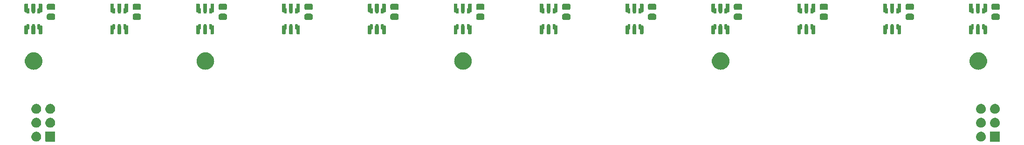
<source format=gbr>
G04 #@! TF.GenerationSoftware,KiCad,Pcbnew,7.0.2-0*
G04 #@! TF.CreationDate,2023-11-08T10:18:56-05:00*
G04 #@! TF.ProjectId,blade12_1-12,626c6164-6531-4325-9f31-2d31322e6b69,rev?*
G04 #@! TF.SameCoordinates,Original*
G04 #@! TF.FileFunction,Soldermask,Top*
G04 #@! TF.FilePolarity,Negative*
%FSLAX46Y46*%
G04 Gerber Fmt 4.6, Leading zero omitted, Abs format (unit mm)*
G04 Created by KiCad (PCBNEW 7.0.2-0) date 2023-11-08 10:18:56*
%MOMM*%
%LPD*%
G01*
G04 APERTURE LIST*
G04 APERTURE END LIST*
G36*
X29094517Y-49927882D02*
G01*
X29111062Y-49938938D01*
X29122118Y-49955483D01*
X29126000Y-49975000D01*
X29126000Y-51675000D01*
X29122118Y-51694517D01*
X29111062Y-51711062D01*
X29094517Y-51722118D01*
X29075000Y-51726000D01*
X27375000Y-51726000D01*
X27355483Y-51722118D01*
X27338938Y-51711062D01*
X27327882Y-51694517D01*
X27324000Y-51675000D01*
X27324000Y-49975000D01*
X27327882Y-49955483D01*
X27338938Y-49938938D01*
X27355483Y-49927882D01*
X27375000Y-49924000D01*
X29075000Y-49924000D01*
X29094517Y-49927882D01*
G37*
G36*
X200694517Y-49927882D02*
G01*
X200711062Y-49938938D01*
X200722118Y-49955483D01*
X200726000Y-49975000D01*
X200726000Y-51675000D01*
X200722118Y-51694517D01*
X200711062Y-51711062D01*
X200694517Y-51722118D01*
X200675000Y-51726000D01*
X198975000Y-51726000D01*
X198955483Y-51722118D01*
X198938938Y-51711062D01*
X198927882Y-51694517D01*
X198924000Y-51675000D01*
X198924000Y-49975000D01*
X198927882Y-49955483D01*
X198938938Y-49938938D01*
X198955483Y-49927882D01*
X198975000Y-49924000D01*
X200675000Y-49924000D01*
X200694517Y-49927882D01*
G37*
G36*
X25728983Y-49928936D02*
G01*
X25779180Y-49928936D01*
X25822524Y-49938149D01*
X25860659Y-49941905D01*
X25908566Y-49956437D01*
X25963424Y-49968098D01*
X25998530Y-49983728D01*
X26029566Y-49993143D01*
X26078884Y-50019504D01*
X26135500Y-50044711D01*
X26161822Y-50063835D01*
X26185232Y-50076348D01*
X26232988Y-50115540D01*
X26287887Y-50155427D01*
X26305711Y-50175223D01*
X26321675Y-50188324D01*
X26364572Y-50240594D01*
X26413924Y-50295405D01*
X26424292Y-50313363D01*
X26433651Y-50324767D01*
X26468273Y-50389542D01*
X26508104Y-50458530D01*
X26512685Y-50472630D01*
X26516856Y-50480433D01*
X26539852Y-50556242D01*
X26566311Y-50637672D01*
X26567242Y-50646532D01*
X26568094Y-50649340D01*
X26576384Y-50733513D01*
X26586000Y-50825000D01*
X26576383Y-50916494D01*
X26568094Y-51000659D01*
X26567242Y-51003466D01*
X26566311Y-51012328D01*
X26539848Y-51093771D01*
X26516856Y-51169566D01*
X26512686Y-51177366D01*
X26508104Y-51191470D01*
X26468266Y-51260470D01*
X26433651Y-51325232D01*
X26424294Y-51336633D01*
X26413924Y-51354595D01*
X26364563Y-51409415D01*
X26321675Y-51461675D01*
X26305714Y-51474773D01*
X26287887Y-51494573D01*
X26232977Y-51534467D01*
X26185232Y-51573651D01*
X26161827Y-51586161D01*
X26135500Y-51605289D01*
X26078873Y-51630500D01*
X26029566Y-51656856D01*
X25998537Y-51666268D01*
X25963424Y-51681902D01*
X25908555Y-51693564D01*
X25860659Y-51708094D01*
X25822533Y-51711849D01*
X25779180Y-51721064D01*
X25728972Y-51721064D01*
X25684999Y-51725395D01*
X25641026Y-51721064D01*
X25590820Y-51721064D01*
X25547467Y-51711849D01*
X25509340Y-51708094D01*
X25461441Y-51693563D01*
X25406576Y-51681902D01*
X25371464Y-51666269D01*
X25340433Y-51656856D01*
X25291120Y-51630498D01*
X25234500Y-51605289D01*
X25208175Y-51586163D01*
X25184767Y-51573651D01*
X25137013Y-51534460D01*
X25082113Y-51494573D01*
X25064287Y-51474776D01*
X25048324Y-51461675D01*
X25005425Y-51409402D01*
X24956076Y-51354595D01*
X24945708Y-51336637D01*
X24936348Y-51325232D01*
X24901719Y-51260447D01*
X24861896Y-51191470D01*
X24857315Y-51177371D01*
X24853143Y-51169566D01*
X24830136Y-51093725D01*
X24803689Y-51012328D01*
X24802758Y-51003471D01*
X24801905Y-51000659D01*
X24793600Y-50916342D01*
X24784000Y-50825000D01*
X24793599Y-50733664D01*
X24801905Y-50649340D01*
X24802758Y-50646527D01*
X24803689Y-50637672D01*
X24830132Y-50556288D01*
X24853143Y-50480433D01*
X24857315Y-50472626D01*
X24861896Y-50458530D01*
X24901712Y-50389565D01*
X24936348Y-50324767D01*
X24945710Y-50313359D01*
X24956076Y-50295405D01*
X25005416Y-50240607D01*
X25048324Y-50188324D01*
X25064291Y-50175219D01*
X25082113Y-50155427D01*
X25137002Y-50115546D01*
X25184767Y-50076348D01*
X25208180Y-50063833D01*
X25234500Y-50044711D01*
X25291109Y-50019506D01*
X25340433Y-49993143D01*
X25371471Y-49983727D01*
X25406576Y-49968098D01*
X25461430Y-49956438D01*
X25509340Y-49941905D01*
X25547476Y-49938148D01*
X25590820Y-49928936D01*
X25641016Y-49928936D01*
X25685000Y-49924604D01*
X25728983Y-49928936D01*
G37*
G36*
X197328983Y-49928936D02*
G01*
X197379180Y-49928936D01*
X197422524Y-49938149D01*
X197460659Y-49941905D01*
X197508566Y-49956437D01*
X197563424Y-49968098D01*
X197598530Y-49983728D01*
X197629566Y-49993143D01*
X197678884Y-50019504D01*
X197735500Y-50044711D01*
X197761822Y-50063835D01*
X197785232Y-50076348D01*
X197832988Y-50115540D01*
X197887887Y-50155427D01*
X197905711Y-50175223D01*
X197921675Y-50188324D01*
X197964572Y-50240594D01*
X198013924Y-50295405D01*
X198024292Y-50313363D01*
X198033651Y-50324767D01*
X198068273Y-50389542D01*
X198108104Y-50458530D01*
X198112685Y-50472630D01*
X198116856Y-50480433D01*
X198139852Y-50556242D01*
X198166311Y-50637672D01*
X198167242Y-50646532D01*
X198168094Y-50649340D01*
X198176384Y-50733513D01*
X198186000Y-50825000D01*
X198176383Y-50916494D01*
X198168094Y-51000659D01*
X198167242Y-51003466D01*
X198166311Y-51012328D01*
X198139848Y-51093771D01*
X198116856Y-51169566D01*
X198112686Y-51177366D01*
X198108104Y-51191470D01*
X198068266Y-51260470D01*
X198033651Y-51325232D01*
X198024294Y-51336633D01*
X198013924Y-51354595D01*
X197964563Y-51409415D01*
X197921675Y-51461675D01*
X197905714Y-51474773D01*
X197887887Y-51494573D01*
X197832977Y-51534467D01*
X197785232Y-51573651D01*
X197761827Y-51586161D01*
X197735500Y-51605289D01*
X197678873Y-51630500D01*
X197629566Y-51656856D01*
X197598537Y-51666268D01*
X197563424Y-51681902D01*
X197508555Y-51693564D01*
X197460659Y-51708094D01*
X197422533Y-51711849D01*
X197379180Y-51721064D01*
X197328972Y-51721064D01*
X197284999Y-51725395D01*
X197241026Y-51721064D01*
X197190820Y-51721064D01*
X197147467Y-51711849D01*
X197109340Y-51708094D01*
X197061441Y-51693563D01*
X197006576Y-51681902D01*
X196971464Y-51666269D01*
X196940433Y-51656856D01*
X196891120Y-51630498D01*
X196834500Y-51605289D01*
X196808175Y-51586163D01*
X196784767Y-51573651D01*
X196737013Y-51534460D01*
X196682113Y-51494573D01*
X196664287Y-51474776D01*
X196648324Y-51461675D01*
X196605425Y-51409402D01*
X196556076Y-51354595D01*
X196545708Y-51336637D01*
X196536348Y-51325232D01*
X196501719Y-51260447D01*
X196461896Y-51191470D01*
X196457315Y-51177371D01*
X196453143Y-51169566D01*
X196430136Y-51093725D01*
X196403689Y-51012328D01*
X196402758Y-51003471D01*
X196401905Y-51000659D01*
X196393600Y-50916342D01*
X196384000Y-50825000D01*
X196393599Y-50733664D01*
X196401905Y-50649340D01*
X196402758Y-50646527D01*
X196403689Y-50637672D01*
X196430132Y-50556288D01*
X196453143Y-50480433D01*
X196457315Y-50472626D01*
X196461896Y-50458530D01*
X196501712Y-50389565D01*
X196536348Y-50324767D01*
X196545710Y-50313359D01*
X196556076Y-50295405D01*
X196605416Y-50240607D01*
X196648324Y-50188324D01*
X196664291Y-50175219D01*
X196682113Y-50155427D01*
X196737002Y-50115546D01*
X196784767Y-50076348D01*
X196808180Y-50063833D01*
X196834500Y-50044711D01*
X196891109Y-50019506D01*
X196940433Y-49993143D01*
X196971471Y-49983727D01*
X197006576Y-49968098D01*
X197061430Y-49956438D01*
X197109340Y-49941905D01*
X197147476Y-49938148D01*
X197190820Y-49928936D01*
X197241016Y-49928936D01*
X197285000Y-49924604D01*
X197328983Y-49928936D01*
G37*
G36*
X25728983Y-47388936D02*
G01*
X25779180Y-47388936D01*
X25822524Y-47398149D01*
X25860659Y-47401905D01*
X25908566Y-47416437D01*
X25963424Y-47428098D01*
X25998530Y-47443728D01*
X26029566Y-47453143D01*
X26078884Y-47479504D01*
X26135500Y-47504711D01*
X26161822Y-47523835D01*
X26185232Y-47536348D01*
X26232988Y-47575540D01*
X26287887Y-47615427D01*
X26305711Y-47635223D01*
X26321675Y-47648324D01*
X26364572Y-47700594D01*
X26413924Y-47755405D01*
X26424292Y-47773363D01*
X26433651Y-47784767D01*
X26468273Y-47849542D01*
X26508104Y-47918530D01*
X26512685Y-47932630D01*
X26516856Y-47940433D01*
X26539852Y-48016242D01*
X26566311Y-48097672D01*
X26567242Y-48106532D01*
X26568094Y-48109340D01*
X26576385Y-48193520D01*
X26586000Y-48285000D01*
X26576382Y-48376501D01*
X26568094Y-48460659D01*
X26567242Y-48463466D01*
X26566311Y-48472328D01*
X26539848Y-48553771D01*
X26516856Y-48629566D01*
X26512686Y-48637366D01*
X26508104Y-48651470D01*
X26468266Y-48720470D01*
X26433651Y-48785232D01*
X26424294Y-48796633D01*
X26413924Y-48814595D01*
X26364563Y-48869415D01*
X26321675Y-48921675D01*
X26305714Y-48934773D01*
X26287887Y-48954573D01*
X26232977Y-48994467D01*
X26185232Y-49033651D01*
X26161827Y-49046161D01*
X26135500Y-49065289D01*
X26078873Y-49090500D01*
X26029566Y-49116856D01*
X25998537Y-49126268D01*
X25963424Y-49141902D01*
X25908555Y-49153564D01*
X25860659Y-49168094D01*
X25822533Y-49171849D01*
X25779180Y-49181064D01*
X25728972Y-49181064D01*
X25684999Y-49185395D01*
X25641026Y-49181064D01*
X25590820Y-49181064D01*
X25547467Y-49171849D01*
X25509340Y-49168094D01*
X25461441Y-49153563D01*
X25406576Y-49141902D01*
X25371464Y-49126269D01*
X25340433Y-49116856D01*
X25291120Y-49090498D01*
X25234500Y-49065289D01*
X25208175Y-49046163D01*
X25184767Y-49033651D01*
X25137013Y-48994460D01*
X25082113Y-48954573D01*
X25064287Y-48934776D01*
X25048324Y-48921675D01*
X25005425Y-48869402D01*
X24956076Y-48814595D01*
X24945708Y-48796637D01*
X24936348Y-48785232D01*
X24901719Y-48720447D01*
X24861896Y-48651470D01*
X24857315Y-48637371D01*
X24853143Y-48629566D01*
X24830136Y-48553725D01*
X24803689Y-48472328D01*
X24802758Y-48463471D01*
X24801905Y-48460659D01*
X24793601Y-48376349D01*
X24784000Y-48285000D01*
X24793598Y-48193672D01*
X24801905Y-48109340D01*
X24802758Y-48106527D01*
X24803689Y-48097672D01*
X24830132Y-48016288D01*
X24853143Y-47940433D01*
X24857315Y-47932626D01*
X24861896Y-47918530D01*
X24901712Y-47849565D01*
X24936348Y-47784767D01*
X24945710Y-47773359D01*
X24956076Y-47755405D01*
X25005416Y-47700607D01*
X25048324Y-47648324D01*
X25064291Y-47635219D01*
X25082113Y-47615427D01*
X25137002Y-47575546D01*
X25184767Y-47536348D01*
X25208180Y-47523833D01*
X25234500Y-47504711D01*
X25291109Y-47479506D01*
X25340433Y-47453143D01*
X25371471Y-47443727D01*
X25406576Y-47428098D01*
X25461430Y-47416438D01*
X25509340Y-47401905D01*
X25547476Y-47398148D01*
X25590820Y-47388936D01*
X25641016Y-47388936D01*
X25684999Y-47384604D01*
X25728983Y-47388936D01*
G37*
G36*
X28268983Y-47388936D02*
G01*
X28319180Y-47388936D01*
X28362524Y-47398149D01*
X28400659Y-47401905D01*
X28448566Y-47416437D01*
X28503424Y-47428098D01*
X28538530Y-47443728D01*
X28569566Y-47453143D01*
X28618884Y-47479504D01*
X28675500Y-47504711D01*
X28701822Y-47523835D01*
X28725232Y-47536348D01*
X28772988Y-47575540D01*
X28827887Y-47615427D01*
X28845711Y-47635223D01*
X28861675Y-47648324D01*
X28904572Y-47700594D01*
X28953924Y-47755405D01*
X28964292Y-47773363D01*
X28973651Y-47784767D01*
X29008273Y-47849542D01*
X29048104Y-47918530D01*
X29052685Y-47932630D01*
X29056856Y-47940433D01*
X29079852Y-48016242D01*
X29106311Y-48097672D01*
X29107242Y-48106532D01*
X29108094Y-48109340D01*
X29116384Y-48193513D01*
X29126000Y-48285000D01*
X29116383Y-48376494D01*
X29108094Y-48460659D01*
X29107242Y-48463466D01*
X29106311Y-48472328D01*
X29079848Y-48553771D01*
X29056856Y-48629566D01*
X29052686Y-48637366D01*
X29048104Y-48651470D01*
X29008266Y-48720470D01*
X28973651Y-48785232D01*
X28964294Y-48796633D01*
X28953924Y-48814595D01*
X28904563Y-48869415D01*
X28861675Y-48921675D01*
X28845714Y-48934773D01*
X28827887Y-48954573D01*
X28772977Y-48994467D01*
X28725232Y-49033651D01*
X28701827Y-49046161D01*
X28675500Y-49065289D01*
X28618873Y-49090500D01*
X28569566Y-49116856D01*
X28538537Y-49126268D01*
X28503424Y-49141902D01*
X28448555Y-49153564D01*
X28400659Y-49168094D01*
X28362533Y-49171849D01*
X28319180Y-49181064D01*
X28268972Y-49181064D01*
X28224999Y-49185395D01*
X28181026Y-49181064D01*
X28130820Y-49181064D01*
X28087467Y-49171849D01*
X28049340Y-49168094D01*
X28001441Y-49153563D01*
X27946576Y-49141902D01*
X27911464Y-49126269D01*
X27880433Y-49116856D01*
X27831120Y-49090498D01*
X27774500Y-49065289D01*
X27748175Y-49046163D01*
X27724767Y-49033651D01*
X27677013Y-48994460D01*
X27622113Y-48954573D01*
X27604287Y-48934776D01*
X27588324Y-48921675D01*
X27545425Y-48869402D01*
X27496076Y-48814595D01*
X27485708Y-48796637D01*
X27476348Y-48785232D01*
X27441719Y-48720447D01*
X27401896Y-48651470D01*
X27397315Y-48637371D01*
X27393143Y-48629566D01*
X27370136Y-48553725D01*
X27343689Y-48472328D01*
X27342758Y-48463471D01*
X27341905Y-48460659D01*
X27333600Y-48376342D01*
X27324000Y-48285000D01*
X27333599Y-48193664D01*
X27341905Y-48109340D01*
X27342758Y-48106527D01*
X27343689Y-48097672D01*
X27370132Y-48016288D01*
X27393143Y-47940433D01*
X27397315Y-47932626D01*
X27401896Y-47918530D01*
X27441712Y-47849565D01*
X27476348Y-47784767D01*
X27485710Y-47773359D01*
X27496076Y-47755405D01*
X27545416Y-47700607D01*
X27588324Y-47648324D01*
X27604291Y-47635219D01*
X27622113Y-47615427D01*
X27677002Y-47575546D01*
X27724767Y-47536348D01*
X27748180Y-47523833D01*
X27774500Y-47504711D01*
X27831109Y-47479506D01*
X27880433Y-47453143D01*
X27911471Y-47443727D01*
X27946576Y-47428098D01*
X28001430Y-47416438D01*
X28049340Y-47401905D01*
X28087476Y-47398148D01*
X28130820Y-47388936D01*
X28181016Y-47388936D01*
X28225000Y-47384604D01*
X28268983Y-47388936D01*
G37*
G36*
X197328983Y-47388936D02*
G01*
X197379180Y-47388936D01*
X197422524Y-47398149D01*
X197460659Y-47401905D01*
X197508566Y-47416437D01*
X197563424Y-47428098D01*
X197598530Y-47443728D01*
X197629566Y-47453143D01*
X197678884Y-47479504D01*
X197735500Y-47504711D01*
X197761822Y-47523835D01*
X197785232Y-47536348D01*
X197832988Y-47575540D01*
X197887887Y-47615427D01*
X197905711Y-47635223D01*
X197921675Y-47648324D01*
X197964572Y-47700594D01*
X198013924Y-47755405D01*
X198024292Y-47773363D01*
X198033651Y-47784767D01*
X198068273Y-47849542D01*
X198108104Y-47918530D01*
X198112685Y-47932630D01*
X198116856Y-47940433D01*
X198139852Y-48016242D01*
X198166311Y-48097672D01*
X198167242Y-48106532D01*
X198168094Y-48109340D01*
X198176384Y-48193513D01*
X198186000Y-48285000D01*
X198176383Y-48376494D01*
X198168094Y-48460659D01*
X198167242Y-48463466D01*
X198166311Y-48472328D01*
X198139848Y-48553771D01*
X198116856Y-48629566D01*
X198112686Y-48637366D01*
X198108104Y-48651470D01*
X198068266Y-48720470D01*
X198033651Y-48785232D01*
X198024294Y-48796633D01*
X198013924Y-48814595D01*
X197964563Y-48869415D01*
X197921675Y-48921675D01*
X197905714Y-48934773D01*
X197887887Y-48954573D01*
X197832977Y-48994467D01*
X197785232Y-49033651D01*
X197761827Y-49046161D01*
X197735500Y-49065289D01*
X197678873Y-49090500D01*
X197629566Y-49116856D01*
X197598537Y-49126268D01*
X197563424Y-49141902D01*
X197508555Y-49153564D01*
X197460659Y-49168094D01*
X197422532Y-49171849D01*
X197379180Y-49181064D01*
X197328973Y-49181064D01*
X197285000Y-49185395D01*
X197241027Y-49181064D01*
X197190820Y-49181064D01*
X197147467Y-49171849D01*
X197109340Y-49168094D01*
X197061441Y-49153563D01*
X197006576Y-49141902D01*
X196971464Y-49126269D01*
X196940433Y-49116856D01*
X196891120Y-49090498D01*
X196834500Y-49065289D01*
X196808175Y-49046163D01*
X196784767Y-49033651D01*
X196737013Y-48994460D01*
X196682113Y-48954573D01*
X196664287Y-48934776D01*
X196648324Y-48921675D01*
X196605425Y-48869402D01*
X196556076Y-48814595D01*
X196545708Y-48796637D01*
X196536348Y-48785232D01*
X196501719Y-48720447D01*
X196461896Y-48651470D01*
X196457315Y-48637371D01*
X196453143Y-48629566D01*
X196430136Y-48553725D01*
X196403689Y-48472328D01*
X196402758Y-48463471D01*
X196401905Y-48460659D01*
X196393600Y-48376342D01*
X196384000Y-48285000D01*
X196393599Y-48193664D01*
X196401905Y-48109340D01*
X196402758Y-48106527D01*
X196403689Y-48097672D01*
X196430132Y-48016288D01*
X196453143Y-47940433D01*
X196457315Y-47932626D01*
X196461896Y-47918530D01*
X196501712Y-47849565D01*
X196536348Y-47784767D01*
X196545710Y-47773359D01*
X196556076Y-47755405D01*
X196605416Y-47700607D01*
X196648324Y-47648324D01*
X196664291Y-47635219D01*
X196682113Y-47615427D01*
X196737002Y-47575546D01*
X196784767Y-47536348D01*
X196808180Y-47523833D01*
X196834500Y-47504711D01*
X196891109Y-47479506D01*
X196940433Y-47453143D01*
X196971471Y-47443727D01*
X197006576Y-47428098D01*
X197061430Y-47416438D01*
X197109340Y-47401905D01*
X197147476Y-47398148D01*
X197190820Y-47388936D01*
X197241016Y-47388936D01*
X197285000Y-47384604D01*
X197328983Y-47388936D01*
G37*
G36*
X199868983Y-47388936D02*
G01*
X199919180Y-47388936D01*
X199962524Y-47398149D01*
X200000659Y-47401905D01*
X200048566Y-47416437D01*
X200103424Y-47428098D01*
X200138530Y-47443728D01*
X200169566Y-47453143D01*
X200218884Y-47479504D01*
X200275500Y-47504711D01*
X200301822Y-47523835D01*
X200325232Y-47536348D01*
X200372988Y-47575540D01*
X200427887Y-47615427D01*
X200445711Y-47635223D01*
X200461675Y-47648324D01*
X200504572Y-47700594D01*
X200553924Y-47755405D01*
X200564292Y-47773363D01*
X200573651Y-47784767D01*
X200608273Y-47849542D01*
X200648104Y-47918530D01*
X200652685Y-47932630D01*
X200656856Y-47940433D01*
X200679852Y-48016242D01*
X200706311Y-48097672D01*
X200707242Y-48106532D01*
X200708094Y-48109340D01*
X200716384Y-48193513D01*
X200726000Y-48285000D01*
X200716383Y-48376494D01*
X200708094Y-48460659D01*
X200707242Y-48463466D01*
X200706311Y-48472328D01*
X200679848Y-48553771D01*
X200656856Y-48629566D01*
X200652686Y-48637366D01*
X200648104Y-48651470D01*
X200608266Y-48720470D01*
X200573651Y-48785232D01*
X200564294Y-48796633D01*
X200553924Y-48814595D01*
X200504563Y-48869415D01*
X200461675Y-48921675D01*
X200445714Y-48934773D01*
X200427887Y-48954573D01*
X200372977Y-48994467D01*
X200325232Y-49033651D01*
X200301827Y-49046161D01*
X200275500Y-49065289D01*
X200218873Y-49090500D01*
X200169566Y-49116856D01*
X200138537Y-49126268D01*
X200103424Y-49141902D01*
X200048555Y-49153564D01*
X200000659Y-49168094D01*
X199962533Y-49171849D01*
X199919180Y-49181064D01*
X199868972Y-49181064D01*
X199824999Y-49185395D01*
X199781026Y-49181064D01*
X199730820Y-49181064D01*
X199687467Y-49171849D01*
X199649340Y-49168094D01*
X199601441Y-49153563D01*
X199546576Y-49141902D01*
X199511464Y-49126269D01*
X199480433Y-49116856D01*
X199431120Y-49090498D01*
X199374500Y-49065289D01*
X199348175Y-49046163D01*
X199324767Y-49033651D01*
X199277013Y-48994460D01*
X199222113Y-48954573D01*
X199204287Y-48934776D01*
X199188324Y-48921675D01*
X199145425Y-48869402D01*
X199096076Y-48814595D01*
X199085708Y-48796637D01*
X199076348Y-48785232D01*
X199041719Y-48720447D01*
X199001896Y-48651470D01*
X198997315Y-48637371D01*
X198993143Y-48629566D01*
X198970136Y-48553725D01*
X198943689Y-48472328D01*
X198942758Y-48463471D01*
X198941905Y-48460659D01*
X198933600Y-48376342D01*
X198924000Y-48285000D01*
X198933599Y-48193664D01*
X198941905Y-48109340D01*
X198942758Y-48106527D01*
X198943689Y-48097672D01*
X198970132Y-48016288D01*
X198993143Y-47940433D01*
X198997315Y-47932626D01*
X199001896Y-47918530D01*
X199041712Y-47849565D01*
X199076348Y-47784767D01*
X199085710Y-47773359D01*
X199096076Y-47755405D01*
X199145416Y-47700607D01*
X199188324Y-47648324D01*
X199204291Y-47635219D01*
X199222113Y-47615427D01*
X199277002Y-47575546D01*
X199324767Y-47536348D01*
X199348180Y-47523833D01*
X199374500Y-47504711D01*
X199431109Y-47479506D01*
X199480433Y-47453143D01*
X199511471Y-47443727D01*
X199546576Y-47428098D01*
X199601430Y-47416438D01*
X199649340Y-47401905D01*
X199687476Y-47398148D01*
X199730820Y-47388936D01*
X199781016Y-47388936D01*
X199824999Y-47384604D01*
X199868983Y-47388936D01*
G37*
G36*
X25728983Y-44848936D02*
G01*
X25779180Y-44848936D01*
X25822524Y-44858149D01*
X25860659Y-44861905D01*
X25908566Y-44876437D01*
X25963424Y-44888098D01*
X25998530Y-44903728D01*
X26029566Y-44913143D01*
X26078884Y-44939504D01*
X26135500Y-44964711D01*
X26161822Y-44983835D01*
X26185232Y-44996348D01*
X26232988Y-45035540D01*
X26287887Y-45075427D01*
X26305711Y-45095223D01*
X26321675Y-45108324D01*
X26364572Y-45160594D01*
X26413924Y-45215405D01*
X26424292Y-45233363D01*
X26433651Y-45244767D01*
X26468273Y-45309542D01*
X26508104Y-45378530D01*
X26512685Y-45392630D01*
X26516856Y-45400433D01*
X26539852Y-45476242D01*
X26566311Y-45557672D01*
X26567242Y-45566532D01*
X26568094Y-45569340D01*
X26576384Y-45653513D01*
X26586000Y-45745000D01*
X26576383Y-45836494D01*
X26568094Y-45920659D01*
X26567242Y-45923466D01*
X26566311Y-45932328D01*
X26539848Y-46013771D01*
X26516856Y-46089566D01*
X26512686Y-46097366D01*
X26508104Y-46111470D01*
X26468266Y-46180470D01*
X26433651Y-46245232D01*
X26424294Y-46256633D01*
X26413924Y-46274595D01*
X26364563Y-46329415D01*
X26321675Y-46381675D01*
X26305714Y-46394773D01*
X26287887Y-46414573D01*
X26232977Y-46454467D01*
X26185232Y-46493651D01*
X26161827Y-46506161D01*
X26135500Y-46525289D01*
X26078873Y-46550500D01*
X26029566Y-46576856D01*
X25998537Y-46586268D01*
X25963424Y-46601902D01*
X25908555Y-46613564D01*
X25860659Y-46628094D01*
X25822533Y-46631849D01*
X25779180Y-46641064D01*
X25728972Y-46641064D01*
X25684999Y-46645395D01*
X25641026Y-46641064D01*
X25590820Y-46641064D01*
X25547467Y-46631849D01*
X25509340Y-46628094D01*
X25461441Y-46613563D01*
X25406576Y-46601902D01*
X25371464Y-46586269D01*
X25340433Y-46576856D01*
X25291120Y-46550498D01*
X25234500Y-46525289D01*
X25208175Y-46506163D01*
X25184767Y-46493651D01*
X25137013Y-46454460D01*
X25082113Y-46414573D01*
X25064287Y-46394776D01*
X25048324Y-46381675D01*
X25005425Y-46329402D01*
X24956076Y-46274595D01*
X24945708Y-46256637D01*
X24936348Y-46245232D01*
X24901719Y-46180447D01*
X24861896Y-46111470D01*
X24857315Y-46097371D01*
X24853143Y-46089566D01*
X24830136Y-46013725D01*
X24803689Y-45932328D01*
X24802758Y-45923471D01*
X24801905Y-45920659D01*
X24793600Y-45836342D01*
X24784000Y-45745000D01*
X24793599Y-45653664D01*
X24801905Y-45569340D01*
X24802758Y-45566527D01*
X24803689Y-45557672D01*
X24830132Y-45476288D01*
X24853143Y-45400433D01*
X24857315Y-45392626D01*
X24861896Y-45378530D01*
X24901712Y-45309565D01*
X24936348Y-45244767D01*
X24945710Y-45233359D01*
X24956076Y-45215405D01*
X25005416Y-45160607D01*
X25048324Y-45108324D01*
X25064291Y-45095219D01*
X25082113Y-45075427D01*
X25137002Y-45035546D01*
X25184767Y-44996348D01*
X25208180Y-44983833D01*
X25234500Y-44964711D01*
X25291109Y-44939506D01*
X25340433Y-44913143D01*
X25371471Y-44903727D01*
X25406576Y-44888098D01*
X25461430Y-44876438D01*
X25509340Y-44861905D01*
X25547476Y-44858148D01*
X25590820Y-44848936D01*
X25641016Y-44848936D01*
X25685000Y-44844604D01*
X25728983Y-44848936D01*
G37*
G36*
X28268983Y-44848936D02*
G01*
X28319180Y-44848936D01*
X28362524Y-44858149D01*
X28400659Y-44861905D01*
X28448566Y-44876437D01*
X28503424Y-44888098D01*
X28538530Y-44903728D01*
X28569566Y-44913143D01*
X28618884Y-44939504D01*
X28675500Y-44964711D01*
X28701822Y-44983835D01*
X28725232Y-44996348D01*
X28772988Y-45035540D01*
X28827887Y-45075427D01*
X28845711Y-45095223D01*
X28861675Y-45108324D01*
X28904572Y-45160594D01*
X28953924Y-45215405D01*
X28964292Y-45233363D01*
X28973651Y-45244767D01*
X29008273Y-45309542D01*
X29048104Y-45378530D01*
X29052685Y-45392630D01*
X29056856Y-45400433D01*
X29079852Y-45476242D01*
X29106311Y-45557672D01*
X29107242Y-45566532D01*
X29108094Y-45569340D01*
X29116385Y-45653520D01*
X29126000Y-45745000D01*
X29116382Y-45836501D01*
X29108094Y-45920659D01*
X29107242Y-45923466D01*
X29106311Y-45932328D01*
X29079848Y-46013771D01*
X29056856Y-46089566D01*
X29052686Y-46097366D01*
X29048104Y-46111470D01*
X29008266Y-46180470D01*
X28973651Y-46245232D01*
X28964294Y-46256633D01*
X28953924Y-46274595D01*
X28904563Y-46329415D01*
X28861675Y-46381675D01*
X28845714Y-46394773D01*
X28827887Y-46414573D01*
X28772977Y-46454467D01*
X28725232Y-46493651D01*
X28701827Y-46506161D01*
X28675500Y-46525289D01*
X28618873Y-46550500D01*
X28569566Y-46576856D01*
X28538537Y-46586268D01*
X28503424Y-46601902D01*
X28448555Y-46613564D01*
X28400659Y-46628094D01*
X28362533Y-46631849D01*
X28319180Y-46641064D01*
X28268972Y-46641064D01*
X28224999Y-46645395D01*
X28181026Y-46641064D01*
X28130820Y-46641064D01*
X28087467Y-46631849D01*
X28049340Y-46628094D01*
X28001441Y-46613563D01*
X27946576Y-46601902D01*
X27911464Y-46586269D01*
X27880433Y-46576856D01*
X27831120Y-46550498D01*
X27774500Y-46525289D01*
X27748175Y-46506163D01*
X27724767Y-46493651D01*
X27677013Y-46454460D01*
X27622113Y-46414573D01*
X27604287Y-46394776D01*
X27588324Y-46381675D01*
X27545425Y-46329402D01*
X27496076Y-46274595D01*
X27485708Y-46256637D01*
X27476348Y-46245232D01*
X27441719Y-46180447D01*
X27401896Y-46111470D01*
X27397315Y-46097371D01*
X27393143Y-46089566D01*
X27370136Y-46013725D01*
X27343689Y-45932328D01*
X27342758Y-45923471D01*
X27341905Y-45920659D01*
X27333601Y-45836349D01*
X27324000Y-45745000D01*
X27333598Y-45653672D01*
X27341905Y-45569340D01*
X27342758Y-45566527D01*
X27343689Y-45557672D01*
X27370132Y-45476288D01*
X27393143Y-45400433D01*
X27397315Y-45392626D01*
X27401896Y-45378530D01*
X27441712Y-45309565D01*
X27476348Y-45244767D01*
X27485710Y-45233359D01*
X27496076Y-45215405D01*
X27545416Y-45160607D01*
X27588324Y-45108324D01*
X27604291Y-45095219D01*
X27622113Y-45075427D01*
X27677002Y-45035546D01*
X27724767Y-44996348D01*
X27748180Y-44983833D01*
X27774500Y-44964711D01*
X27831109Y-44939506D01*
X27880433Y-44913143D01*
X27911471Y-44903727D01*
X27946576Y-44888098D01*
X28001430Y-44876438D01*
X28049340Y-44861905D01*
X28087476Y-44858148D01*
X28130820Y-44848936D01*
X28181016Y-44848936D01*
X28224999Y-44844604D01*
X28268983Y-44848936D01*
G37*
G36*
X197328983Y-44848936D02*
G01*
X197379180Y-44848936D01*
X197422524Y-44858149D01*
X197460659Y-44861905D01*
X197508566Y-44876437D01*
X197563424Y-44888098D01*
X197598530Y-44903728D01*
X197629566Y-44913143D01*
X197678884Y-44939504D01*
X197735500Y-44964711D01*
X197761822Y-44983835D01*
X197785232Y-44996348D01*
X197832988Y-45035540D01*
X197887887Y-45075427D01*
X197905711Y-45095223D01*
X197921675Y-45108324D01*
X197964572Y-45160594D01*
X198013924Y-45215405D01*
X198024292Y-45233363D01*
X198033651Y-45244767D01*
X198068273Y-45309542D01*
X198108104Y-45378530D01*
X198112685Y-45392630D01*
X198116856Y-45400433D01*
X198139852Y-45476242D01*
X198166311Y-45557672D01*
X198167242Y-45566532D01*
X198168094Y-45569340D01*
X198176384Y-45653513D01*
X198186000Y-45745000D01*
X198176383Y-45836494D01*
X198168094Y-45920659D01*
X198167242Y-45923466D01*
X198166311Y-45932328D01*
X198139848Y-46013771D01*
X198116856Y-46089566D01*
X198112686Y-46097366D01*
X198108104Y-46111470D01*
X198068266Y-46180470D01*
X198033651Y-46245232D01*
X198024294Y-46256633D01*
X198013924Y-46274595D01*
X197964563Y-46329415D01*
X197921675Y-46381675D01*
X197905714Y-46394773D01*
X197887887Y-46414573D01*
X197832977Y-46454467D01*
X197785232Y-46493651D01*
X197761827Y-46506161D01*
X197735500Y-46525289D01*
X197678873Y-46550500D01*
X197629566Y-46576856D01*
X197598537Y-46586268D01*
X197563424Y-46601902D01*
X197508555Y-46613564D01*
X197460659Y-46628094D01*
X197422532Y-46631849D01*
X197379180Y-46641064D01*
X197328973Y-46641064D01*
X197285000Y-46645395D01*
X197241027Y-46641064D01*
X197190820Y-46641064D01*
X197147467Y-46631849D01*
X197109340Y-46628094D01*
X197061441Y-46613563D01*
X197006576Y-46601902D01*
X196971464Y-46586269D01*
X196940433Y-46576856D01*
X196891120Y-46550498D01*
X196834500Y-46525289D01*
X196808175Y-46506163D01*
X196784767Y-46493651D01*
X196737013Y-46454460D01*
X196682113Y-46414573D01*
X196664287Y-46394776D01*
X196648324Y-46381675D01*
X196605425Y-46329402D01*
X196556076Y-46274595D01*
X196545708Y-46256637D01*
X196536348Y-46245232D01*
X196501719Y-46180447D01*
X196461896Y-46111470D01*
X196457315Y-46097371D01*
X196453143Y-46089566D01*
X196430136Y-46013725D01*
X196403689Y-45932328D01*
X196402758Y-45923471D01*
X196401905Y-45920659D01*
X196393600Y-45836342D01*
X196384000Y-45745000D01*
X196393599Y-45653664D01*
X196401905Y-45569340D01*
X196402758Y-45566527D01*
X196403689Y-45557672D01*
X196430132Y-45476288D01*
X196453143Y-45400433D01*
X196457315Y-45392626D01*
X196461896Y-45378530D01*
X196501712Y-45309565D01*
X196536348Y-45244767D01*
X196545710Y-45233359D01*
X196556076Y-45215405D01*
X196605416Y-45160607D01*
X196648324Y-45108324D01*
X196664291Y-45095219D01*
X196682113Y-45075427D01*
X196737002Y-45035546D01*
X196784767Y-44996348D01*
X196808180Y-44983833D01*
X196834500Y-44964711D01*
X196891109Y-44939506D01*
X196940433Y-44913143D01*
X196971471Y-44903727D01*
X197006576Y-44888098D01*
X197061430Y-44876438D01*
X197109340Y-44861905D01*
X197147476Y-44858148D01*
X197190820Y-44848936D01*
X197241016Y-44848936D01*
X197285000Y-44844604D01*
X197328983Y-44848936D01*
G37*
G36*
X199868983Y-44848936D02*
G01*
X199919180Y-44848936D01*
X199962524Y-44858149D01*
X200000659Y-44861905D01*
X200048566Y-44876437D01*
X200103424Y-44888098D01*
X200138530Y-44903728D01*
X200169566Y-44913143D01*
X200218884Y-44939504D01*
X200275500Y-44964711D01*
X200301822Y-44983835D01*
X200325232Y-44996348D01*
X200372988Y-45035540D01*
X200427887Y-45075427D01*
X200445711Y-45095223D01*
X200461675Y-45108324D01*
X200504572Y-45160594D01*
X200553924Y-45215405D01*
X200564292Y-45233363D01*
X200573651Y-45244767D01*
X200608273Y-45309542D01*
X200648104Y-45378530D01*
X200652685Y-45392630D01*
X200656856Y-45400433D01*
X200679852Y-45476242D01*
X200706311Y-45557672D01*
X200707242Y-45566532D01*
X200708094Y-45569340D01*
X200716384Y-45653513D01*
X200726000Y-45745000D01*
X200716383Y-45836494D01*
X200708094Y-45920659D01*
X200707242Y-45923466D01*
X200706311Y-45932328D01*
X200679848Y-46013771D01*
X200656856Y-46089566D01*
X200652686Y-46097366D01*
X200648104Y-46111470D01*
X200608266Y-46180470D01*
X200573651Y-46245232D01*
X200564294Y-46256633D01*
X200553924Y-46274595D01*
X200504563Y-46329415D01*
X200461675Y-46381675D01*
X200445714Y-46394773D01*
X200427887Y-46414573D01*
X200372977Y-46454467D01*
X200325232Y-46493651D01*
X200301827Y-46506161D01*
X200275500Y-46525289D01*
X200218873Y-46550500D01*
X200169566Y-46576856D01*
X200138537Y-46586268D01*
X200103424Y-46601902D01*
X200048555Y-46613564D01*
X200000659Y-46628094D01*
X199962532Y-46631849D01*
X199919180Y-46641064D01*
X199868973Y-46641064D01*
X199825000Y-46645395D01*
X199781027Y-46641064D01*
X199730820Y-46641064D01*
X199687467Y-46631849D01*
X199649340Y-46628094D01*
X199601441Y-46613563D01*
X199546576Y-46601902D01*
X199511464Y-46586269D01*
X199480433Y-46576856D01*
X199431120Y-46550498D01*
X199374500Y-46525289D01*
X199348175Y-46506163D01*
X199324767Y-46493651D01*
X199277013Y-46454460D01*
X199222113Y-46414573D01*
X199204287Y-46394776D01*
X199188324Y-46381675D01*
X199145425Y-46329402D01*
X199096076Y-46274595D01*
X199085708Y-46256637D01*
X199076348Y-46245232D01*
X199041719Y-46180447D01*
X199001896Y-46111470D01*
X198997315Y-46097371D01*
X198993143Y-46089566D01*
X198970136Y-46013725D01*
X198943689Y-45932328D01*
X198942758Y-45923471D01*
X198941905Y-45920659D01*
X198933600Y-45836342D01*
X198924000Y-45745000D01*
X198933599Y-45653664D01*
X198941905Y-45569340D01*
X198942758Y-45566527D01*
X198943689Y-45557672D01*
X198970132Y-45476288D01*
X198993143Y-45400433D01*
X198997315Y-45392626D01*
X199001896Y-45378530D01*
X199041712Y-45309565D01*
X199076348Y-45244767D01*
X199085710Y-45233359D01*
X199096076Y-45215405D01*
X199145416Y-45160607D01*
X199188324Y-45108324D01*
X199204291Y-45095219D01*
X199222113Y-45075427D01*
X199277002Y-45035546D01*
X199324767Y-44996348D01*
X199348180Y-44983833D01*
X199374500Y-44964711D01*
X199431109Y-44939506D01*
X199480433Y-44913143D01*
X199511471Y-44903727D01*
X199546576Y-44888098D01*
X199601430Y-44876438D01*
X199649340Y-44861905D01*
X199687476Y-44858148D01*
X199730820Y-44848936D01*
X199781016Y-44848936D01*
X199825000Y-44844604D01*
X199868983Y-44848936D01*
G37*
G36*
X25261281Y-35404823D02*
G01*
X25319541Y-35404823D01*
X25383206Y-35414418D01*
X25450295Y-35419699D01*
X25504369Y-35432681D01*
X25555953Y-35440456D01*
X25623358Y-35461247D01*
X25694427Y-35478310D01*
X25740380Y-35497344D01*
X25784420Y-35510929D01*
X25853560Y-35544225D01*
X25926385Y-35574390D01*
X25963765Y-35597296D01*
X25999825Y-35614662D01*
X26068416Y-35661427D01*
X26140456Y-35705573D01*
X26169303Y-35730210D01*
X26197362Y-35749341D01*
X26262871Y-35810124D01*
X26331371Y-35868629D01*
X26352173Y-35892985D01*
X26372626Y-35911963D01*
X26432427Y-35986951D01*
X26494427Y-36059544D01*
X26508061Y-36081793D01*
X26521694Y-36098888D01*
X26573105Y-36187936D01*
X26625610Y-36273615D01*
X26633322Y-36292234D01*
X26641233Y-36305936D01*
X26681580Y-36408739D01*
X26721690Y-36505573D01*
X26725006Y-36519388D01*
X26728580Y-36528493D01*
X26755343Y-36645748D01*
X26780301Y-36749705D01*
X26780948Y-36757930D01*
X26781783Y-36761587D01*
X26792664Y-36906796D01*
X26800000Y-37000000D01*
X26792663Y-37093211D01*
X26781783Y-37238412D01*
X26780948Y-37242068D01*
X26780301Y-37250295D01*
X26755338Y-37354270D01*
X26728580Y-37471506D01*
X26725007Y-37480608D01*
X26721690Y-37494427D01*
X26681572Y-37591278D01*
X26641233Y-37694063D01*
X26633323Y-37707762D01*
X26625610Y-37726385D01*
X26573095Y-37812080D01*
X26521694Y-37901111D01*
X26508064Y-37918202D01*
X26494427Y-37940456D01*
X26432415Y-38013062D01*
X26372626Y-38088036D01*
X26352177Y-38107009D01*
X26331371Y-38131371D01*
X26262857Y-38189886D01*
X26197362Y-38250658D01*
X26169309Y-38269784D01*
X26140456Y-38294427D01*
X26068402Y-38338581D01*
X25999825Y-38385337D01*
X25963772Y-38402698D01*
X25926385Y-38425610D01*
X25853546Y-38455780D01*
X25784420Y-38489070D01*
X25740390Y-38502651D01*
X25694427Y-38521690D01*
X25623344Y-38538755D01*
X25555953Y-38559543D01*
X25504377Y-38567316D01*
X25450295Y-38580301D01*
X25383202Y-38585581D01*
X25319541Y-38595177D01*
X25261281Y-38595177D01*
X25200000Y-38600000D01*
X25138719Y-38595177D01*
X25080459Y-38595177D01*
X25016796Y-38585581D01*
X24949705Y-38580301D01*
X24895623Y-38567317D01*
X24844046Y-38559543D01*
X24776651Y-38538754D01*
X24705573Y-38521690D01*
X24659612Y-38502652D01*
X24615579Y-38489070D01*
X24546449Y-38455778D01*
X24473615Y-38425610D01*
X24436227Y-38402699D01*
X24400175Y-38385337D01*
X24331594Y-38338579D01*
X24259544Y-38294427D01*
X24230694Y-38269787D01*
X24202637Y-38250658D01*
X24137129Y-38189875D01*
X24068629Y-38131371D01*
X24047826Y-38107013D01*
X24027373Y-38088036D01*
X23967569Y-38013045D01*
X23905573Y-37940456D01*
X23891939Y-37918207D01*
X23878305Y-37901111D01*
X23826886Y-37812052D01*
X23774390Y-37726385D01*
X23766678Y-37707768D01*
X23758766Y-37694063D01*
X23718408Y-37591232D01*
X23678310Y-37494427D01*
X23674994Y-37480615D01*
X23671419Y-37471506D01*
X23644641Y-37354186D01*
X23619699Y-37250295D01*
X23619052Y-37242074D01*
X23618216Y-37238412D01*
X23607315Y-37092946D01*
X23600000Y-37000000D01*
X23607314Y-36907061D01*
X23618216Y-36761587D01*
X23619052Y-36757923D01*
X23619699Y-36749705D01*
X23644636Y-36645833D01*
X23671419Y-36528493D01*
X23674994Y-36519382D01*
X23678310Y-36505573D01*
X23718400Y-36408785D01*
X23758766Y-36305936D01*
X23766680Y-36292228D01*
X23774390Y-36273615D01*
X23826876Y-36187964D01*
X23878305Y-36098888D01*
X23891941Y-36081787D01*
X23905573Y-36059544D01*
X23967557Y-35986969D01*
X24027373Y-35911963D01*
X24047830Y-35892981D01*
X24068629Y-35868629D01*
X24137116Y-35810135D01*
X24202637Y-35749341D01*
X24230699Y-35730208D01*
X24259544Y-35705573D01*
X24331579Y-35661429D01*
X24400175Y-35614662D01*
X24436235Y-35597296D01*
X24473615Y-35574390D01*
X24546434Y-35544227D01*
X24615579Y-35510929D01*
X24659622Y-35497343D01*
X24705573Y-35478310D01*
X24776636Y-35461249D01*
X24844046Y-35440456D01*
X24895632Y-35432680D01*
X24949705Y-35419699D01*
X25016792Y-35414418D01*
X25080459Y-35404823D01*
X25138719Y-35404823D01*
X25200000Y-35400000D01*
X25261281Y-35404823D01*
G37*
G36*
X56461281Y-35404823D02*
G01*
X56519541Y-35404823D01*
X56583206Y-35414418D01*
X56650295Y-35419699D01*
X56704369Y-35432681D01*
X56755953Y-35440456D01*
X56823358Y-35461247D01*
X56894427Y-35478310D01*
X56940380Y-35497344D01*
X56984420Y-35510929D01*
X57053560Y-35544225D01*
X57126385Y-35574390D01*
X57163765Y-35597296D01*
X57199825Y-35614662D01*
X57268416Y-35661427D01*
X57340456Y-35705573D01*
X57369303Y-35730210D01*
X57397362Y-35749341D01*
X57462871Y-35810124D01*
X57531371Y-35868629D01*
X57552173Y-35892985D01*
X57572626Y-35911963D01*
X57632427Y-35986951D01*
X57694427Y-36059544D01*
X57708061Y-36081793D01*
X57721694Y-36098888D01*
X57773105Y-36187936D01*
X57825610Y-36273615D01*
X57833322Y-36292234D01*
X57841233Y-36305936D01*
X57881580Y-36408739D01*
X57921690Y-36505573D01*
X57925006Y-36519388D01*
X57928580Y-36528493D01*
X57955343Y-36645748D01*
X57980301Y-36749705D01*
X57980948Y-36757930D01*
X57981783Y-36761587D01*
X57992664Y-36906796D01*
X58000000Y-37000000D01*
X57992663Y-37093211D01*
X57981783Y-37238412D01*
X57980948Y-37242068D01*
X57980301Y-37250295D01*
X57955338Y-37354270D01*
X57928580Y-37471506D01*
X57925007Y-37480608D01*
X57921690Y-37494427D01*
X57881572Y-37591278D01*
X57841233Y-37694063D01*
X57833323Y-37707762D01*
X57825610Y-37726385D01*
X57773095Y-37812080D01*
X57721694Y-37901111D01*
X57708064Y-37918202D01*
X57694427Y-37940456D01*
X57632415Y-38013062D01*
X57572626Y-38088036D01*
X57552177Y-38107009D01*
X57531371Y-38131371D01*
X57462857Y-38189886D01*
X57397362Y-38250658D01*
X57369309Y-38269784D01*
X57340456Y-38294427D01*
X57268402Y-38338581D01*
X57199825Y-38385337D01*
X57163772Y-38402698D01*
X57126385Y-38425610D01*
X57053546Y-38455780D01*
X56984420Y-38489070D01*
X56940390Y-38502651D01*
X56894427Y-38521690D01*
X56823344Y-38538755D01*
X56755953Y-38559543D01*
X56704377Y-38567316D01*
X56650295Y-38580301D01*
X56583202Y-38585581D01*
X56519541Y-38595177D01*
X56461281Y-38595177D01*
X56400000Y-38600000D01*
X56338719Y-38595177D01*
X56280459Y-38595177D01*
X56216796Y-38585581D01*
X56149705Y-38580301D01*
X56095623Y-38567317D01*
X56044046Y-38559543D01*
X55976651Y-38538754D01*
X55905573Y-38521690D01*
X55859612Y-38502652D01*
X55815579Y-38489070D01*
X55746449Y-38455778D01*
X55673615Y-38425610D01*
X55636227Y-38402699D01*
X55600175Y-38385337D01*
X55531594Y-38338579D01*
X55459544Y-38294427D01*
X55430694Y-38269787D01*
X55402637Y-38250658D01*
X55337129Y-38189875D01*
X55268629Y-38131371D01*
X55247826Y-38107013D01*
X55227373Y-38088036D01*
X55167569Y-38013045D01*
X55105573Y-37940456D01*
X55091939Y-37918207D01*
X55078305Y-37901111D01*
X55026886Y-37812052D01*
X54974390Y-37726385D01*
X54966678Y-37707768D01*
X54958766Y-37694063D01*
X54918408Y-37591232D01*
X54878310Y-37494427D01*
X54874994Y-37480615D01*
X54871419Y-37471506D01*
X54844641Y-37354186D01*
X54819699Y-37250295D01*
X54819052Y-37242074D01*
X54818216Y-37238412D01*
X54807315Y-37092946D01*
X54800000Y-37000000D01*
X54807314Y-36907061D01*
X54818216Y-36761587D01*
X54819052Y-36757923D01*
X54819699Y-36749705D01*
X54844636Y-36645833D01*
X54871419Y-36528493D01*
X54874994Y-36519382D01*
X54878310Y-36505573D01*
X54918400Y-36408785D01*
X54958766Y-36305936D01*
X54966680Y-36292228D01*
X54974390Y-36273615D01*
X55026876Y-36187964D01*
X55078305Y-36098888D01*
X55091941Y-36081787D01*
X55105573Y-36059544D01*
X55167557Y-35986969D01*
X55227373Y-35911963D01*
X55247830Y-35892981D01*
X55268629Y-35868629D01*
X55337116Y-35810135D01*
X55402637Y-35749341D01*
X55430699Y-35730208D01*
X55459544Y-35705573D01*
X55531579Y-35661429D01*
X55600175Y-35614662D01*
X55636235Y-35597296D01*
X55673615Y-35574390D01*
X55746434Y-35544227D01*
X55815579Y-35510929D01*
X55859622Y-35497343D01*
X55905573Y-35478310D01*
X55976636Y-35461249D01*
X56044046Y-35440456D01*
X56095632Y-35432680D01*
X56149705Y-35419699D01*
X56216792Y-35414418D01*
X56280459Y-35404823D01*
X56338719Y-35404823D01*
X56400000Y-35400000D01*
X56461281Y-35404823D01*
G37*
G36*
X103261281Y-35404823D02*
G01*
X103319541Y-35404823D01*
X103383206Y-35414418D01*
X103450295Y-35419699D01*
X103504369Y-35432681D01*
X103555953Y-35440456D01*
X103623358Y-35461247D01*
X103694427Y-35478310D01*
X103740380Y-35497344D01*
X103784420Y-35510929D01*
X103853560Y-35544225D01*
X103926385Y-35574390D01*
X103963765Y-35597296D01*
X103999825Y-35614662D01*
X104068416Y-35661427D01*
X104140456Y-35705573D01*
X104169303Y-35730210D01*
X104197362Y-35749341D01*
X104262871Y-35810124D01*
X104331371Y-35868629D01*
X104352173Y-35892985D01*
X104372626Y-35911963D01*
X104432427Y-35986951D01*
X104494427Y-36059544D01*
X104508061Y-36081793D01*
X104521694Y-36098888D01*
X104573105Y-36187936D01*
X104625610Y-36273615D01*
X104633322Y-36292234D01*
X104641233Y-36305936D01*
X104681580Y-36408739D01*
X104721690Y-36505573D01*
X104725006Y-36519388D01*
X104728580Y-36528493D01*
X104755343Y-36645748D01*
X104780301Y-36749705D01*
X104780948Y-36757930D01*
X104781783Y-36761587D01*
X104792665Y-36906808D01*
X104800000Y-37000000D01*
X104792663Y-37093223D01*
X104781783Y-37238412D01*
X104780948Y-37242068D01*
X104780301Y-37250295D01*
X104755338Y-37354270D01*
X104728580Y-37471506D01*
X104725007Y-37480608D01*
X104721690Y-37494427D01*
X104681572Y-37591278D01*
X104641233Y-37694063D01*
X104633323Y-37707762D01*
X104625610Y-37726385D01*
X104573095Y-37812080D01*
X104521694Y-37901111D01*
X104508064Y-37918202D01*
X104494427Y-37940456D01*
X104432415Y-38013062D01*
X104372626Y-38088036D01*
X104352177Y-38107009D01*
X104331371Y-38131371D01*
X104262857Y-38189886D01*
X104197362Y-38250658D01*
X104169309Y-38269784D01*
X104140456Y-38294427D01*
X104068402Y-38338581D01*
X103999825Y-38385337D01*
X103963772Y-38402698D01*
X103926385Y-38425610D01*
X103853546Y-38455780D01*
X103784420Y-38489070D01*
X103740390Y-38502651D01*
X103694427Y-38521690D01*
X103623344Y-38538755D01*
X103555953Y-38559543D01*
X103504377Y-38567316D01*
X103450295Y-38580301D01*
X103383202Y-38585581D01*
X103319541Y-38595177D01*
X103261281Y-38595177D01*
X103200000Y-38600000D01*
X103138719Y-38595177D01*
X103080459Y-38595177D01*
X103016796Y-38585581D01*
X102949705Y-38580301D01*
X102895623Y-38567317D01*
X102844046Y-38559543D01*
X102776651Y-38538754D01*
X102705573Y-38521690D01*
X102659612Y-38502652D01*
X102615579Y-38489070D01*
X102546449Y-38455778D01*
X102473615Y-38425610D01*
X102436227Y-38402699D01*
X102400175Y-38385337D01*
X102331594Y-38338579D01*
X102259544Y-38294427D01*
X102230694Y-38269787D01*
X102202637Y-38250658D01*
X102137129Y-38189875D01*
X102068629Y-38131371D01*
X102047826Y-38107013D01*
X102027373Y-38088036D01*
X101967569Y-38013045D01*
X101905573Y-37940456D01*
X101891939Y-37918207D01*
X101878305Y-37901111D01*
X101826886Y-37812052D01*
X101774390Y-37726385D01*
X101766678Y-37707768D01*
X101758766Y-37694063D01*
X101718408Y-37591232D01*
X101678310Y-37494427D01*
X101674994Y-37480615D01*
X101671419Y-37471506D01*
X101644641Y-37354186D01*
X101619699Y-37250295D01*
X101619052Y-37242074D01*
X101618216Y-37238412D01*
X101607316Y-37092958D01*
X101600000Y-37000000D01*
X101607313Y-36907073D01*
X101618216Y-36761587D01*
X101619052Y-36757923D01*
X101619699Y-36749705D01*
X101644636Y-36645833D01*
X101671419Y-36528493D01*
X101674994Y-36519382D01*
X101678310Y-36505573D01*
X101718400Y-36408785D01*
X101758766Y-36305936D01*
X101766680Y-36292228D01*
X101774390Y-36273615D01*
X101826876Y-36187964D01*
X101878305Y-36098888D01*
X101891941Y-36081787D01*
X101905573Y-36059544D01*
X101967557Y-35986969D01*
X102027373Y-35911963D01*
X102047830Y-35892981D01*
X102068629Y-35868629D01*
X102137116Y-35810135D01*
X102202637Y-35749341D01*
X102230699Y-35730208D01*
X102259544Y-35705573D01*
X102331579Y-35661429D01*
X102400175Y-35614662D01*
X102436235Y-35597296D01*
X102473615Y-35574390D01*
X102546434Y-35544227D01*
X102615579Y-35510929D01*
X102659622Y-35497343D01*
X102705573Y-35478310D01*
X102776636Y-35461249D01*
X102844046Y-35440456D01*
X102895632Y-35432680D01*
X102949705Y-35419699D01*
X103016792Y-35414418D01*
X103080459Y-35404823D01*
X103138719Y-35404823D01*
X103200000Y-35400000D01*
X103261281Y-35404823D01*
G37*
G36*
X150061281Y-35404823D02*
G01*
X150119541Y-35404823D01*
X150183206Y-35414418D01*
X150250295Y-35419699D01*
X150304369Y-35432681D01*
X150355953Y-35440456D01*
X150423358Y-35461247D01*
X150494427Y-35478310D01*
X150540380Y-35497344D01*
X150584420Y-35510929D01*
X150653560Y-35544225D01*
X150726385Y-35574390D01*
X150763765Y-35597296D01*
X150799825Y-35614662D01*
X150868416Y-35661427D01*
X150940456Y-35705573D01*
X150969303Y-35730210D01*
X150997362Y-35749341D01*
X151062871Y-35810124D01*
X151131371Y-35868629D01*
X151152173Y-35892985D01*
X151172626Y-35911963D01*
X151232427Y-35986951D01*
X151294427Y-36059544D01*
X151308061Y-36081793D01*
X151321694Y-36098888D01*
X151373105Y-36187936D01*
X151425610Y-36273615D01*
X151433322Y-36292234D01*
X151441233Y-36305936D01*
X151481580Y-36408739D01*
X151521690Y-36505573D01*
X151525006Y-36519388D01*
X151528580Y-36528493D01*
X151555343Y-36645748D01*
X151580301Y-36749705D01*
X151580948Y-36757930D01*
X151581783Y-36761587D01*
X151592665Y-36906808D01*
X151600000Y-37000000D01*
X151592663Y-37093223D01*
X151581783Y-37238412D01*
X151580948Y-37242068D01*
X151580301Y-37250295D01*
X151555338Y-37354270D01*
X151528580Y-37471506D01*
X151525007Y-37480608D01*
X151521690Y-37494427D01*
X151481572Y-37591278D01*
X151441233Y-37694063D01*
X151433323Y-37707762D01*
X151425610Y-37726385D01*
X151373095Y-37812080D01*
X151321694Y-37901111D01*
X151308064Y-37918202D01*
X151294427Y-37940456D01*
X151232415Y-38013062D01*
X151172626Y-38088036D01*
X151152177Y-38107009D01*
X151131371Y-38131371D01*
X151062857Y-38189886D01*
X150997362Y-38250658D01*
X150969309Y-38269784D01*
X150940456Y-38294427D01*
X150868402Y-38338581D01*
X150799825Y-38385337D01*
X150763772Y-38402698D01*
X150726385Y-38425610D01*
X150653546Y-38455780D01*
X150584420Y-38489070D01*
X150540390Y-38502651D01*
X150494427Y-38521690D01*
X150423344Y-38538755D01*
X150355953Y-38559543D01*
X150304377Y-38567316D01*
X150250295Y-38580301D01*
X150183202Y-38585581D01*
X150119541Y-38595177D01*
X150061281Y-38595177D01*
X150000000Y-38600000D01*
X149938719Y-38595177D01*
X149880459Y-38595177D01*
X149816796Y-38585581D01*
X149749705Y-38580301D01*
X149695623Y-38567317D01*
X149644046Y-38559543D01*
X149576651Y-38538754D01*
X149505573Y-38521690D01*
X149459612Y-38502652D01*
X149415579Y-38489070D01*
X149346449Y-38455778D01*
X149273615Y-38425610D01*
X149236227Y-38402699D01*
X149200175Y-38385337D01*
X149131594Y-38338579D01*
X149059544Y-38294427D01*
X149030694Y-38269787D01*
X149002637Y-38250658D01*
X148937129Y-38189875D01*
X148868629Y-38131371D01*
X148847826Y-38107013D01*
X148827373Y-38088036D01*
X148767569Y-38013045D01*
X148705573Y-37940456D01*
X148691939Y-37918207D01*
X148678305Y-37901111D01*
X148626886Y-37812052D01*
X148574390Y-37726385D01*
X148566678Y-37707768D01*
X148558766Y-37694063D01*
X148518408Y-37591232D01*
X148478310Y-37494427D01*
X148474994Y-37480615D01*
X148471419Y-37471506D01*
X148444641Y-37354186D01*
X148419699Y-37250295D01*
X148419052Y-37242074D01*
X148418216Y-37238412D01*
X148407316Y-37092958D01*
X148400000Y-37000000D01*
X148407313Y-36907073D01*
X148418216Y-36761587D01*
X148419052Y-36757923D01*
X148419699Y-36749705D01*
X148444636Y-36645833D01*
X148471419Y-36528493D01*
X148474994Y-36519382D01*
X148478310Y-36505573D01*
X148518400Y-36408785D01*
X148558766Y-36305936D01*
X148566680Y-36292228D01*
X148574390Y-36273615D01*
X148626876Y-36187964D01*
X148678305Y-36098888D01*
X148691941Y-36081787D01*
X148705573Y-36059544D01*
X148767557Y-35986969D01*
X148827373Y-35911963D01*
X148847830Y-35892981D01*
X148868629Y-35868629D01*
X148937116Y-35810135D01*
X149002637Y-35749341D01*
X149030699Y-35730208D01*
X149059544Y-35705573D01*
X149131579Y-35661429D01*
X149200175Y-35614662D01*
X149236235Y-35597296D01*
X149273615Y-35574390D01*
X149346434Y-35544227D01*
X149415579Y-35510929D01*
X149459622Y-35497343D01*
X149505573Y-35478310D01*
X149576636Y-35461249D01*
X149644046Y-35440456D01*
X149695632Y-35432680D01*
X149749705Y-35419699D01*
X149816792Y-35414418D01*
X149880459Y-35404823D01*
X149938719Y-35404823D01*
X150000000Y-35400000D01*
X150061281Y-35404823D01*
G37*
G36*
X196861281Y-35404823D02*
G01*
X196919541Y-35404823D01*
X196983206Y-35414418D01*
X197050295Y-35419699D01*
X197104369Y-35432681D01*
X197155953Y-35440456D01*
X197223358Y-35461247D01*
X197294427Y-35478310D01*
X197340380Y-35497344D01*
X197384420Y-35510929D01*
X197453560Y-35544225D01*
X197526385Y-35574390D01*
X197563765Y-35597296D01*
X197599825Y-35614662D01*
X197668416Y-35661427D01*
X197740456Y-35705573D01*
X197769303Y-35730210D01*
X197797362Y-35749341D01*
X197862871Y-35810124D01*
X197931371Y-35868629D01*
X197952173Y-35892985D01*
X197972626Y-35911963D01*
X198032427Y-35986951D01*
X198094427Y-36059544D01*
X198108061Y-36081793D01*
X198121694Y-36098888D01*
X198173105Y-36187936D01*
X198225610Y-36273615D01*
X198233322Y-36292234D01*
X198241233Y-36305936D01*
X198281580Y-36408739D01*
X198321690Y-36505573D01*
X198325006Y-36519388D01*
X198328580Y-36528493D01*
X198355343Y-36645748D01*
X198380301Y-36749705D01*
X198380948Y-36757930D01*
X198381783Y-36761587D01*
X198392665Y-36906808D01*
X198400000Y-37000000D01*
X198392663Y-37093223D01*
X198381783Y-37238412D01*
X198380948Y-37242068D01*
X198380301Y-37250295D01*
X198355338Y-37354270D01*
X198328580Y-37471506D01*
X198325007Y-37480608D01*
X198321690Y-37494427D01*
X198281572Y-37591278D01*
X198241233Y-37694063D01*
X198233323Y-37707762D01*
X198225610Y-37726385D01*
X198173095Y-37812080D01*
X198121694Y-37901111D01*
X198108064Y-37918202D01*
X198094427Y-37940456D01*
X198032415Y-38013062D01*
X197972626Y-38088036D01*
X197952177Y-38107009D01*
X197931371Y-38131371D01*
X197862857Y-38189886D01*
X197797362Y-38250658D01*
X197769309Y-38269784D01*
X197740456Y-38294427D01*
X197668402Y-38338581D01*
X197599825Y-38385337D01*
X197563772Y-38402698D01*
X197526385Y-38425610D01*
X197453546Y-38455780D01*
X197384420Y-38489070D01*
X197340390Y-38502651D01*
X197294427Y-38521690D01*
X197223344Y-38538755D01*
X197155953Y-38559543D01*
X197104377Y-38567316D01*
X197050295Y-38580301D01*
X196983202Y-38585581D01*
X196919541Y-38595177D01*
X196861281Y-38595177D01*
X196800000Y-38600000D01*
X196738719Y-38595177D01*
X196680459Y-38595177D01*
X196616796Y-38585581D01*
X196549705Y-38580301D01*
X196495623Y-38567317D01*
X196444046Y-38559543D01*
X196376651Y-38538754D01*
X196305573Y-38521690D01*
X196259612Y-38502652D01*
X196215579Y-38489070D01*
X196146449Y-38455778D01*
X196073615Y-38425610D01*
X196036227Y-38402699D01*
X196000175Y-38385337D01*
X195931594Y-38338579D01*
X195859544Y-38294427D01*
X195830694Y-38269787D01*
X195802637Y-38250658D01*
X195737129Y-38189875D01*
X195668629Y-38131371D01*
X195647826Y-38107013D01*
X195627373Y-38088036D01*
X195567569Y-38013045D01*
X195505573Y-37940456D01*
X195491939Y-37918207D01*
X195478305Y-37901111D01*
X195426886Y-37812052D01*
X195374390Y-37726385D01*
X195366678Y-37707768D01*
X195358766Y-37694063D01*
X195318408Y-37591232D01*
X195278310Y-37494427D01*
X195274994Y-37480615D01*
X195271419Y-37471506D01*
X195244641Y-37354186D01*
X195219699Y-37250295D01*
X195219052Y-37242074D01*
X195218216Y-37238412D01*
X195207316Y-37092958D01*
X195200000Y-37000000D01*
X195207313Y-36907073D01*
X195218216Y-36761587D01*
X195219052Y-36757923D01*
X195219699Y-36749705D01*
X195244636Y-36645833D01*
X195271419Y-36528493D01*
X195274994Y-36519382D01*
X195278310Y-36505573D01*
X195318400Y-36408785D01*
X195358766Y-36305936D01*
X195366680Y-36292228D01*
X195374390Y-36273615D01*
X195426876Y-36187964D01*
X195478305Y-36098888D01*
X195491941Y-36081787D01*
X195505573Y-36059544D01*
X195567557Y-35986969D01*
X195627373Y-35911963D01*
X195647830Y-35892981D01*
X195668629Y-35868629D01*
X195737116Y-35810135D01*
X195802637Y-35749341D01*
X195830699Y-35730208D01*
X195859544Y-35705573D01*
X195931579Y-35661429D01*
X196000175Y-35614662D01*
X196036235Y-35597296D01*
X196073615Y-35574390D01*
X196146434Y-35544227D01*
X196215579Y-35510929D01*
X196259622Y-35497343D01*
X196305573Y-35478310D01*
X196376636Y-35461249D01*
X196444046Y-35440456D01*
X196495632Y-35432680D01*
X196549705Y-35419699D01*
X196616792Y-35414418D01*
X196680459Y-35404823D01*
X196738719Y-35404823D01*
X196800000Y-35400000D01*
X196861281Y-35404823D01*
G37*
G36*
X24369517Y-30302882D02*
G01*
X24386062Y-30313938D01*
X24397118Y-30330483D01*
X24401000Y-30350000D01*
X24401000Y-31150000D01*
X24397118Y-31169517D01*
X24386062Y-31186062D01*
X24369517Y-31197118D01*
X24350000Y-31201000D01*
X24337690Y-31201000D01*
X24249223Y-31201000D01*
X24176000Y-31274223D01*
X24176000Y-31950000D01*
X24173504Y-31965759D01*
X24171106Y-31973139D01*
X24171106Y-31980902D01*
X24167224Y-32000419D01*
X24161366Y-32010879D01*
X24156803Y-32017158D01*
X24154405Y-32024540D01*
X24144682Y-32041902D01*
X24135879Y-32050039D01*
X24129600Y-32054600D01*
X24125039Y-32060879D01*
X24110426Y-32074387D01*
X24099538Y-32079406D01*
X24092536Y-32081680D01*
X24092530Y-32081683D01*
X24092155Y-32081804D01*
X24085879Y-32086366D01*
X24067808Y-32094697D01*
X24055902Y-32096106D01*
X24048524Y-32096106D01*
X24047919Y-32096177D01*
X24040759Y-32098504D01*
X24025000Y-32101000D01*
X24015165Y-32101000D01*
X23684837Y-32101000D01*
X23675000Y-32101000D01*
X23659240Y-32098504D01*
X23651860Y-32096106D01*
X23644098Y-32096106D01*
X23624581Y-32092224D01*
X23614119Y-32086365D01*
X23607840Y-32081802D01*
X23600463Y-32079406D01*
X23583101Y-32069684D01*
X23574960Y-32060877D01*
X23570399Y-32054600D01*
X23564123Y-32050040D01*
X23550615Y-32035428D01*
X23545594Y-32024537D01*
X23543317Y-32017530D01*
X23543312Y-32017518D01*
X23543194Y-32017155D01*
X23538635Y-32010881D01*
X23530304Y-31992810D01*
X23528894Y-31980902D01*
X23528894Y-31973139D01*
X23526496Y-31965759D01*
X23524000Y-31950000D01*
X23524000Y-30650000D01*
X23526496Y-30634241D01*
X23528894Y-30626860D01*
X23528894Y-30619098D01*
X23532776Y-30599581D01*
X23538635Y-30589119D01*
X23543197Y-30582840D01*
X23545594Y-30575463D01*
X23555316Y-30558101D01*
X23564123Y-30549960D01*
X23570399Y-30545399D01*
X23574960Y-30539123D01*
X23589572Y-30525615D01*
X23600463Y-30520594D01*
X23607469Y-30518317D01*
X23607479Y-30518313D01*
X23607842Y-30518195D01*
X23614119Y-30513635D01*
X23632190Y-30505304D01*
X23644098Y-30503894D01*
X23651860Y-30503894D01*
X23659240Y-30501496D01*
X23675000Y-30499000D01*
X23825777Y-30499000D01*
X23899000Y-30425777D01*
X23899000Y-30362310D01*
X23899000Y-30350000D01*
X23902882Y-30330483D01*
X23913938Y-30313938D01*
X23930483Y-30302882D01*
X23950000Y-30299000D01*
X24350000Y-30299000D01*
X24369517Y-30302882D01*
G37*
G36*
X25369517Y-30302882D02*
G01*
X25386062Y-30313938D01*
X25397118Y-30330483D01*
X25401000Y-30350000D01*
X25401000Y-30362309D01*
X25401000Y-30362310D01*
X25401000Y-30462015D01*
X25418196Y-30505951D01*
X25439452Y-30528946D01*
X25441899Y-30530316D01*
X25450040Y-30539123D01*
X25454373Y-30545087D01*
X25454376Y-30545090D01*
X25454522Y-30545291D01*
X25454600Y-30545399D01*
X25460877Y-30549960D01*
X25474385Y-30564572D01*
X25479406Y-30575463D01*
X25481680Y-30582467D01*
X25481685Y-30582476D01*
X25481804Y-30582843D01*
X25486365Y-30589119D01*
X25494696Y-30607190D01*
X25496106Y-30619098D01*
X25496106Y-30626472D01*
X25496178Y-30627082D01*
X25498504Y-30634241D01*
X25501000Y-30650000D01*
X25501000Y-31950000D01*
X25498504Y-31965759D01*
X25496106Y-31973139D01*
X25496106Y-31980902D01*
X25492224Y-32000419D01*
X25486365Y-32010881D01*
X25481802Y-32017159D01*
X25479406Y-32024537D01*
X25469684Y-32041899D01*
X25460877Y-32050040D01*
X25454600Y-32054600D01*
X25450040Y-32060877D01*
X25435428Y-32074385D01*
X25424537Y-32079406D01*
X25417534Y-32081680D01*
X25417528Y-32081683D01*
X25417156Y-32081803D01*
X25410881Y-32086365D01*
X25392810Y-32094696D01*
X25380902Y-32096106D01*
X25373140Y-32096106D01*
X25365760Y-32098504D01*
X25350000Y-32101000D01*
X25340163Y-32101000D01*
X24959837Y-32101000D01*
X24950000Y-32101000D01*
X24934240Y-32098504D01*
X24926860Y-32096106D01*
X24919098Y-32096106D01*
X24899581Y-32092224D01*
X24889119Y-32086365D01*
X24882840Y-32081802D01*
X24875463Y-32079406D01*
X24858101Y-32069684D01*
X24849960Y-32060877D01*
X24845399Y-32054600D01*
X24839123Y-32050040D01*
X24825615Y-32035428D01*
X24820594Y-32024537D01*
X24818317Y-32017530D01*
X24818312Y-32017518D01*
X24818194Y-32017155D01*
X24813635Y-32010881D01*
X24805304Y-31992810D01*
X24803894Y-31980902D01*
X24803894Y-31973139D01*
X24801496Y-31965759D01*
X24799000Y-31950000D01*
X24799000Y-30650000D01*
X24801496Y-30634241D01*
X24803894Y-30626860D01*
X24803894Y-30619098D01*
X24807776Y-30599581D01*
X24813635Y-30589119D01*
X24818197Y-30582840D01*
X24820594Y-30575463D01*
X24830316Y-30558101D01*
X24839123Y-30549960D01*
X24845399Y-30545399D01*
X24849960Y-30539123D01*
X24864572Y-30525615D01*
X24871629Y-30522361D01*
X24878046Y-30516430D01*
X24899000Y-30468527D01*
X24899000Y-30362310D01*
X24899000Y-30350000D01*
X24902882Y-30330483D01*
X24913938Y-30313938D01*
X24930483Y-30302882D01*
X24950000Y-30299000D01*
X25350000Y-30299000D01*
X25369517Y-30302882D01*
G37*
G36*
X26369517Y-30302882D02*
G01*
X26386062Y-30313938D01*
X26397118Y-30330483D01*
X26401000Y-30350000D01*
X26401000Y-30362310D01*
X26401000Y-30425777D01*
X26474223Y-30499000D01*
X26615163Y-30499000D01*
X26625000Y-30499000D01*
X26640760Y-30501496D01*
X26648140Y-30503894D01*
X26655902Y-30503894D01*
X26675419Y-30507776D01*
X26685881Y-30513635D01*
X26691842Y-30517967D01*
X26691846Y-30517969D01*
X26692160Y-30518197D01*
X26699537Y-30520594D01*
X26716899Y-30530316D01*
X26725040Y-30539123D01*
X26729373Y-30545087D01*
X26729376Y-30545090D01*
X26729522Y-30545291D01*
X26729600Y-30545399D01*
X26735877Y-30549960D01*
X26749385Y-30564572D01*
X26754406Y-30575463D01*
X26756680Y-30582467D01*
X26756685Y-30582476D01*
X26756804Y-30582843D01*
X26761365Y-30589119D01*
X26769696Y-30607190D01*
X26771106Y-30619098D01*
X26771106Y-30626472D01*
X26771178Y-30627082D01*
X26773504Y-30634241D01*
X26776000Y-30650000D01*
X26776000Y-31950000D01*
X26773504Y-31965759D01*
X26771106Y-31973139D01*
X26771106Y-31980902D01*
X26767224Y-32000419D01*
X26761365Y-32010881D01*
X26756802Y-32017159D01*
X26754406Y-32024537D01*
X26744684Y-32041899D01*
X26735877Y-32050040D01*
X26729600Y-32054600D01*
X26725040Y-32060877D01*
X26710428Y-32074385D01*
X26699537Y-32079406D01*
X26692534Y-32081680D01*
X26692528Y-32081683D01*
X26692156Y-32081803D01*
X26685881Y-32086365D01*
X26667810Y-32094696D01*
X26655902Y-32096106D01*
X26648140Y-32096106D01*
X26640760Y-32098504D01*
X26625000Y-32101000D01*
X26615163Y-32101000D01*
X26284835Y-32101000D01*
X26275000Y-32101000D01*
X26259241Y-32098504D01*
X26251860Y-32096106D01*
X26244098Y-32096106D01*
X26224581Y-32092224D01*
X26214121Y-32086366D01*
X26207841Y-32081803D01*
X26200462Y-32079406D01*
X26183100Y-32069683D01*
X26174961Y-32060879D01*
X26170628Y-32054915D01*
X26170624Y-32054911D01*
X26170397Y-32054598D01*
X26164121Y-32050039D01*
X26150614Y-32035427D01*
X26145595Y-32024540D01*
X26143318Y-32017534D01*
X26143313Y-32017523D01*
X26143193Y-32017154D01*
X26138634Y-32010879D01*
X26130303Y-31992807D01*
X26128894Y-31980902D01*
X26128894Y-31973139D01*
X26126496Y-31965759D01*
X26124000Y-31950000D01*
X26124000Y-31274223D01*
X26050777Y-31201000D01*
X25950000Y-31201000D01*
X25930483Y-31197118D01*
X25913938Y-31186062D01*
X25902882Y-31169517D01*
X25899000Y-31150000D01*
X25899000Y-30350000D01*
X25902882Y-30330483D01*
X25913938Y-30313938D01*
X25930483Y-30302882D01*
X25950000Y-30299000D01*
X26350000Y-30299000D01*
X26369517Y-30302882D01*
G37*
G36*
X39969517Y-30302882D02*
G01*
X39986062Y-30313938D01*
X39997118Y-30330483D01*
X40001000Y-30350000D01*
X40001000Y-31150000D01*
X39997118Y-31169517D01*
X39986062Y-31186062D01*
X39969517Y-31197118D01*
X39950000Y-31201000D01*
X39937690Y-31201000D01*
X39849223Y-31201000D01*
X39776000Y-31274223D01*
X39776000Y-31950000D01*
X39773504Y-31965759D01*
X39771106Y-31973139D01*
X39771106Y-31980902D01*
X39767224Y-32000419D01*
X39761366Y-32010879D01*
X39756803Y-32017158D01*
X39754405Y-32024540D01*
X39744682Y-32041902D01*
X39735879Y-32050039D01*
X39729600Y-32054600D01*
X39725039Y-32060879D01*
X39710426Y-32074387D01*
X39699538Y-32079406D01*
X39692536Y-32081680D01*
X39692530Y-32081683D01*
X39692155Y-32081804D01*
X39685879Y-32086366D01*
X39667808Y-32094697D01*
X39655902Y-32096106D01*
X39648524Y-32096106D01*
X39647919Y-32096177D01*
X39640759Y-32098504D01*
X39625000Y-32101000D01*
X39615165Y-32101000D01*
X39284837Y-32101000D01*
X39275000Y-32101000D01*
X39259240Y-32098504D01*
X39251860Y-32096106D01*
X39244098Y-32096106D01*
X39224581Y-32092224D01*
X39214119Y-32086365D01*
X39207840Y-32081802D01*
X39200463Y-32079406D01*
X39183101Y-32069684D01*
X39174960Y-32060877D01*
X39170399Y-32054600D01*
X39164123Y-32050040D01*
X39150615Y-32035428D01*
X39145594Y-32024537D01*
X39143317Y-32017530D01*
X39143312Y-32017518D01*
X39143194Y-32017155D01*
X39138635Y-32010881D01*
X39130304Y-31992810D01*
X39128894Y-31980902D01*
X39128894Y-31973139D01*
X39126496Y-31965759D01*
X39124000Y-31950000D01*
X39124000Y-30650000D01*
X39126496Y-30634241D01*
X39128894Y-30626860D01*
X39128894Y-30619098D01*
X39132776Y-30599581D01*
X39138635Y-30589119D01*
X39143197Y-30582840D01*
X39145594Y-30575463D01*
X39155316Y-30558101D01*
X39164123Y-30549960D01*
X39170399Y-30545399D01*
X39174960Y-30539123D01*
X39189572Y-30525615D01*
X39200463Y-30520594D01*
X39207469Y-30518317D01*
X39207479Y-30518313D01*
X39207842Y-30518195D01*
X39214119Y-30513635D01*
X39232190Y-30505304D01*
X39244098Y-30503894D01*
X39251860Y-30503894D01*
X39259240Y-30501496D01*
X39275000Y-30499000D01*
X39425777Y-30499000D01*
X39499000Y-30425777D01*
X39499000Y-30362310D01*
X39499000Y-30350000D01*
X39502882Y-30330483D01*
X39513938Y-30313938D01*
X39530483Y-30302882D01*
X39550000Y-30299000D01*
X39950000Y-30299000D01*
X39969517Y-30302882D01*
G37*
G36*
X40969517Y-30302882D02*
G01*
X40986062Y-30313938D01*
X40997118Y-30330483D01*
X41001000Y-30350000D01*
X41001000Y-30362310D01*
X41001000Y-30462015D01*
X41018196Y-30505951D01*
X41039452Y-30528946D01*
X41041899Y-30530316D01*
X41050040Y-30539123D01*
X41054373Y-30545087D01*
X41054376Y-30545090D01*
X41054522Y-30545291D01*
X41054600Y-30545399D01*
X41060877Y-30549960D01*
X41074385Y-30564572D01*
X41079406Y-30575463D01*
X41081680Y-30582467D01*
X41081685Y-30582476D01*
X41081804Y-30582843D01*
X41086365Y-30589119D01*
X41094696Y-30607190D01*
X41096106Y-30619098D01*
X41096106Y-30626472D01*
X41096178Y-30627082D01*
X41098504Y-30634241D01*
X41101000Y-30650000D01*
X41101000Y-31950000D01*
X41098504Y-31965759D01*
X41096106Y-31973139D01*
X41096106Y-31980902D01*
X41092224Y-32000419D01*
X41086365Y-32010881D01*
X41081802Y-32017159D01*
X41079406Y-32024537D01*
X41069684Y-32041899D01*
X41060877Y-32050040D01*
X41054600Y-32054600D01*
X41050040Y-32060877D01*
X41035428Y-32074385D01*
X41024537Y-32079406D01*
X41017534Y-32081680D01*
X41017528Y-32081683D01*
X41017156Y-32081803D01*
X41010881Y-32086365D01*
X40992810Y-32094696D01*
X40980902Y-32096106D01*
X40973140Y-32096106D01*
X40965760Y-32098504D01*
X40950000Y-32101000D01*
X40940163Y-32101000D01*
X40559837Y-32101000D01*
X40550000Y-32101000D01*
X40534240Y-32098504D01*
X40526860Y-32096106D01*
X40519098Y-32096106D01*
X40499581Y-32092224D01*
X40489119Y-32086365D01*
X40482840Y-32081802D01*
X40475463Y-32079406D01*
X40458101Y-32069684D01*
X40449960Y-32060877D01*
X40445399Y-32054600D01*
X40439123Y-32050040D01*
X40425615Y-32035428D01*
X40420594Y-32024537D01*
X40418317Y-32017530D01*
X40418312Y-32017518D01*
X40418194Y-32017155D01*
X40413635Y-32010881D01*
X40405304Y-31992810D01*
X40403894Y-31980902D01*
X40403894Y-31973139D01*
X40401496Y-31965759D01*
X40399000Y-31950000D01*
X40399000Y-30650000D01*
X40401496Y-30634241D01*
X40403894Y-30626860D01*
X40403894Y-30619098D01*
X40407776Y-30599581D01*
X40413635Y-30589119D01*
X40418197Y-30582840D01*
X40420594Y-30575463D01*
X40430316Y-30558101D01*
X40439123Y-30549960D01*
X40445399Y-30545399D01*
X40449960Y-30539123D01*
X40464572Y-30525615D01*
X40471629Y-30522361D01*
X40478046Y-30516430D01*
X40499000Y-30468527D01*
X40499000Y-30362310D01*
X40499000Y-30350000D01*
X40502882Y-30330483D01*
X40513938Y-30313938D01*
X40530483Y-30302882D01*
X40550000Y-30299000D01*
X40950000Y-30299000D01*
X40969517Y-30302882D01*
G37*
G36*
X41969517Y-30302882D02*
G01*
X41986062Y-30313938D01*
X41997118Y-30330483D01*
X42001000Y-30350000D01*
X42001000Y-30362310D01*
X42001000Y-30425777D01*
X42074223Y-30499000D01*
X42215163Y-30499000D01*
X42225000Y-30499000D01*
X42240760Y-30501496D01*
X42248140Y-30503894D01*
X42255902Y-30503894D01*
X42275419Y-30507776D01*
X42285881Y-30513635D01*
X42291842Y-30517967D01*
X42291846Y-30517969D01*
X42292160Y-30518197D01*
X42299537Y-30520594D01*
X42316899Y-30530316D01*
X42325040Y-30539123D01*
X42329373Y-30545087D01*
X42329376Y-30545090D01*
X42329522Y-30545291D01*
X42329600Y-30545399D01*
X42335877Y-30549960D01*
X42349385Y-30564572D01*
X42354406Y-30575463D01*
X42356680Y-30582467D01*
X42356685Y-30582476D01*
X42356804Y-30582843D01*
X42361365Y-30589119D01*
X42369696Y-30607190D01*
X42371106Y-30619098D01*
X42371106Y-30626472D01*
X42371178Y-30627082D01*
X42373504Y-30634241D01*
X42376000Y-30650000D01*
X42376000Y-31950000D01*
X42373504Y-31965759D01*
X42371106Y-31973139D01*
X42371106Y-31980902D01*
X42367224Y-32000419D01*
X42361365Y-32010881D01*
X42356802Y-32017159D01*
X42354406Y-32024537D01*
X42344684Y-32041899D01*
X42335877Y-32050040D01*
X42329600Y-32054600D01*
X42325040Y-32060877D01*
X42310428Y-32074385D01*
X42299537Y-32079406D01*
X42292534Y-32081680D01*
X42292528Y-32081683D01*
X42292156Y-32081803D01*
X42285881Y-32086365D01*
X42267810Y-32094696D01*
X42255902Y-32096106D01*
X42248140Y-32096106D01*
X42240760Y-32098504D01*
X42225000Y-32101000D01*
X42215163Y-32101000D01*
X41884835Y-32101000D01*
X41875000Y-32101000D01*
X41859241Y-32098504D01*
X41851860Y-32096106D01*
X41844098Y-32096106D01*
X41824581Y-32092224D01*
X41814121Y-32086366D01*
X41807841Y-32081803D01*
X41800462Y-32079406D01*
X41783100Y-32069683D01*
X41774961Y-32060879D01*
X41770628Y-32054915D01*
X41770624Y-32054911D01*
X41770397Y-32054598D01*
X41764121Y-32050039D01*
X41750614Y-32035427D01*
X41745595Y-32024540D01*
X41743318Y-32017534D01*
X41743313Y-32017523D01*
X41743193Y-32017154D01*
X41738634Y-32010879D01*
X41730303Y-31992807D01*
X41728894Y-31980902D01*
X41728894Y-31973139D01*
X41726496Y-31965759D01*
X41724000Y-31950000D01*
X41724000Y-31274223D01*
X41650777Y-31201000D01*
X41550000Y-31201000D01*
X41530483Y-31197118D01*
X41513938Y-31186062D01*
X41502882Y-31169517D01*
X41499000Y-31150000D01*
X41499000Y-30350000D01*
X41502882Y-30330483D01*
X41513938Y-30313938D01*
X41530483Y-30302882D01*
X41550000Y-30299000D01*
X41950000Y-30299000D01*
X41969517Y-30302882D01*
G37*
G36*
X55569517Y-30302882D02*
G01*
X55586062Y-30313938D01*
X55597118Y-30330483D01*
X55601000Y-30350000D01*
X55601000Y-31150000D01*
X55597118Y-31169517D01*
X55586062Y-31186062D01*
X55569517Y-31197118D01*
X55550000Y-31201000D01*
X55537690Y-31201000D01*
X55449223Y-31201000D01*
X55376000Y-31274223D01*
X55376000Y-31950000D01*
X55373504Y-31965759D01*
X55371106Y-31973139D01*
X55371106Y-31980902D01*
X55367224Y-32000419D01*
X55361366Y-32010879D01*
X55356803Y-32017158D01*
X55354405Y-32024540D01*
X55344682Y-32041902D01*
X55335879Y-32050039D01*
X55329600Y-32054600D01*
X55325039Y-32060879D01*
X55310426Y-32074387D01*
X55299538Y-32079406D01*
X55292536Y-32081680D01*
X55292530Y-32081683D01*
X55292155Y-32081804D01*
X55285879Y-32086366D01*
X55267808Y-32094697D01*
X55255902Y-32096106D01*
X55248524Y-32096106D01*
X55247919Y-32096177D01*
X55240759Y-32098504D01*
X55225000Y-32101000D01*
X55215165Y-32101000D01*
X54884837Y-32101000D01*
X54875000Y-32101000D01*
X54859240Y-32098504D01*
X54851860Y-32096106D01*
X54844098Y-32096106D01*
X54824581Y-32092224D01*
X54814119Y-32086365D01*
X54807840Y-32081802D01*
X54800463Y-32079406D01*
X54783101Y-32069684D01*
X54774960Y-32060877D01*
X54770399Y-32054600D01*
X54764123Y-32050040D01*
X54750615Y-32035428D01*
X54745594Y-32024537D01*
X54743317Y-32017530D01*
X54743312Y-32017518D01*
X54743194Y-32017155D01*
X54738635Y-32010881D01*
X54730304Y-31992810D01*
X54728894Y-31980902D01*
X54728894Y-31973139D01*
X54726496Y-31965759D01*
X54724000Y-31950000D01*
X54724000Y-30650000D01*
X54726496Y-30634241D01*
X54728894Y-30626860D01*
X54728894Y-30619098D01*
X54732776Y-30599581D01*
X54738635Y-30589119D01*
X54743197Y-30582840D01*
X54745594Y-30575463D01*
X54755316Y-30558101D01*
X54764123Y-30549960D01*
X54770399Y-30545399D01*
X54774960Y-30539123D01*
X54789572Y-30525615D01*
X54800463Y-30520594D01*
X54807469Y-30518317D01*
X54807479Y-30518313D01*
X54807842Y-30518195D01*
X54814119Y-30513635D01*
X54832190Y-30505304D01*
X54844098Y-30503894D01*
X54851860Y-30503894D01*
X54859240Y-30501496D01*
X54875000Y-30499000D01*
X55025777Y-30499000D01*
X55099000Y-30425777D01*
X55099000Y-30362310D01*
X55099000Y-30350000D01*
X55102882Y-30330483D01*
X55113938Y-30313938D01*
X55130483Y-30302882D01*
X55150000Y-30299000D01*
X55550000Y-30299000D01*
X55569517Y-30302882D01*
G37*
G36*
X56569517Y-30302882D02*
G01*
X56586062Y-30313938D01*
X56597118Y-30330483D01*
X56601000Y-30350000D01*
X56601000Y-30362310D01*
X56601000Y-30462015D01*
X56618196Y-30505951D01*
X56639452Y-30528946D01*
X56641899Y-30530316D01*
X56650040Y-30539123D01*
X56654373Y-30545087D01*
X56654376Y-30545090D01*
X56654522Y-30545291D01*
X56654600Y-30545399D01*
X56660877Y-30549960D01*
X56674385Y-30564572D01*
X56679406Y-30575463D01*
X56681680Y-30582467D01*
X56681685Y-30582476D01*
X56681804Y-30582843D01*
X56686365Y-30589119D01*
X56694696Y-30607190D01*
X56696106Y-30619098D01*
X56696106Y-30626472D01*
X56696178Y-30627082D01*
X56698504Y-30634241D01*
X56701000Y-30650000D01*
X56701000Y-31950000D01*
X56698504Y-31965759D01*
X56696106Y-31973139D01*
X56696106Y-31980902D01*
X56692224Y-32000419D01*
X56686365Y-32010881D01*
X56681802Y-32017159D01*
X56679406Y-32024537D01*
X56669684Y-32041899D01*
X56660877Y-32050040D01*
X56654600Y-32054600D01*
X56650040Y-32060877D01*
X56635428Y-32074385D01*
X56624537Y-32079406D01*
X56617534Y-32081680D01*
X56617528Y-32081683D01*
X56617156Y-32081803D01*
X56610881Y-32086365D01*
X56592810Y-32094696D01*
X56580902Y-32096106D01*
X56573140Y-32096106D01*
X56565760Y-32098504D01*
X56550000Y-32101000D01*
X56540163Y-32101000D01*
X56159837Y-32101000D01*
X56150000Y-32101000D01*
X56134240Y-32098504D01*
X56126860Y-32096106D01*
X56119098Y-32096106D01*
X56099581Y-32092224D01*
X56089119Y-32086365D01*
X56082840Y-32081802D01*
X56075463Y-32079406D01*
X56058101Y-32069684D01*
X56049960Y-32060877D01*
X56045399Y-32054600D01*
X56039123Y-32050040D01*
X56025615Y-32035428D01*
X56020594Y-32024537D01*
X56018317Y-32017530D01*
X56018312Y-32017518D01*
X56018194Y-32017155D01*
X56013635Y-32010881D01*
X56005304Y-31992810D01*
X56003894Y-31980902D01*
X56003894Y-31973139D01*
X56001496Y-31965759D01*
X55999000Y-31950000D01*
X55999000Y-30650000D01*
X56001496Y-30634241D01*
X56003894Y-30626860D01*
X56003894Y-30619098D01*
X56007776Y-30599581D01*
X56013635Y-30589119D01*
X56018197Y-30582840D01*
X56020594Y-30575463D01*
X56030316Y-30558101D01*
X56039123Y-30549960D01*
X56045399Y-30545399D01*
X56049960Y-30539123D01*
X56064572Y-30525615D01*
X56071629Y-30522361D01*
X56078046Y-30516430D01*
X56099000Y-30468527D01*
X56098999Y-30362310D01*
X56099000Y-30362304D01*
X56099000Y-30350000D01*
X56102882Y-30330483D01*
X56113938Y-30313938D01*
X56130483Y-30302882D01*
X56150000Y-30299000D01*
X56550000Y-30299000D01*
X56569517Y-30302882D01*
G37*
G36*
X57569517Y-30302882D02*
G01*
X57586062Y-30313938D01*
X57597118Y-30330483D01*
X57601000Y-30350000D01*
X57601000Y-30362310D01*
X57601000Y-30425777D01*
X57674223Y-30499000D01*
X57815163Y-30499000D01*
X57825000Y-30499000D01*
X57840760Y-30501496D01*
X57848140Y-30503894D01*
X57855902Y-30503894D01*
X57875419Y-30507776D01*
X57885881Y-30513635D01*
X57891842Y-30517967D01*
X57891846Y-30517969D01*
X57892160Y-30518197D01*
X57899537Y-30520594D01*
X57916899Y-30530316D01*
X57925040Y-30539123D01*
X57929373Y-30545087D01*
X57929376Y-30545090D01*
X57929522Y-30545291D01*
X57929600Y-30545399D01*
X57935877Y-30549960D01*
X57949385Y-30564572D01*
X57954406Y-30575463D01*
X57956680Y-30582467D01*
X57956685Y-30582476D01*
X57956804Y-30582843D01*
X57961365Y-30589119D01*
X57969696Y-30607190D01*
X57971106Y-30619098D01*
X57971106Y-30626472D01*
X57971178Y-30627082D01*
X57973504Y-30634241D01*
X57976000Y-30650000D01*
X57976000Y-31950000D01*
X57973504Y-31965759D01*
X57971106Y-31973139D01*
X57971106Y-31980902D01*
X57967224Y-32000419D01*
X57961365Y-32010881D01*
X57956802Y-32017159D01*
X57954406Y-32024537D01*
X57944684Y-32041899D01*
X57935877Y-32050040D01*
X57929600Y-32054600D01*
X57925040Y-32060877D01*
X57910428Y-32074385D01*
X57899537Y-32079406D01*
X57892534Y-32081680D01*
X57892528Y-32081683D01*
X57892156Y-32081803D01*
X57885881Y-32086365D01*
X57867810Y-32094696D01*
X57855902Y-32096106D01*
X57848140Y-32096106D01*
X57840760Y-32098504D01*
X57825000Y-32101000D01*
X57815163Y-32101000D01*
X57484835Y-32101000D01*
X57475000Y-32101000D01*
X57459241Y-32098504D01*
X57451860Y-32096106D01*
X57444098Y-32096106D01*
X57424581Y-32092224D01*
X57414121Y-32086366D01*
X57407841Y-32081803D01*
X57400462Y-32079406D01*
X57383100Y-32069683D01*
X57374961Y-32060879D01*
X57370628Y-32054915D01*
X57370624Y-32054911D01*
X57370397Y-32054598D01*
X57364121Y-32050039D01*
X57350614Y-32035427D01*
X57345595Y-32024540D01*
X57343318Y-32017534D01*
X57343313Y-32017523D01*
X57343193Y-32017154D01*
X57338634Y-32010879D01*
X57330303Y-31992807D01*
X57328894Y-31980902D01*
X57328894Y-31973139D01*
X57326496Y-31965759D01*
X57324000Y-31950000D01*
X57323999Y-31274222D01*
X57250777Y-31201000D01*
X57150000Y-31201000D01*
X57130483Y-31197118D01*
X57113938Y-31186062D01*
X57102882Y-31169517D01*
X57099000Y-31150000D01*
X57099000Y-30350000D01*
X57102882Y-30330483D01*
X57113938Y-30313938D01*
X57130483Y-30302882D01*
X57150000Y-30299000D01*
X57550000Y-30299000D01*
X57569517Y-30302882D01*
G37*
G36*
X71169517Y-30302882D02*
G01*
X71186062Y-30313938D01*
X71197118Y-30330483D01*
X71201000Y-30350000D01*
X71201000Y-31150000D01*
X71197118Y-31169517D01*
X71186062Y-31186062D01*
X71169517Y-31197118D01*
X71150000Y-31201000D01*
X71137690Y-31201000D01*
X71049223Y-31201000D01*
X70976000Y-31274223D01*
X70976000Y-31950000D01*
X70973504Y-31965759D01*
X70971106Y-31973139D01*
X70971106Y-31980902D01*
X70967224Y-32000419D01*
X70961366Y-32010879D01*
X70956803Y-32017158D01*
X70954405Y-32024540D01*
X70944682Y-32041902D01*
X70935879Y-32050039D01*
X70929600Y-32054600D01*
X70925039Y-32060879D01*
X70910426Y-32074387D01*
X70899538Y-32079406D01*
X70892536Y-32081680D01*
X70892530Y-32081683D01*
X70892155Y-32081804D01*
X70885879Y-32086366D01*
X70867808Y-32094697D01*
X70855902Y-32096106D01*
X70848524Y-32096106D01*
X70847919Y-32096177D01*
X70840759Y-32098504D01*
X70825000Y-32101000D01*
X70815165Y-32101000D01*
X70484837Y-32101000D01*
X70475000Y-32101000D01*
X70459240Y-32098504D01*
X70451860Y-32096106D01*
X70444098Y-32096106D01*
X70424581Y-32092224D01*
X70414119Y-32086365D01*
X70407840Y-32081802D01*
X70400463Y-32079406D01*
X70383101Y-32069684D01*
X70374960Y-32060877D01*
X70370399Y-32054600D01*
X70364123Y-32050040D01*
X70350615Y-32035428D01*
X70345594Y-32024537D01*
X70343317Y-32017530D01*
X70343312Y-32017518D01*
X70343194Y-32017155D01*
X70338635Y-32010881D01*
X70330304Y-31992810D01*
X70328894Y-31980902D01*
X70328894Y-31973139D01*
X70326496Y-31965759D01*
X70324000Y-31950000D01*
X70324000Y-30650000D01*
X70326496Y-30634241D01*
X70328894Y-30626860D01*
X70328894Y-30619098D01*
X70332776Y-30599581D01*
X70338635Y-30589119D01*
X70343197Y-30582840D01*
X70345594Y-30575463D01*
X70355316Y-30558101D01*
X70364123Y-30549960D01*
X70370399Y-30545399D01*
X70374960Y-30539123D01*
X70389572Y-30525615D01*
X70400463Y-30520594D01*
X70407469Y-30518317D01*
X70407479Y-30518313D01*
X70407842Y-30518195D01*
X70414119Y-30513635D01*
X70432190Y-30505304D01*
X70444098Y-30503894D01*
X70451860Y-30503894D01*
X70459240Y-30501496D01*
X70475000Y-30499000D01*
X70625777Y-30499000D01*
X70699000Y-30425777D01*
X70699000Y-30362310D01*
X70699000Y-30350000D01*
X70702882Y-30330483D01*
X70713938Y-30313938D01*
X70730483Y-30302882D01*
X70750000Y-30299000D01*
X71150000Y-30299000D01*
X71169517Y-30302882D01*
G37*
G36*
X72169517Y-30302882D02*
G01*
X72186062Y-30313938D01*
X72197118Y-30330483D01*
X72201000Y-30350000D01*
X72201000Y-30362310D01*
X72201000Y-30462015D01*
X72218196Y-30505951D01*
X72239452Y-30528946D01*
X72241899Y-30530316D01*
X72250040Y-30539123D01*
X72254373Y-30545087D01*
X72254376Y-30545090D01*
X72254522Y-30545291D01*
X72254600Y-30545399D01*
X72260877Y-30549960D01*
X72274385Y-30564572D01*
X72279406Y-30575463D01*
X72281680Y-30582467D01*
X72281685Y-30582476D01*
X72281804Y-30582843D01*
X72286365Y-30589119D01*
X72294696Y-30607190D01*
X72296106Y-30619098D01*
X72296106Y-30626472D01*
X72296178Y-30627082D01*
X72298504Y-30634241D01*
X72301000Y-30650000D01*
X72301000Y-31950000D01*
X72298504Y-31965759D01*
X72296106Y-31973139D01*
X72296106Y-31980902D01*
X72292224Y-32000419D01*
X72286365Y-32010881D01*
X72281802Y-32017159D01*
X72279406Y-32024537D01*
X72269684Y-32041899D01*
X72260877Y-32050040D01*
X72254600Y-32054600D01*
X72250040Y-32060877D01*
X72235428Y-32074385D01*
X72224537Y-32079406D01*
X72217534Y-32081680D01*
X72217528Y-32081683D01*
X72217156Y-32081803D01*
X72210881Y-32086365D01*
X72192810Y-32094696D01*
X72180902Y-32096106D01*
X72173140Y-32096106D01*
X72165760Y-32098504D01*
X72150000Y-32101000D01*
X72140163Y-32101000D01*
X71759837Y-32101000D01*
X71750000Y-32101000D01*
X71734240Y-32098504D01*
X71726860Y-32096106D01*
X71719098Y-32096106D01*
X71699581Y-32092224D01*
X71689119Y-32086365D01*
X71682840Y-32081802D01*
X71675463Y-32079406D01*
X71658101Y-32069684D01*
X71649960Y-32060877D01*
X71645399Y-32054600D01*
X71639123Y-32050040D01*
X71625615Y-32035428D01*
X71620594Y-32024537D01*
X71618317Y-32017530D01*
X71618312Y-32017518D01*
X71618194Y-32017155D01*
X71613635Y-32010881D01*
X71605304Y-31992810D01*
X71603894Y-31980902D01*
X71603894Y-31973139D01*
X71601496Y-31965759D01*
X71599000Y-31950000D01*
X71599000Y-30650000D01*
X71601496Y-30634241D01*
X71603894Y-30626860D01*
X71603894Y-30619098D01*
X71607776Y-30599581D01*
X71613635Y-30589119D01*
X71618197Y-30582840D01*
X71620594Y-30575463D01*
X71630316Y-30558101D01*
X71639123Y-30549960D01*
X71645399Y-30545399D01*
X71649960Y-30539123D01*
X71664572Y-30525615D01*
X71671629Y-30522361D01*
X71678046Y-30516430D01*
X71699000Y-30468527D01*
X71699000Y-30362310D01*
X71699000Y-30350000D01*
X71702882Y-30330483D01*
X71713938Y-30313938D01*
X71730483Y-30302882D01*
X71750000Y-30299000D01*
X72150000Y-30299000D01*
X72169517Y-30302882D01*
G37*
G36*
X73169517Y-30302882D02*
G01*
X73186062Y-30313938D01*
X73197118Y-30330483D01*
X73201000Y-30350000D01*
X73201000Y-30425777D01*
X73274223Y-30499000D01*
X73415163Y-30499000D01*
X73425000Y-30499000D01*
X73440760Y-30501496D01*
X73448140Y-30503894D01*
X73455902Y-30503894D01*
X73475419Y-30507776D01*
X73485881Y-30513635D01*
X73491842Y-30517967D01*
X73491846Y-30517969D01*
X73492160Y-30518197D01*
X73499537Y-30520594D01*
X73516899Y-30530316D01*
X73525040Y-30539123D01*
X73529373Y-30545087D01*
X73529376Y-30545090D01*
X73529522Y-30545291D01*
X73529600Y-30545399D01*
X73535877Y-30549960D01*
X73549385Y-30564572D01*
X73554406Y-30575463D01*
X73556680Y-30582467D01*
X73556685Y-30582476D01*
X73556804Y-30582843D01*
X73561365Y-30589119D01*
X73569696Y-30607190D01*
X73571106Y-30619098D01*
X73571106Y-30626472D01*
X73571178Y-30627082D01*
X73573504Y-30634241D01*
X73576000Y-30650000D01*
X73576000Y-31950000D01*
X73573504Y-31965759D01*
X73571106Y-31973139D01*
X73571106Y-31980902D01*
X73567224Y-32000419D01*
X73561365Y-32010881D01*
X73556802Y-32017159D01*
X73554406Y-32024537D01*
X73544684Y-32041899D01*
X73535877Y-32050040D01*
X73529600Y-32054600D01*
X73525040Y-32060877D01*
X73510428Y-32074385D01*
X73499537Y-32079406D01*
X73492534Y-32081680D01*
X73492528Y-32081683D01*
X73492156Y-32081803D01*
X73485881Y-32086365D01*
X73467810Y-32094696D01*
X73455902Y-32096106D01*
X73448140Y-32096106D01*
X73440760Y-32098504D01*
X73425000Y-32101000D01*
X73415163Y-32101000D01*
X73084835Y-32101000D01*
X73075000Y-32101000D01*
X73059241Y-32098504D01*
X73051860Y-32096106D01*
X73044098Y-32096106D01*
X73024581Y-32092224D01*
X73014121Y-32086366D01*
X73007841Y-32081803D01*
X73000462Y-32079406D01*
X72983100Y-32069683D01*
X72974961Y-32060879D01*
X72970628Y-32054915D01*
X72970624Y-32054911D01*
X72970397Y-32054598D01*
X72964121Y-32050039D01*
X72950614Y-32035427D01*
X72945595Y-32024540D01*
X72943318Y-32017534D01*
X72943313Y-32017523D01*
X72943193Y-32017154D01*
X72938634Y-32010879D01*
X72930303Y-31992807D01*
X72928894Y-31980902D01*
X72928894Y-31973139D01*
X72926496Y-31965759D01*
X72924000Y-31950000D01*
X72924000Y-31274222D01*
X72850777Y-31201000D01*
X72750000Y-31201000D01*
X72730483Y-31197118D01*
X72713938Y-31186062D01*
X72702882Y-31169517D01*
X72699000Y-31150000D01*
X72699000Y-30350000D01*
X72702882Y-30330483D01*
X72713938Y-30313938D01*
X72730483Y-30302882D01*
X72750000Y-30299000D01*
X73150000Y-30299000D01*
X73169517Y-30302882D01*
G37*
G36*
X86769517Y-30302882D02*
G01*
X86786062Y-30313938D01*
X86797118Y-30330483D01*
X86801000Y-30350000D01*
X86801000Y-31150000D01*
X86797118Y-31169517D01*
X86786062Y-31186062D01*
X86769517Y-31197118D01*
X86750000Y-31201000D01*
X86737690Y-31201000D01*
X86649223Y-31201000D01*
X86576000Y-31274223D01*
X86576000Y-31950000D01*
X86573504Y-31965759D01*
X86571106Y-31973139D01*
X86571106Y-31980902D01*
X86567224Y-32000419D01*
X86561366Y-32010879D01*
X86556803Y-32017158D01*
X86554405Y-32024540D01*
X86544682Y-32041902D01*
X86535879Y-32050039D01*
X86529600Y-32054600D01*
X86525039Y-32060879D01*
X86510426Y-32074387D01*
X86499538Y-32079406D01*
X86492536Y-32081680D01*
X86492530Y-32081683D01*
X86492155Y-32081804D01*
X86485879Y-32086366D01*
X86467808Y-32094697D01*
X86455902Y-32096106D01*
X86448524Y-32096106D01*
X86447919Y-32096177D01*
X86440759Y-32098504D01*
X86425000Y-32101000D01*
X86415165Y-32101000D01*
X86084837Y-32101000D01*
X86075000Y-32101000D01*
X86059240Y-32098504D01*
X86051860Y-32096106D01*
X86044098Y-32096106D01*
X86024581Y-32092224D01*
X86014119Y-32086365D01*
X86007840Y-32081802D01*
X86000463Y-32079406D01*
X85983101Y-32069684D01*
X85974960Y-32060877D01*
X85970399Y-32054600D01*
X85964123Y-32050040D01*
X85950615Y-32035428D01*
X85945594Y-32024537D01*
X85943317Y-32017530D01*
X85943312Y-32017518D01*
X85943194Y-32017155D01*
X85938635Y-32010881D01*
X85930304Y-31992810D01*
X85928894Y-31980902D01*
X85928894Y-31973139D01*
X85926496Y-31965759D01*
X85924000Y-31950000D01*
X85924000Y-30650000D01*
X85926496Y-30634241D01*
X85928894Y-30626860D01*
X85928894Y-30619098D01*
X85932776Y-30599581D01*
X85938635Y-30589119D01*
X85943197Y-30582840D01*
X85945594Y-30575463D01*
X85955316Y-30558101D01*
X85964123Y-30549960D01*
X85970399Y-30545399D01*
X85974960Y-30539123D01*
X85989572Y-30525615D01*
X86000463Y-30520594D01*
X86007469Y-30518317D01*
X86007479Y-30518313D01*
X86007842Y-30518195D01*
X86014119Y-30513635D01*
X86032190Y-30505304D01*
X86044098Y-30503894D01*
X86051860Y-30503894D01*
X86059240Y-30501496D01*
X86075000Y-30499000D01*
X86225777Y-30499000D01*
X86299000Y-30425777D01*
X86299000Y-30362310D01*
X86299000Y-30350000D01*
X86302882Y-30330483D01*
X86313938Y-30313938D01*
X86330483Y-30302882D01*
X86350000Y-30299000D01*
X86750000Y-30299000D01*
X86769517Y-30302882D01*
G37*
G36*
X87769517Y-30302882D02*
G01*
X87786062Y-30313938D01*
X87797118Y-30330483D01*
X87801000Y-30350000D01*
X87800999Y-30362310D01*
X87801000Y-30362310D01*
X87801000Y-30462015D01*
X87818196Y-30505951D01*
X87839452Y-30528946D01*
X87841899Y-30530316D01*
X87850040Y-30539123D01*
X87854373Y-30545087D01*
X87854376Y-30545090D01*
X87854522Y-30545291D01*
X87854600Y-30545399D01*
X87860877Y-30549960D01*
X87874385Y-30564572D01*
X87879406Y-30575463D01*
X87881680Y-30582467D01*
X87881685Y-30582476D01*
X87881804Y-30582843D01*
X87886365Y-30589119D01*
X87894696Y-30607190D01*
X87896106Y-30619098D01*
X87896106Y-30626472D01*
X87896178Y-30627082D01*
X87898504Y-30634241D01*
X87901000Y-30650000D01*
X87901000Y-31950000D01*
X87898504Y-31965759D01*
X87896106Y-31973139D01*
X87896106Y-31980902D01*
X87892224Y-32000419D01*
X87886365Y-32010881D01*
X87881802Y-32017159D01*
X87879406Y-32024537D01*
X87869684Y-32041899D01*
X87860877Y-32050040D01*
X87854600Y-32054600D01*
X87850040Y-32060877D01*
X87835428Y-32074385D01*
X87824537Y-32079406D01*
X87817534Y-32081680D01*
X87817528Y-32081683D01*
X87817156Y-32081803D01*
X87810881Y-32086365D01*
X87792810Y-32094696D01*
X87780902Y-32096106D01*
X87773140Y-32096106D01*
X87765760Y-32098504D01*
X87750000Y-32101000D01*
X87740163Y-32101000D01*
X87359837Y-32101000D01*
X87350000Y-32101000D01*
X87334240Y-32098504D01*
X87326860Y-32096106D01*
X87319098Y-32096106D01*
X87299581Y-32092224D01*
X87289119Y-32086365D01*
X87282840Y-32081802D01*
X87275463Y-32079406D01*
X87258101Y-32069684D01*
X87249960Y-32060877D01*
X87245399Y-32054600D01*
X87239123Y-32050040D01*
X87225615Y-32035428D01*
X87220594Y-32024537D01*
X87218317Y-32017530D01*
X87218312Y-32017518D01*
X87218194Y-32017155D01*
X87213635Y-32010881D01*
X87205304Y-31992810D01*
X87203894Y-31980902D01*
X87203894Y-31973139D01*
X87201496Y-31965759D01*
X87199000Y-31950000D01*
X87199000Y-30650000D01*
X87201496Y-30634241D01*
X87203894Y-30626860D01*
X87203894Y-30619098D01*
X87207776Y-30599581D01*
X87213635Y-30589119D01*
X87218197Y-30582840D01*
X87220594Y-30575463D01*
X87230316Y-30558101D01*
X87239123Y-30549960D01*
X87245399Y-30545399D01*
X87249960Y-30539123D01*
X87264572Y-30525615D01*
X87271629Y-30522361D01*
X87278046Y-30516430D01*
X87299000Y-30468527D01*
X87299000Y-30362310D01*
X87299000Y-30350000D01*
X87302882Y-30330483D01*
X87313938Y-30313938D01*
X87330483Y-30302882D01*
X87350000Y-30299000D01*
X87750000Y-30299000D01*
X87769517Y-30302882D01*
G37*
G36*
X88769517Y-30302882D02*
G01*
X88786062Y-30313938D01*
X88797118Y-30330483D01*
X88801000Y-30350000D01*
X88801000Y-30425777D01*
X88874223Y-30499000D01*
X89015163Y-30499000D01*
X89025000Y-30499000D01*
X89040760Y-30501496D01*
X89048140Y-30503894D01*
X89055902Y-30503894D01*
X89075419Y-30507776D01*
X89085881Y-30513635D01*
X89091842Y-30517967D01*
X89091846Y-30517969D01*
X89092160Y-30518197D01*
X89099537Y-30520594D01*
X89116899Y-30530316D01*
X89125040Y-30539123D01*
X89129373Y-30545087D01*
X89129376Y-30545090D01*
X89129522Y-30545291D01*
X89129600Y-30545399D01*
X89135877Y-30549960D01*
X89149385Y-30564572D01*
X89154406Y-30575463D01*
X89156680Y-30582467D01*
X89156685Y-30582476D01*
X89156804Y-30582843D01*
X89161365Y-30589119D01*
X89169696Y-30607190D01*
X89171106Y-30619098D01*
X89171106Y-30626472D01*
X89171178Y-30627082D01*
X89173504Y-30634241D01*
X89176000Y-30650000D01*
X89176000Y-31950000D01*
X89173504Y-31965759D01*
X89171106Y-31973139D01*
X89171106Y-31980902D01*
X89167224Y-32000419D01*
X89161365Y-32010881D01*
X89156802Y-32017159D01*
X89154406Y-32024537D01*
X89144684Y-32041899D01*
X89135877Y-32050040D01*
X89129600Y-32054600D01*
X89125040Y-32060877D01*
X89110428Y-32074385D01*
X89099537Y-32079406D01*
X89092534Y-32081680D01*
X89092528Y-32081683D01*
X89092156Y-32081803D01*
X89085881Y-32086365D01*
X89067810Y-32094696D01*
X89055902Y-32096106D01*
X89048140Y-32096106D01*
X89040760Y-32098504D01*
X89025000Y-32101000D01*
X89015163Y-32101000D01*
X88684835Y-32101000D01*
X88675000Y-32101000D01*
X88659241Y-32098504D01*
X88651860Y-32096106D01*
X88644098Y-32096106D01*
X88624581Y-32092224D01*
X88614121Y-32086366D01*
X88607841Y-32081803D01*
X88600462Y-32079406D01*
X88583100Y-32069683D01*
X88574961Y-32060879D01*
X88570628Y-32054915D01*
X88570624Y-32054911D01*
X88570397Y-32054598D01*
X88564121Y-32050039D01*
X88550614Y-32035427D01*
X88545595Y-32024540D01*
X88543318Y-32017534D01*
X88543313Y-32017523D01*
X88543193Y-32017154D01*
X88538634Y-32010879D01*
X88530303Y-31992807D01*
X88528894Y-31980902D01*
X88528894Y-31973139D01*
X88526496Y-31965759D01*
X88524000Y-31950000D01*
X88524000Y-31274223D01*
X88450777Y-31201000D01*
X88350000Y-31201000D01*
X88330483Y-31197118D01*
X88313938Y-31186062D01*
X88302882Y-31169517D01*
X88299000Y-31150000D01*
X88299000Y-30350000D01*
X88302882Y-30330483D01*
X88313938Y-30313938D01*
X88330483Y-30302882D01*
X88350000Y-30299000D01*
X88750000Y-30299000D01*
X88769517Y-30302882D01*
G37*
G36*
X102369517Y-30302882D02*
G01*
X102386062Y-30313938D01*
X102397118Y-30330483D01*
X102401000Y-30350000D01*
X102401000Y-31150000D01*
X102397118Y-31169517D01*
X102386062Y-31186062D01*
X102369517Y-31197118D01*
X102350000Y-31201000D01*
X102337690Y-31201000D01*
X102249223Y-31201000D01*
X102176000Y-31274223D01*
X102176000Y-31950000D01*
X102173504Y-31965759D01*
X102171106Y-31973139D01*
X102171106Y-31980902D01*
X102167224Y-32000419D01*
X102161366Y-32010879D01*
X102156803Y-32017158D01*
X102154405Y-32024540D01*
X102144682Y-32041902D01*
X102135879Y-32050039D01*
X102129600Y-32054600D01*
X102125039Y-32060879D01*
X102110426Y-32074387D01*
X102099538Y-32079406D01*
X102092536Y-32081680D01*
X102092530Y-32081683D01*
X102092155Y-32081804D01*
X102085879Y-32086366D01*
X102067808Y-32094697D01*
X102055902Y-32096106D01*
X102048524Y-32096106D01*
X102047919Y-32096177D01*
X102040759Y-32098504D01*
X102025000Y-32101000D01*
X102015165Y-32101000D01*
X101684837Y-32101000D01*
X101675000Y-32101000D01*
X101659240Y-32098504D01*
X101651860Y-32096106D01*
X101644098Y-32096106D01*
X101624581Y-32092224D01*
X101614119Y-32086365D01*
X101607840Y-32081802D01*
X101600463Y-32079406D01*
X101583101Y-32069684D01*
X101574960Y-32060877D01*
X101570399Y-32054600D01*
X101564123Y-32050040D01*
X101550615Y-32035428D01*
X101545594Y-32024537D01*
X101543317Y-32017530D01*
X101543312Y-32017518D01*
X101543194Y-32017155D01*
X101538635Y-32010881D01*
X101530304Y-31992810D01*
X101528894Y-31980902D01*
X101528894Y-31973139D01*
X101526496Y-31965759D01*
X101524000Y-31950000D01*
X101524000Y-30650000D01*
X101526496Y-30634241D01*
X101528894Y-30626860D01*
X101528894Y-30619098D01*
X101532776Y-30599581D01*
X101538635Y-30589119D01*
X101543197Y-30582840D01*
X101545594Y-30575463D01*
X101555316Y-30558101D01*
X101564123Y-30549960D01*
X101570399Y-30545399D01*
X101574960Y-30539123D01*
X101589572Y-30525615D01*
X101600463Y-30520594D01*
X101607469Y-30518317D01*
X101607479Y-30518313D01*
X101607842Y-30518195D01*
X101614119Y-30513635D01*
X101632190Y-30505304D01*
X101644098Y-30503894D01*
X101651860Y-30503894D01*
X101659240Y-30501496D01*
X101675000Y-30499000D01*
X101825777Y-30499000D01*
X101899000Y-30425777D01*
X101899000Y-30362310D01*
X101899000Y-30350000D01*
X101902882Y-30330483D01*
X101913938Y-30313938D01*
X101930483Y-30302882D01*
X101950000Y-30299000D01*
X102350000Y-30299000D01*
X102369517Y-30302882D01*
G37*
G36*
X103369517Y-30302882D02*
G01*
X103386062Y-30313938D01*
X103397118Y-30330483D01*
X103401000Y-30350000D01*
X103400999Y-30362310D01*
X103401000Y-30362310D01*
X103401000Y-30462015D01*
X103418196Y-30505951D01*
X103439452Y-30528946D01*
X103441899Y-30530316D01*
X103450040Y-30539123D01*
X103454373Y-30545087D01*
X103454376Y-30545090D01*
X103454522Y-30545291D01*
X103454600Y-30545399D01*
X103460877Y-30549960D01*
X103474385Y-30564572D01*
X103479406Y-30575463D01*
X103481680Y-30582467D01*
X103481685Y-30582476D01*
X103481804Y-30582843D01*
X103486365Y-30589119D01*
X103494696Y-30607190D01*
X103496106Y-30619098D01*
X103496106Y-30626472D01*
X103496178Y-30627082D01*
X103498504Y-30634241D01*
X103501000Y-30650000D01*
X103501000Y-31950000D01*
X103498504Y-31965759D01*
X103496106Y-31973139D01*
X103496106Y-31980902D01*
X103492224Y-32000419D01*
X103486365Y-32010881D01*
X103481802Y-32017159D01*
X103479406Y-32024537D01*
X103469684Y-32041899D01*
X103460877Y-32050040D01*
X103454600Y-32054600D01*
X103450040Y-32060877D01*
X103435428Y-32074385D01*
X103424537Y-32079406D01*
X103417534Y-32081680D01*
X103417528Y-32081683D01*
X103417156Y-32081803D01*
X103410881Y-32086365D01*
X103392810Y-32094696D01*
X103380902Y-32096106D01*
X103373140Y-32096106D01*
X103365760Y-32098504D01*
X103350000Y-32101000D01*
X103340163Y-32101000D01*
X102959837Y-32101000D01*
X102950000Y-32101000D01*
X102934240Y-32098504D01*
X102926860Y-32096106D01*
X102919098Y-32096106D01*
X102899581Y-32092224D01*
X102889119Y-32086365D01*
X102882840Y-32081802D01*
X102875463Y-32079406D01*
X102858101Y-32069684D01*
X102849960Y-32060877D01*
X102845399Y-32054600D01*
X102839123Y-32050040D01*
X102825615Y-32035428D01*
X102820594Y-32024537D01*
X102818317Y-32017530D01*
X102818312Y-32017518D01*
X102818194Y-32017155D01*
X102813635Y-32010881D01*
X102805304Y-31992810D01*
X102803894Y-31980902D01*
X102803894Y-31973139D01*
X102801496Y-31965759D01*
X102799000Y-31950000D01*
X102799000Y-30650000D01*
X102801496Y-30634241D01*
X102803894Y-30626860D01*
X102803894Y-30619098D01*
X102807776Y-30599581D01*
X102813635Y-30589119D01*
X102818197Y-30582840D01*
X102820594Y-30575463D01*
X102830316Y-30558101D01*
X102839123Y-30549960D01*
X102845399Y-30545399D01*
X102849960Y-30539123D01*
X102864572Y-30525615D01*
X102871629Y-30522361D01*
X102878046Y-30516430D01*
X102899000Y-30468527D01*
X102899000Y-30362310D01*
X102899000Y-30350000D01*
X102902882Y-30330483D01*
X102913938Y-30313938D01*
X102930483Y-30302882D01*
X102950000Y-30299000D01*
X103350000Y-30299000D01*
X103369517Y-30302882D01*
G37*
G36*
X104369517Y-30302882D02*
G01*
X104386062Y-30313938D01*
X104397118Y-30330483D01*
X104401000Y-30350000D01*
X104401000Y-30425777D01*
X104474223Y-30499000D01*
X104615163Y-30499000D01*
X104625000Y-30499000D01*
X104640760Y-30501496D01*
X104648140Y-30503894D01*
X104655902Y-30503894D01*
X104675419Y-30507776D01*
X104685881Y-30513635D01*
X104691842Y-30517967D01*
X104691846Y-30517969D01*
X104692160Y-30518197D01*
X104699537Y-30520594D01*
X104716899Y-30530316D01*
X104725040Y-30539123D01*
X104729373Y-30545087D01*
X104729376Y-30545090D01*
X104729522Y-30545291D01*
X104729600Y-30545399D01*
X104735877Y-30549960D01*
X104749385Y-30564572D01*
X104754406Y-30575463D01*
X104756680Y-30582467D01*
X104756685Y-30582476D01*
X104756804Y-30582843D01*
X104761365Y-30589119D01*
X104769696Y-30607190D01*
X104771106Y-30619098D01*
X104771106Y-30626472D01*
X104771178Y-30627082D01*
X104773504Y-30634241D01*
X104776000Y-30650000D01*
X104776000Y-31950000D01*
X104773504Y-31965759D01*
X104771106Y-31973139D01*
X104771106Y-31980902D01*
X104767224Y-32000419D01*
X104761365Y-32010881D01*
X104756802Y-32017159D01*
X104754406Y-32024537D01*
X104744684Y-32041899D01*
X104735877Y-32050040D01*
X104729600Y-32054600D01*
X104725040Y-32060877D01*
X104710428Y-32074385D01*
X104699537Y-32079406D01*
X104692534Y-32081680D01*
X104692528Y-32081683D01*
X104692156Y-32081803D01*
X104685881Y-32086365D01*
X104667810Y-32094696D01*
X104655902Y-32096106D01*
X104648140Y-32096106D01*
X104640760Y-32098504D01*
X104625000Y-32101000D01*
X104615163Y-32101000D01*
X104284835Y-32101000D01*
X104275000Y-32101000D01*
X104259241Y-32098504D01*
X104251860Y-32096106D01*
X104244098Y-32096106D01*
X104224581Y-32092224D01*
X104214121Y-32086366D01*
X104207841Y-32081803D01*
X104200462Y-32079406D01*
X104183100Y-32069683D01*
X104174961Y-32060879D01*
X104170628Y-32054915D01*
X104170624Y-32054911D01*
X104170397Y-32054598D01*
X104164121Y-32050039D01*
X104150614Y-32035427D01*
X104145595Y-32024540D01*
X104143318Y-32017534D01*
X104143313Y-32017523D01*
X104143193Y-32017154D01*
X104138634Y-32010879D01*
X104130303Y-31992807D01*
X104128894Y-31980902D01*
X104128894Y-31973139D01*
X104126496Y-31965759D01*
X104124000Y-31950000D01*
X104124000Y-31274223D01*
X104050777Y-31201000D01*
X103950000Y-31201000D01*
X103930483Y-31197118D01*
X103913938Y-31186062D01*
X103902882Y-31169517D01*
X103899000Y-31150000D01*
X103899000Y-30350000D01*
X103902882Y-30330483D01*
X103913938Y-30313938D01*
X103930483Y-30302882D01*
X103950000Y-30299000D01*
X104350000Y-30299000D01*
X104369517Y-30302882D01*
G37*
G36*
X117969517Y-30302882D02*
G01*
X117986062Y-30313938D01*
X117997118Y-30330483D01*
X118001000Y-30350000D01*
X118001000Y-31150000D01*
X117997118Y-31169517D01*
X117986062Y-31186062D01*
X117969517Y-31197118D01*
X117950000Y-31201000D01*
X117937690Y-31201000D01*
X117849223Y-31201000D01*
X117776000Y-31274223D01*
X117776000Y-31950000D01*
X117773504Y-31965759D01*
X117771106Y-31973139D01*
X117771106Y-31980902D01*
X117767224Y-32000419D01*
X117761366Y-32010879D01*
X117756803Y-32017158D01*
X117754405Y-32024540D01*
X117744682Y-32041902D01*
X117735879Y-32050039D01*
X117729600Y-32054600D01*
X117725039Y-32060879D01*
X117710426Y-32074387D01*
X117699538Y-32079406D01*
X117692536Y-32081680D01*
X117692530Y-32081683D01*
X117692155Y-32081804D01*
X117685879Y-32086366D01*
X117667808Y-32094697D01*
X117655902Y-32096106D01*
X117648524Y-32096106D01*
X117647919Y-32096177D01*
X117640759Y-32098504D01*
X117625000Y-32101000D01*
X117615165Y-32101000D01*
X117284837Y-32101000D01*
X117275000Y-32101000D01*
X117259240Y-32098504D01*
X117251860Y-32096106D01*
X117244098Y-32096106D01*
X117224581Y-32092224D01*
X117214119Y-32086365D01*
X117207840Y-32081802D01*
X117200463Y-32079406D01*
X117183101Y-32069684D01*
X117174960Y-32060877D01*
X117170399Y-32054600D01*
X117164123Y-32050040D01*
X117150615Y-32035428D01*
X117145594Y-32024537D01*
X117143317Y-32017530D01*
X117143312Y-32017518D01*
X117143194Y-32017155D01*
X117138635Y-32010881D01*
X117130304Y-31992810D01*
X117128894Y-31980902D01*
X117128894Y-31973139D01*
X117126496Y-31965759D01*
X117124000Y-31950000D01*
X117124000Y-30650000D01*
X117126496Y-30634241D01*
X117128894Y-30626860D01*
X117128894Y-30619098D01*
X117132776Y-30599581D01*
X117138635Y-30589119D01*
X117143197Y-30582840D01*
X117145594Y-30575463D01*
X117155316Y-30558101D01*
X117164123Y-30549960D01*
X117170399Y-30545399D01*
X117174960Y-30539123D01*
X117189572Y-30525615D01*
X117200463Y-30520594D01*
X117207469Y-30518317D01*
X117207479Y-30518313D01*
X117207842Y-30518195D01*
X117214119Y-30513635D01*
X117232190Y-30505304D01*
X117244098Y-30503894D01*
X117251860Y-30503894D01*
X117259240Y-30501496D01*
X117275000Y-30499000D01*
X117425777Y-30499000D01*
X117499000Y-30425777D01*
X117499000Y-30362310D01*
X117499000Y-30350000D01*
X117502882Y-30330483D01*
X117513938Y-30313938D01*
X117530483Y-30302882D01*
X117550000Y-30299000D01*
X117950000Y-30299000D01*
X117969517Y-30302882D01*
G37*
G36*
X118969517Y-30302882D02*
G01*
X118986062Y-30313938D01*
X118997118Y-30330483D01*
X119001000Y-30350000D01*
X119000999Y-30362310D01*
X119001000Y-30362310D01*
X119001000Y-30462015D01*
X119018196Y-30505951D01*
X119039452Y-30528946D01*
X119041899Y-30530316D01*
X119050040Y-30539123D01*
X119054373Y-30545087D01*
X119054376Y-30545090D01*
X119054522Y-30545291D01*
X119054600Y-30545399D01*
X119060877Y-30549960D01*
X119074385Y-30564572D01*
X119079406Y-30575463D01*
X119081680Y-30582467D01*
X119081685Y-30582476D01*
X119081804Y-30582843D01*
X119086365Y-30589119D01*
X119094696Y-30607190D01*
X119096106Y-30619098D01*
X119096106Y-30626472D01*
X119096178Y-30627082D01*
X119098504Y-30634241D01*
X119101000Y-30650000D01*
X119101000Y-31950000D01*
X119098504Y-31965759D01*
X119096106Y-31973139D01*
X119096106Y-31980902D01*
X119092224Y-32000419D01*
X119086365Y-32010881D01*
X119081802Y-32017159D01*
X119079406Y-32024537D01*
X119069684Y-32041899D01*
X119060877Y-32050040D01*
X119054600Y-32054600D01*
X119050040Y-32060877D01*
X119035428Y-32074385D01*
X119024537Y-32079406D01*
X119017534Y-32081680D01*
X119017528Y-32081683D01*
X119017156Y-32081803D01*
X119010881Y-32086365D01*
X118992810Y-32094696D01*
X118980902Y-32096106D01*
X118973140Y-32096106D01*
X118965760Y-32098504D01*
X118950000Y-32101000D01*
X118940163Y-32101000D01*
X118559837Y-32101000D01*
X118550000Y-32101000D01*
X118534240Y-32098504D01*
X118526860Y-32096106D01*
X118519098Y-32096106D01*
X118499581Y-32092224D01*
X118489119Y-32086365D01*
X118482840Y-32081802D01*
X118475463Y-32079406D01*
X118458101Y-32069684D01*
X118449960Y-32060877D01*
X118445399Y-32054600D01*
X118439123Y-32050040D01*
X118425615Y-32035428D01*
X118420594Y-32024537D01*
X118418317Y-32017530D01*
X118418312Y-32017518D01*
X118418194Y-32017155D01*
X118413635Y-32010881D01*
X118405304Y-31992810D01*
X118403894Y-31980902D01*
X118403894Y-31973139D01*
X118401496Y-31965759D01*
X118399000Y-31950000D01*
X118399000Y-30650000D01*
X118401496Y-30634241D01*
X118403894Y-30626860D01*
X118403894Y-30619098D01*
X118407776Y-30599581D01*
X118413635Y-30589119D01*
X118418197Y-30582840D01*
X118420594Y-30575463D01*
X118430316Y-30558101D01*
X118439123Y-30549960D01*
X118445399Y-30545399D01*
X118449960Y-30539123D01*
X118464572Y-30525615D01*
X118471629Y-30522361D01*
X118478046Y-30516430D01*
X118499000Y-30468527D01*
X118499000Y-30362310D01*
X118499000Y-30350000D01*
X118502882Y-30330483D01*
X118513938Y-30313938D01*
X118530483Y-30302882D01*
X118550000Y-30299000D01*
X118950000Y-30299000D01*
X118969517Y-30302882D01*
G37*
G36*
X119969517Y-30302882D02*
G01*
X119986062Y-30313938D01*
X119997118Y-30330483D01*
X120001000Y-30350000D01*
X120001000Y-30425777D01*
X120074223Y-30499000D01*
X120215163Y-30499000D01*
X120225000Y-30499000D01*
X120240760Y-30501496D01*
X120248140Y-30503894D01*
X120255902Y-30503894D01*
X120275419Y-30507776D01*
X120285881Y-30513635D01*
X120291842Y-30517967D01*
X120291846Y-30517969D01*
X120292160Y-30518197D01*
X120299537Y-30520594D01*
X120316899Y-30530316D01*
X120325040Y-30539123D01*
X120329373Y-30545087D01*
X120329376Y-30545090D01*
X120329522Y-30545291D01*
X120329600Y-30545399D01*
X120335877Y-30549960D01*
X120349385Y-30564572D01*
X120354406Y-30575463D01*
X120356680Y-30582467D01*
X120356685Y-30582476D01*
X120356804Y-30582843D01*
X120361365Y-30589119D01*
X120369696Y-30607190D01*
X120371106Y-30619098D01*
X120371106Y-30626472D01*
X120371178Y-30627082D01*
X120373504Y-30634241D01*
X120376000Y-30650000D01*
X120376000Y-31950000D01*
X120373504Y-31965759D01*
X120371106Y-31973139D01*
X120371106Y-31980902D01*
X120367224Y-32000419D01*
X120361365Y-32010881D01*
X120356802Y-32017159D01*
X120354406Y-32024537D01*
X120344684Y-32041899D01*
X120335877Y-32050040D01*
X120329600Y-32054600D01*
X120325040Y-32060877D01*
X120310428Y-32074385D01*
X120299537Y-32079406D01*
X120292534Y-32081680D01*
X120292528Y-32081683D01*
X120292156Y-32081803D01*
X120285881Y-32086365D01*
X120267810Y-32094696D01*
X120255902Y-32096106D01*
X120248140Y-32096106D01*
X120240760Y-32098504D01*
X120225000Y-32101000D01*
X120215163Y-32101000D01*
X119884835Y-32101000D01*
X119875000Y-32101000D01*
X119859241Y-32098504D01*
X119851860Y-32096106D01*
X119844098Y-32096106D01*
X119824581Y-32092224D01*
X119814121Y-32086366D01*
X119807841Y-32081803D01*
X119800462Y-32079406D01*
X119783100Y-32069683D01*
X119774961Y-32060879D01*
X119770628Y-32054915D01*
X119770624Y-32054911D01*
X119770397Y-32054598D01*
X119764121Y-32050039D01*
X119750614Y-32035427D01*
X119745595Y-32024540D01*
X119743318Y-32017534D01*
X119743313Y-32017523D01*
X119743193Y-32017154D01*
X119738634Y-32010879D01*
X119730303Y-31992807D01*
X119728894Y-31980902D01*
X119728894Y-31973139D01*
X119726496Y-31965759D01*
X119724000Y-31950000D01*
X119724000Y-31274223D01*
X119650777Y-31201000D01*
X119550000Y-31201000D01*
X119530483Y-31197118D01*
X119513938Y-31186062D01*
X119502882Y-31169517D01*
X119499000Y-31150000D01*
X119499000Y-30350000D01*
X119502882Y-30330483D01*
X119513938Y-30313938D01*
X119530483Y-30302882D01*
X119550000Y-30299000D01*
X119950000Y-30299000D01*
X119969517Y-30302882D01*
G37*
G36*
X133569517Y-30302882D02*
G01*
X133586062Y-30313938D01*
X133597118Y-30330483D01*
X133601000Y-30350000D01*
X133601000Y-31150000D01*
X133597118Y-31169517D01*
X133586062Y-31186062D01*
X133569517Y-31197118D01*
X133550000Y-31201000D01*
X133537690Y-31201000D01*
X133449223Y-31201000D01*
X133376000Y-31274223D01*
X133376000Y-31950000D01*
X133373504Y-31965759D01*
X133371106Y-31973139D01*
X133371106Y-31980902D01*
X133367224Y-32000419D01*
X133361366Y-32010879D01*
X133356803Y-32017158D01*
X133354405Y-32024540D01*
X133344682Y-32041902D01*
X133335879Y-32050039D01*
X133329600Y-32054600D01*
X133325039Y-32060879D01*
X133310426Y-32074387D01*
X133299538Y-32079406D01*
X133292536Y-32081680D01*
X133292530Y-32081683D01*
X133292155Y-32081804D01*
X133285879Y-32086366D01*
X133267808Y-32094697D01*
X133255902Y-32096106D01*
X133248524Y-32096106D01*
X133247919Y-32096177D01*
X133240759Y-32098504D01*
X133225000Y-32101000D01*
X133215165Y-32101000D01*
X132884837Y-32101000D01*
X132875000Y-32101000D01*
X132859240Y-32098504D01*
X132851860Y-32096106D01*
X132844098Y-32096106D01*
X132824581Y-32092224D01*
X132814119Y-32086365D01*
X132807840Y-32081802D01*
X132800463Y-32079406D01*
X132783101Y-32069684D01*
X132774960Y-32060877D01*
X132770399Y-32054600D01*
X132764123Y-32050040D01*
X132750615Y-32035428D01*
X132745594Y-32024537D01*
X132743317Y-32017530D01*
X132743312Y-32017518D01*
X132743194Y-32017155D01*
X132738635Y-32010881D01*
X132730304Y-31992810D01*
X132728894Y-31980902D01*
X132728894Y-31973139D01*
X132726496Y-31965759D01*
X132724000Y-31950000D01*
X132724000Y-30650000D01*
X132726496Y-30634241D01*
X132728894Y-30626860D01*
X132728894Y-30619098D01*
X132732776Y-30599581D01*
X132738635Y-30589119D01*
X132743197Y-30582840D01*
X132745594Y-30575463D01*
X132755316Y-30558101D01*
X132764123Y-30549960D01*
X132770399Y-30545399D01*
X132774960Y-30539123D01*
X132789572Y-30525615D01*
X132800463Y-30520594D01*
X132807469Y-30518317D01*
X132807479Y-30518313D01*
X132807842Y-30518195D01*
X132814119Y-30513635D01*
X132832190Y-30505304D01*
X132844098Y-30503894D01*
X132851860Y-30503894D01*
X132859240Y-30501496D01*
X132875000Y-30499000D01*
X133025777Y-30499000D01*
X133099000Y-30425777D01*
X133099000Y-30362310D01*
X133099000Y-30350000D01*
X133102882Y-30330483D01*
X133113938Y-30313938D01*
X133130483Y-30302882D01*
X133150000Y-30299000D01*
X133550000Y-30299000D01*
X133569517Y-30302882D01*
G37*
G36*
X134569517Y-30302882D02*
G01*
X134586062Y-30313938D01*
X134597118Y-30330483D01*
X134601000Y-30350000D01*
X134601000Y-30362309D01*
X134601000Y-30362310D01*
X134601000Y-30462015D01*
X134618196Y-30505951D01*
X134639452Y-30528946D01*
X134641899Y-30530316D01*
X134650040Y-30539123D01*
X134654373Y-30545087D01*
X134654376Y-30545090D01*
X134654522Y-30545291D01*
X134654600Y-30545399D01*
X134660877Y-30549960D01*
X134674385Y-30564572D01*
X134679406Y-30575463D01*
X134681680Y-30582467D01*
X134681685Y-30582476D01*
X134681804Y-30582843D01*
X134686365Y-30589119D01*
X134694696Y-30607190D01*
X134696106Y-30619098D01*
X134696106Y-30626472D01*
X134696178Y-30627082D01*
X134698504Y-30634241D01*
X134701000Y-30650000D01*
X134701000Y-31950000D01*
X134698504Y-31965759D01*
X134696106Y-31973139D01*
X134696106Y-31980902D01*
X134692224Y-32000419D01*
X134686365Y-32010881D01*
X134681802Y-32017159D01*
X134679406Y-32024537D01*
X134669684Y-32041899D01*
X134660877Y-32050040D01*
X134654600Y-32054600D01*
X134650040Y-32060877D01*
X134635428Y-32074385D01*
X134624537Y-32079406D01*
X134617534Y-32081680D01*
X134617528Y-32081683D01*
X134617156Y-32081803D01*
X134610881Y-32086365D01*
X134592810Y-32094696D01*
X134580902Y-32096106D01*
X134573140Y-32096106D01*
X134565760Y-32098504D01*
X134550000Y-32101000D01*
X134540163Y-32101000D01*
X134159837Y-32101000D01*
X134150000Y-32101000D01*
X134134240Y-32098504D01*
X134126860Y-32096106D01*
X134119098Y-32096106D01*
X134099581Y-32092224D01*
X134089119Y-32086365D01*
X134082840Y-32081802D01*
X134075463Y-32079406D01*
X134058101Y-32069684D01*
X134049960Y-32060877D01*
X134045399Y-32054600D01*
X134039123Y-32050040D01*
X134025615Y-32035428D01*
X134020594Y-32024537D01*
X134018317Y-32017530D01*
X134018312Y-32017518D01*
X134018194Y-32017155D01*
X134013635Y-32010881D01*
X134005304Y-31992810D01*
X134003894Y-31980902D01*
X134003894Y-31973139D01*
X134001496Y-31965759D01*
X133999000Y-31950000D01*
X133999000Y-30650000D01*
X134001496Y-30634241D01*
X134003894Y-30626860D01*
X134003894Y-30619098D01*
X134007776Y-30599581D01*
X134013635Y-30589119D01*
X134018197Y-30582840D01*
X134020594Y-30575463D01*
X134030316Y-30558101D01*
X134039123Y-30549960D01*
X134045399Y-30545399D01*
X134049960Y-30539123D01*
X134064572Y-30525615D01*
X134071629Y-30522361D01*
X134078046Y-30516430D01*
X134099000Y-30468527D01*
X134099000Y-30362310D01*
X134099000Y-30350000D01*
X134102882Y-30330483D01*
X134113938Y-30313938D01*
X134130483Y-30302882D01*
X134150000Y-30299000D01*
X134550000Y-30299000D01*
X134569517Y-30302882D01*
G37*
G36*
X135569517Y-30302882D02*
G01*
X135586062Y-30313938D01*
X135597118Y-30330483D01*
X135601000Y-30350000D01*
X135601000Y-30362309D01*
X135601000Y-30362310D01*
X135601000Y-30425777D01*
X135674223Y-30499000D01*
X135815163Y-30499000D01*
X135825000Y-30499000D01*
X135840760Y-30501496D01*
X135848140Y-30503894D01*
X135855902Y-30503894D01*
X135875419Y-30507776D01*
X135885881Y-30513635D01*
X135891842Y-30517967D01*
X135891846Y-30517969D01*
X135892160Y-30518197D01*
X135899537Y-30520594D01*
X135916899Y-30530316D01*
X135925040Y-30539123D01*
X135929373Y-30545087D01*
X135929376Y-30545090D01*
X135929522Y-30545291D01*
X135929600Y-30545399D01*
X135935877Y-30549960D01*
X135949385Y-30564572D01*
X135954406Y-30575463D01*
X135956680Y-30582467D01*
X135956685Y-30582476D01*
X135956804Y-30582843D01*
X135961365Y-30589119D01*
X135969696Y-30607190D01*
X135971106Y-30619098D01*
X135971106Y-30626472D01*
X135971178Y-30627082D01*
X135973504Y-30634241D01*
X135976000Y-30650000D01*
X135976000Y-31950000D01*
X135973504Y-31965759D01*
X135971106Y-31973139D01*
X135971106Y-31980902D01*
X135967224Y-32000419D01*
X135961365Y-32010881D01*
X135956802Y-32017159D01*
X135954406Y-32024537D01*
X135944684Y-32041899D01*
X135935877Y-32050040D01*
X135929600Y-32054600D01*
X135925040Y-32060877D01*
X135910428Y-32074385D01*
X135899537Y-32079406D01*
X135892534Y-32081680D01*
X135892528Y-32081683D01*
X135892156Y-32081803D01*
X135885881Y-32086365D01*
X135867810Y-32094696D01*
X135855902Y-32096106D01*
X135848140Y-32096106D01*
X135840760Y-32098504D01*
X135825000Y-32101000D01*
X135815163Y-32101000D01*
X135484835Y-32101000D01*
X135475000Y-32101000D01*
X135459241Y-32098504D01*
X135451860Y-32096106D01*
X135444098Y-32096106D01*
X135424581Y-32092224D01*
X135414121Y-32086366D01*
X135407841Y-32081803D01*
X135400462Y-32079406D01*
X135383100Y-32069683D01*
X135374961Y-32060879D01*
X135370628Y-32054915D01*
X135370624Y-32054911D01*
X135370397Y-32054598D01*
X135364121Y-32050039D01*
X135350614Y-32035427D01*
X135345595Y-32024540D01*
X135343318Y-32017534D01*
X135343313Y-32017523D01*
X135343193Y-32017154D01*
X135338634Y-32010879D01*
X135330303Y-31992807D01*
X135328894Y-31980902D01*
X135328894Y-31973139D01*
X135326496Y-31965759D01*
X135324000Y-31950000D01*
X135324000Y-31274223D01*
X135250777Y-31201000D01*
X135150000Y-31201000D01*
X135130483Y-31197118D01*
X135113938Y-31186062D01*
X135102882Y-31169517D01*
X135099000Y-31150000D01*
X135099000Y-30350000D01*
X135102882Y-30330483D01*
X135113938Y-30313938D01*
X135130483Y-30302882D01*
X135150000Y-30299000D01*
X135550000Y-30299000D01*
X135569517Y-30302882D01*
G37*
G36*
X149169517Y-30302882D02*
G01*
X149186062Y-30313938D01*
X149197118Y-30330483D01*
X149201000Y-30350000D01*
X149201000Y-31150000D01*
X149197118Y-31169517D01*
X149186062Y-31186062D01*
X149169517Y-31197118D01*
X149150000Y-31201000D01*
X149137690Y-31201000D01*
X149049223Y-31201000D01*
X148976000Y-31274223D01*
X148976000Y-31950000D01*
X148973504Y-31965759D01*
X148971106Y-31973139D01*
X148971106Y-31980902D01*
X148967224Y-32000419D01*
X148961366Y-32010879D01*
X148956803Y-32017158D01*
X148954405Y-32024540D01*
X148944682Y-32041902D01*
X148935879Y-32050039D01*
X148929600Y-32054600D01*
X148925039Y-32060879D01*
X148910426Y-32074387D01*
X148899538Y-32079406D01*
X148892536Y-32081680D01*
X148892530Y-32081683D01*
X148892155Y-32081804D01*
X148885879Y-32086366D01*
X148867808Y-32094697D01*
X148855902Y-32096106D01*
X148848524Y-32096106D01*
X148847919Y-32096177D01*
X148840759Y-32098504D01*
X148825000Y-32101000D01*
X148815165Y-32101000D01*
X148484837Y-32101000D01*
X148475000Y-32101000D01*
X148459240Y-32098504D01*
X148451860Y-32096106D01*
X148444098Y-32096106D01*
X148424581Y-32092224D01*
X148414119Y-32086365D01*
X148407840Y-32081802D01*
X148400463Y-32079406D01*
X148383101Y-32069684D01*
X148374960Y-32060877D01*
X148370399Y-32054600D01*
X148364123Y-32050040D01*
X148350615Y-32035428D01*
X148345594Y-32024537D01*
X148343317Y-32017530D01*
X148343312Y-32017518D01*
X148343194Y-32017155D01*
X148338635Y-32010881D01*
X148330304Y-31992810D01*
X148328894Y-31980902D01*
X148328894Y-31973139D01*
X148326496Y-31965759D01*
X148324000Y-31950000D01*
X148324000Y-30650000D01*
X148326496Y-30634241D01*
X148328894Y-30626860D01*
X148328894Y-30619098D01*
X148332776Y-30599581D01*
X148338635Y-30589119D01*
X148343197Y-30582840D01*
X148345594Y-30575463D01*
X148355316Y-30558101D01*
X148364123Y-30549960D01*
X148370399Y-30545399D01*
X148374960Y-30539123D01*
X148389572Y-30525615D01*
X148400463Y-30520594D01*
X148407469Y-30518317D01*
X148407479Y-30518313D01*
X148407842Y-30518195D01*
X148414119Y-30513635D01*
X148432190Y-30505304D01*
X148444098Y-30503894D01*
X148451860Y-30503894D01*
X148459240Y-30501496D01*
X148475000Y-30499000D01*
X148625777Y-30499000D01*
X148699000Y-30425777D01*
X148699000Y-30362310D01*
X148699000Y-30350000D01*
X148702882Y-30330483D01*
X148713938Y-30313938D01*
X148730483Y-30302882D01*
X148750000Y-30299000D01*
X149150000Y-30299000D01*
X149169517Y-30302882D01*
G37*
G36*
X150169517Y-30302882D02*
G01*
X150186062Y-30313938D01*
X150197118Y-30330483D01*
X150201000Y-30350000D01*
X150201000Y-30362309D01*
X150201000Y-30362310D01*
X150201000Y-30462015D01*
X150218196Y-30505951D01*
X150239452Y-30528946D01*
X150241899Y-30530316D01*
X150250040Y-30539123D01*
X150254373Y-30545087D01*
X150254376Y-30545090D01*
X150254522Y-30545291D01*
X150254600Y-30545399D01*
X150260877Y-30549960D01*
X150274385Y-30564572D01*
X150279406Y-30575463D01*
X150281680Y-30582467D01*
X150281685Y-30582476D01*
X150281804Y-30582843D01*
X150286365Y-30589119D01*
X150294696Y-30607190D01*
X150296106Y-30619098D01*
X150296106Y-30626472D01*
X150296178Y-30627082D01*
X150298504Y-30634241D01*
X150301000Y-30650000D01*
X150301000Y-31950000D01*
X150298504Y-31965759D01*
X150296106Y-31973139D01*
X150296106Y-31980902D01*
X150292224Y-32000419D01*
X150286365Y-32010881D01*
X150281802Y-32017159D01*
X150279406Y-32024537D01*
X150269684Y-32041899D01*
X150260877Y-32050040D01*
X150254600Y-32054600D01*
X150250040Y-32060877D01*
X150235428Y-32074385D01*
X150224537Y-32079406D01*
X150217534Y-32081680D01*
X150217528Y-32081683D01*
X150217156Y-32081803D01*
X150210881Y-32086365D01*
X150192810Y-32094696D01*
X150180902Y-32096106D01*
X150173140Y-32096106D01*
X150165760Y-32098504D01*
X150150000Y-32101000D01*
X150140163Y-32101000D01*
X149759837Y-32101000D01*
X149750000Y-32101000D01*
X149734240Y-32098504D01*
X149726860Y-32096106D01*
X149719098Y-32096106D01*
X149699581Y-32092224D01*
X149689119Y-32086365D01*
X149682840Y-32081802D01*
X149675463Y-32079406D01*
X149658101Y-32069684D01*
X149649960Y-32060877D01*
X149645399Y-32054600D01*
X149639123Y-32050040D01*
X149625615Y-32035428D01*
X149620594Y-32024537D01*
X149618317Y-32017530D01*
X149618312Y-32017518D01*
X149618194Y-32017155D01*
X149613635Y-32010881D01*
X149605304Y-31992810D01*
X149603894Y-31980902D01*
X149603894Y-31973139D01*
X149601496Y-31965759D01*
X149599000Y-31950000D01*
X149599000Y-30650000D01*
X149601496Y-30634241D01*
X149603894Y-30626860D01*
X149603894Y-30619098D01*
X149607776Y-30599581D01*
X149613635Y-30589119D01*
X149618197Y-30582840D01*
X149620594Y-30575463D01*
X149630316Y-30558101D01*
X149639123Y-30549960D01*
X149645399Y-30545399D01*
X149649960Y-30539123D01*
X149664572Y-30525615D01*
X149671629Y-30522361D01*
X149678046Y-30516430D01*
X149699000Y-30468527D01*
X149699000Y-30362310D01*
X149699000Y-30350000D01*
X149702882Y-30330483D01*
X149713938Y-30313938D01*
X149730483Y-30302882D01*
X149750000Y-30299000D01*
X150150000Y-30299000D01*
X150169517Y-30302882D01*
G37*
G36*
X151169517Y-30302882D02*
G01*
X151186062Y-30313938D01*
X151197118Y-30330483D01*
X151201000Y-30350000D01*
X151201000Y-30362309D01*
X151201000Y-30362310D01*
X151201000Y-30425777D01*
X151274223Y-30499000D01*
X151415163Y-30499000D01*
X151425000Y-30499000D01*
X151440760Y-30501496D01*
X151448140Y-30503894D01*
X151455902Y-30503894D01*
X151475419Y-30507776D01*
X151485881Y-30513635D01*
X151491842Y-30517967D01*
X151491846Y-30517969D01*
X151492160Y-30518197D01*
X151499537Y-30520594D01*
X151516899Y-30530316D01*
X151525040Y-30539123D01*
X151529373Y-30545087D01*
X151529376Y-30545090D01*
X151529522Y-30545291D01*
X151529600Y-30545399D01*
X151535877Y-30549960D01*
X151549385Y-30564572D01*
X151554406Y-30575463D01*
X151556680Y-30582467D01*
X151556685Y-30582476D01*
X151556804Y-30582843D01*
X151561365Y-30589119D01*
X151569696Y-30607190D01*
X151571106Y-30619098D01*
X151571106Y-30626472D01*
X151571178Y-30627082D01*
X151573504Y-30634241D01*
X151576000Y-30650000D01*
X151576000Y-31950000D01*
X151573504Y-31965759D01*
X151571106Y-31973139D01*
X151571106Y-31980902D01*
X151567224Y-32000419D01*
X151561365Y-32010881D01*
X151556802Y-32017159D01*
X151554406Y-32024537D01*
X151544684Y-32041899D01*
X151535877Y-32050040D01*
X151529600Y-32054600D01*
X151525040Y-32060877D01*
X151510428Y-32074385D01*
X151499537Y-32079406D01*
X151492534Y-32081680D01*
X151492528Y-32081683D01*
X151492156Y-32081803D01*
X151485881Y-32086365D01*
X151467810Y-32094696D01*
X151455902Y-32096106D01*
X151448140Y-32096106D01*
X151440760Y-32098504D01*
X151425000Y-32101000D01*
X151415163Y-32101000D01*
X151084835Y-32101000D01*
X151075000Y-32101000D01*
X151059241Y-32098504D01*
X151051860Y-32096106D01*
X151044098Y-32096106D01*
X151024581Y-32092224D01*
X151014121Y-32086366D01*
X151007841Y-32081803D01*
X151000462Y-32079406D01*
X150983100Y-32069683D01*
X150974961Y-32060879D01*
X150970628Y-32054915D01*
X150970624Y-32054911D01*
X150970397Y-32054598D01*
X150964121Y-32050039D01*
X150950614Y-32035427D01*
X150945595Y-32024540D01*
X150943318Y-32017534D01*
X150943313Y-32017523D01*
X150943193Y-32017154D01*
X150938634Y-32010879D01*
X150930303Y-31992807D01*
X150928894Y-31980902D01*
X150928894Y-31973139D01*
X150926496Y-31965759D01*
X150924000Y-31950000D01*
X150924000Y-31274223D01*
X150850777Y-31201000D01*
X150750000Y-31201000D01*
X150730483Y-31197118D01*
X150713938Y-31186062D01*
X150702882Y-31169517D01*
X150699000Y-31150000D01*
X150699000Y-30350000D01*
X150702882Y-30330483D01*
X150713938Y-30313938D01*
X150730483Y-30302882D01*
X150750000Y-30299000D01*
X151150000Y-30299000D01*
X151169517Y-30302882D01*
G37*
G36*
X164769517Y-30302882D02*
G01*
X164786062Y-30313938D01*
X164797118Y-30330483D01*
X164801000Y-30350000D01*
X164801000Y-31150000D01*
X164797118Y-31169517D01*
X164786062Y-31186062D01*
X164769517Y-31197118D01*
X164750000Y-31201000D01*
X164737690Y-31201000D01*
X164649223Y-31201000D01*
X164576000Y-31274223D01*
X164576000Y-31950000D01*
X164573504Y-31965759D01*
X164571106Y-31973139D01*
X164571106Y-31980902D01*
X164567224Y-32000419D01*
X164561366Y-32010879D01*
X164556803Y-32017158D01*
X164554405Y-32024540D01*
X164544682Y-32041902D01*
X164535879Y-32050039D01*
X164529600Y-32054600D01*
X164525039Y-32060879D01*
X164510426Y-32074387D01*
X164499538Y-32079406D01*
X164492536Y-32081680D01*
X164492530Y-32081683D01*
X164492155Y-32081804D01*
X164485879Y-32086366D01*
X164467808Y-32094697D01*
X164455902Y-32096106D01*
X164448524Y-32096106D01*
X164447919Y-32096177D01*
X164440759Y-32098504D01*
X164425000Y-32101000D01*
X164415165Y-32101000D01*
X164084837Y-32101000D01*
X164075000Y-32101000D01*
X164059240Y-32098504D01*
X164051860Y-32096106D01*
X164044098Y-32096106D01*
X164024581Y-32092224D01*
X164014119Y-32086365D01*
X164007840Y-32081802D01*
X164000463Y-32079406D01*
X163983101Y-32069684D01*
X163974960Y-32060877D01*
X163970399Y-32054600D01*
X163964123Y-32050040D01*
X163950615Y-32035428D01*
X163945594Y-32024537D01*
X163943317Y-32017530D01*
X163943312Y-32017518D01*
X163943194Y-32017155D01*
X163938635Y-32010881D01*
X163930304Y-31992810D01*
X163928894Y-31980902D01*
X163928894Y-31973139D01*
X163926496Y-31965759D01*
X163924000Y-31950000D01*
X163924000Y-30650000D01*
X163926496Y-30634241D01*
X163928894Y-30626860D01*
X163928894Y-30619098D01*
X163932776Y-30599581D01*
X163938635Y-30589119D01*
X163943197Y-30582840D01*
X163945594Y-30575463D01*
X163955316Y-30558101D01*
X163964123Y-30549960D01*
X163970399Y-30545399D01*
X163974960Y-30539123D01*
X163989572Y-30525615D01*
X164000463Y-30520594D01*
X164007469Y-30518317D01*
X164007479Y-30518313D01*
X164007842Y-30518195D01*
X164014119Y-30513635D01*
X164032190Y-30505304D01*
X164044098Y-30503894D01*
X164051860Y-30503894D01*
X164059240Y-30501496D01*
X164075000Y-30499000D01*
X164225777Y-30499000D01*
X164299000Y-30425777D01*
X164299000Y-30362310D01*
X164299000Y-30350000D01*
X164302882Y-30330483D01*
X164313938Y-30313938D01*
X164330483Y-30302882D01*
X164350000Y-30299000D01*
X164750000Y-30299000D01*
X164769517Y-30302882D01*
G37*
G36*
X165769517Y-30302882D02*
G01*
X165786062Y-30313938D01*
X165797118Y-30330483D01*
X165801000Y-30350000D01*
X165801000Y-30362309D01*
X165801000Y-30362310D01*
X165801000Y-30462015D01*
X165818196Y-30505951D01*
X165839452Y-30528946D01*
X165841899Y-30530316D01*
X165850040Y-30539123D01*
X165854373Y-30545087D01*
X165854376Y-30545090D01*
X165854522Y-30545291D01*
X165854600Y-30545399D01*
X165860877Y-30549960D01*
X165874385Y-30564572D01*
X165879406Y-30575463D01*
X165881680Y-30582467D01*
X165881685Y-30582476D01*
X165881804Y-30582843D01*
X165886365Y-30589119D01*
X165894696Y-30607190D01*
X165896106Y-30619098D01*
X165896106Y-30626472D01*
X165896178Y-30627082D01*
X165898504Y-30634241D01*
X165901000Y-30650000D01*
X165901000Y-31950000D01*
X165898504Y-31965759D01*
X165896106Y-31973139D01*
X165896106Y-31980902D01*
X165892224Y-32000419D01*
X165886365Y-32010881D01*
X165881802Y-32017159D01*
X165879406Y-32024537D01*
X165869684Y-32041899D01*
X165860877Y-32050040D01*
X165854600Y-32054600D01*
X165850040Y-32060877D01*
X165835428Y-32074385D01*
X165824537Y-32079406D01*
X165817534Y-32081680D01*
X165817528Y-32081683D01*
X165817156Y-32081803D01*
X165810881Y-32086365D01*
X165792810Y-32094696D01*
X165780902Y-32096106D01*
X165773140Y-32096106D01*
X165765760Y-32098504D01*
X165750000Y-32101000D01*
X165740163Y-32101000D01*
X165359837Y-32101000D01*
X165350000Y-32101000D01*
X165334240Y-32098504D01*
X165326860Y-32096106D01*
X165319098Y-32096106D01*
X165299581Y-32092224D01*
X165289119Y-32086365D01*
X165282840Y-32081802D01*
X165275463Y-32079406D01*
X165258101Y-32069684D01*
X165249960Y-32060877D01*
X165245399Y-32054600D01*
X165239123Y-32050040D01*
X165225615Y-32035428D01*
X165220594Y-32024537D01*
X165218317Y-32017530D01*
X165218312Y-32017518D01*
X165218194Y-32017155D01*
X165213635Y-32010881D01*
X165205304Y-31992810D01*
X165203894Y-31980902D01*
X165203894Y-31973139D01*
X165201496Y-31965759D01*
X165199000Y-31950000D01*
X165199000Y-30650000D01*
X165201496Y-30634241D01*
X165203894Y-30626860D01*
X165203894Y-30619098D01*
X165207776Y-30599581D01*
X165213635Y-30589119D01*
X165218197Y-30582840D01*
X165220594Y-30575463D01*
X165230316Y-30558101D01*
X165239123Y-30549960D01*
X165245399Y-30545399D01*
X165249960Y-30539123D01*
X165264572Y-30525615D01*
X165271629Y-30522361D01*
X165278046Y-30516430D01*
X165299000Y-30468527D01*
X165299000Y-30362310D01*
X165299000Y-30350000D01*
X165302882Y-30330483D01*
X165313938Y-30313938D01*
X165330483Y-30302882D01*
X165350000Y-30299000D01*
X165750000Y-30299000D01*
X165769517Y-30302882D01*
G37*
G36*
X166769517Y-30302882D02*
G01*
X166786062Y-30313938D01*
X166797118Y-30330483D01*
X166801000Y-30350000D01*
X166801000Y-30362309D01*
X166801000Y-30362310D01*
X166801000Y-30425777D01*
X166874223Y-30499000D01*
X167015163Y-30499000D01*
X167025000Y-30499000D01*
X167040760Y-30501496D01*
X167048140Y-30503894D01*
X167055902Y-30503894D01*
X167075419Y-30507776D01*
X167085881Y-30513635D01*
X167091842Y-30517967D01*
X167091846Y-30517969D01*
X167092160Y-30518197D01*
X167099537Y-30520594D01*
X167116899Y-30530316D01*
X167125040Y-30539123D01*
X167129373Y-30545087D01*
X167129376Y-30545090D01*
X167129522Y-30545291D01*
X167129600Y-30545399D01*
X167135877Y-30549960D01*
X167149385Y-30564572D01*
X167154406Y-30575463D01*
X167156680Y-30582467D01*
X167156685Y-30582476D01*
X167156804Y-30582843D01*
X167161365Y-30589119D01*
X167169696Y-30607190D01*
X167171106Y-30619098D01*
X167171106Y-30626472D01*
X167171178Y-30627082D01*
X167173504Y-30634241D01*
X167176000Y-30650000D01*
X167176000Y-31950000D01*
X167173504Y-31965759D01*
X167171106Y-31973139D01*
X167171106Y-31980902D01*
X167167224Y-32000419D01*
X167161365Y-32010881D01*
X167156802Y-32017159D01*
X167154406Y-32024537D01*
X167144684Y-32041899D01*
X167135877Y-32050040D01*
X167129600Y-32054600D01*
X167125040Y-32060877D01*
X167110428Y-32074385D01*
X167099537Y-32079406D01*
X167092534Y-32081680D01*
X167092528Y-32081683D01*
X167092156Y-32081803D01*
X167085881Y-32086365D01*
X167067810Y-32094696D01*
X167055902Y-32096106D01*
X167048140Y-32096106D01*
X167040760Y-32098504D01*
X167025000Y-32101000D01*
X167015163Y-32101000D01*
X166684835Y-32101000D01*
X166675000Y-32101000D01*
X166659241Y-32098504D01*
X166651860Y-32096106D01*
X166644098Y-32096106D01*
X166624581Y-32092224D01*
X166614121Y-32086366D01*
X166607841Y-32081803D01*
X166600462Y-32079406D01*
X166583100Y-32069683D01*
X166574961Y-32060879D01*
X166570628Y-32054915D01*
X166570624Y-32054911D01*
X166570397Y-32054598D01*
X166564121Y-32050039D01*
X166550614Y-32035427D01*
X166545595Y-32024540D01*
X166543318Y-32017534D01*
X166543313Y-32017523D01*
X166543193Y-32017154D01*
X166538634Y-32010879D01*
X166530303Y-31992807D01*
X166528894Y-31980902D01*
X166528894Y-31973139D01*
X166526496Y-31965759D01*
X166524000Y-31950000D01*
X166524000Y-31274223D01*
X166450777Y-31201000D01*
X166350000Y-31201000D01*
X166330483Y-31197118D01*
X166313938Y-31186062D01*
X166302882Y-31169517D01*
X166299000Y-31150000D01*
X166299000Y-30350000D01*
X166302882Y-30330483D01*
X166313938Y-30313938D01*
X166330483Y-30302882D01*
X166350000Y-30299000D01*
X166750000Y-30299000D01*
X166769517Y-30302882D01*
G37*
G36*
X180369517Y-30302882D02*
G01*
X180386062Y-30313938D01*
X180397118Y-30330483D01*
X180401000Y-30350000D01*
X180401000Y-31150000D01*
X180397118Y-31169517D01*
X180386062Y-31186062D01*
X180369517Y-31197118D01*
X180350000Y-31201000D01*
X180337690Y-31201000D01*
X180249223Y-31201000D01*
X180176000Y-31274223D01*
X180176000Y-31950000D01*
X180173504Y-31965759D01*
X180171106Y-31973139D01*
X180171106Y-31980902D01*
X180167224Y-32000419D01*
X180161366Y-32010879D01*
X180156803Y-32017158D01*
X180154405Y-32024540D01*
X180144682Y-32041902D01*
X180135879Y-32050039D01*
X180129600Y-32054600D01*
X180125039Y-32060879D01*
X180110426Y-32074387D01*
X180099538Y-32079406D01*
X180092536Y-32081680D01*
X180092530Y-32081683D01*
X180092155Y-32081804D01*
X180085879Y-32086366D01*
X180067808Y-32094697D01*
X180055902Y-32096106D01*
X180048524Y-32096106D01*
X180047919Y-32096177D01*
X180040759Y-32098504D01*
X180025000Y-32101000D01*
X180015165Y-32101000D01*
X179684837Y-32101000D01*
X179675000Y-32101000D01*
X179659240Y-32098504D01*
X179651860Y-32096106D01*
X179644098Y-32096106D01*
X179624581Y-32092224D01*
X179614119Y-32086365D01*
X179607840Y-32081802D01*
X179600463Y-32079406D01*
X179583101Y-32069684D01*
X179574960Y-32060877D01*
X179570399Y-32054600D01*
X179564123Y-32050040D01*
X179550615Y-32035428D01*
X179545594Y-32024537D01*
X179543317Y-32017530D01*
X179543312Y-32017518D01*
X179543194Y-32017155D01*
X179538635Y-32010881D01*
X179530304Y-31992810D01*
X179528894Y-31980902D01*
X179528894Y-31973139D01*
X179526496Y-31965759D01*
X179524000Y-31950000D01*
X179524000Y-30650000D01*
X179526496Y-30634241D01*
X179528894Y-30626860D01*
X179528894Y-30619098D01*
X179532776Y-30599581D01*
X179538635Y-30589119D01*
X179543197Y-30582840D01*
X179545594Y-30575463D01*
X179555316Y-30558101D01*
X179564123Y-30549960D01*
X179570399Y-30545399D01*
X179574960Y-30539123D01*
X179589572Y-30525615D01*
X179600463Y-30520594D01*
X179607469Y-30518317D01*
X179607479Y-30518313D01*
X179607842Y-30518195D01*
X179614119Y-30513635D01*
X179632190Y-30505304D01*
X179644098Y-30503894D01*
X179651860Y-30503894D01*
X179659240Y-30501496D01*
X179675000Y-30499000D01*
X179825777Y-30499000D01*
X179899000Y-30425777D01*
X179899000Y-30362310D01*
X179899000Y-30350000D01*
X179902882Y-30330483D01*
X179913938Y-30313938D01*
X179930483Y-30302882D01*
X179950000Y-30299000D01*
X180350000Y-30299000D01*
X180369517Y-30302882D01*
G37*
G36*
X181369517Y-30302882D02*
G01*
X181386062Y-30313938D01*
X181397118Y-30330483D01*
X181401000Y-30350000D01*
X181401000Y-30362309D01*
X181401000Y-30362310D01*
X181401000Y-30462015D01*
X181418196Y-30505951D01*
X181439452Y-30528946D01*
X181441899Y-30530316D01*
X181450040Y-30539123D01*
X181454373Y-30545087D01*
X181454376Y-30545090D01*
X181454522Y-30545291D01*
X181454600Y-30545399D01*
X181460877Y-30549960D01*
X181474385Y-30564572D01*
X181479406Y-30575463D01*
X181481680Y-30582467D01*
X181481685Y-30582476D01*
X181481804Y-30582843D01*
X181486365Y-30589119D01*
X181494696Y-30607190D01*
X181496106Y-30619098D01*
X181496106Y-30626472D01*
X181496178Y-30627082D01*
X181498504Y-30634241D01*
X181501000Y-30650000D01*
X181501000Y-31950000D01*
X181498504Y-31965759D01*
X181496106Y-31973139D01*
X181496106Y-31980902D01*
X181492224Y-32000419D01*
X181486365Y-32010881D01*
X181481802Y-32017159D01*
X181479406Y-32024537D01*
X181469684Y-32041899D01*
X181460877Y-32050040D01*
X181454600Y-32054600D01*
X181450040Y-32060877D01*
X181435428Y-32074385D01*
X181424537Y-32079406D01*
X181417534Y-32081680D01*
X181417528Y-32081683D01*
X181417156Y-32081803D01*
X181410881Y-32086365D01*
X181392810Y-32094696D01*
X181380902Y-32096106D01*
X181373140Y-32096106D01*
X181365760Y-32098504D01*
X181350000Y-32101000D01*
X181340163Y-32101000D01*
X180959837Y-32101000D01*
X180950000Y-32101000D01*
X180934240Y-32098504D01*
X180926860Y-32096106D01*
X180919098Y-32096106D01*
X180899581Y-32092224D01*
X180889119Y-32086365D01*
X180882840Y-32081802D01*
X180875463Y-32079406D01*
X180858101Y-32069684D01*
X180849960Y-32060877D01*
X180845399Y-32054600D01*
X180839123Y-32050040D01*
X180825615Y-32035428D01*
X180820594Y-32024537D01*
X180818317Y-32017530D01*
X180818312Y-32017518D01*
X180818194Y-32017155D01*
X180813635Y-32010881D01*
X180805304Y-31992810D01*
X180803894Y-31980902D01*
X180803894Y-31973139D01*
X180801496Y-31965759D01*
X180799000Y-31950000D01*
X180799000Y-30650000D01*
X180801496Y-30634241D01*
X180803894Y-30626860D01*
X180803894Y-30619098D01*
X180807776Y-30599581D01*
X180813635Y-30589119D01*
X180818197Y-30582840D01*
X180820594Y-30575463D01*
X180830316Y-30558101D01*
X180839123Y-30549960D01*
X180845399Y-30545399D01*
X180849960Y-30539123D01*
X180864572Y-30525615D01*
X180871629Y-30522361D01*
X180878046Y-30516430D01*
X180899000Y-30468527D01*
X180899000Y-30362310D01*
X180899000Y-30350000D01*
X180902882Y-30330483D01*
X180913938Y-30313938D01*
X180930483Y-30302882D01*
X180950000Y-30299000D01*
X181350000Y-30299000D01*
X181369517Y-30302882D01*
G37*
G36*
X182369517Y-30302882D02*
G01*
X182386062Y-30313938D01*
X182397118Y-30330483D01*
X182401000Y-30350000D01*
X182401000Y-30362309D01*
X182401000Y-30362310D01*
X182401000Y-30425777D01*
X182474223Y-30499000D01*
X182615163Y-30499000D01*
X182625000Y-30499000D01*
X182640760Y-30501496D01*
X182648140Y-30503894D01*
X182655902Y-30503894D01*
X182675419Y-30507776D01*
X182685881Y-30513635D01*
X182691842Y-30517967D01*
X182691846Y-30517969D01*
X182692160Y-30518197D01*
X182699537Y-30520594D01*
X182716899Y-30530316D01*
X182725040Y-30539123D01*
X182729373Y-30545087D01*
X182729376Y-30545090D01*
X182729522Y-30545291D01*
X182729600Y-30545399D01*
X182735877Y-30549960D01*
X182749385Y-30564572D01*
X182754406Y-30575463D01*
X182756680Y-30582467D01*
X182756685Y-30582476D01*
X182756804Y-30582843D01*
X182761365Y-30589119D01*
X182769696Y-30607190D01*
X182771106Y-30619098D01*
X182771106Y-30626472D01*
X182771178Y-30627082D01*
X182773504Y-30634241D01*
X182776000Y-30650000D01*
X182776000Y-31950000D01*
X182773504Y-31965759D01*
X182771106Y-31973139D01*
X182771106Y-31980902D01*
X182767224Y-32000419D01*
X182761365Y-32010881D01*
X182756802Y-32017159D01*
X182754406Y-32024537D01*
X182744684Y-32041899D01*
X182735877Y-32050040D01*
X182729600Y-32054600D01*
X182725040Y-32060877D01*
X182710428Y-32074385D01*
X182699537Y-32079406D01*
X182692534Y-32081680D01*
X182692528Y-32081683D01*
X182692156Y-32081803D01*
X182685881Y-32086365D01*
X182667810Y-32094696D01*
X182655902Y-32096106D01*
X182648140Y-32096106D01*
X182640760Y-32098504D01*
X182625000Y-32101000D01*
X182615163Y-32101000D01*
X182284835Y-32101000D01*
X182275000Y-32101000D01*
X182259241Y-32098504D01*
X182251860Y-32096106D01*
X182244098Y-32096106D01*
X182224581Y-32092224D01*
X182214121Y-32086366D01*
X182207841Y-32081803D01*
X182200462Y-32079406D01*
X182183100Y-32069683D01*
X182174961Y-32060879D01*
X182170628Y-32054915D01*
X182170624Y-32054911D01*
X182170397Y-32054598D01*
X182164121Y-32050039D01*
X182150614Y-32035427D01*
X182145595Y-32024540D01*
X182143318Y-32017534D01*
X182143313Y-32017523D01*
X182143193Y-32017154D01*
X182138634Y-32010879D01*
X182130303Y-31992807D01*
X182128894Y-31980902D01*
X182128894Y-31973139D01*
X182126496Y-31965759D01*
X182124000Y-31950000D01*
X182124000Y-31274223D01*
X182050777Y-31201000D01*
X181950000Y-31201000D01*
X181930483Y-31197118D01*
X181913938Y-31186062D01*
X181902882Y-31169517D01*
X181899000Y-31150000D01*
X181899000Y-30350000D01*
X181902882Y-30330483D01*
X181913938Y-30313938D01*
X181930483Y-30302882D01*
X181950000Y-30299000D01*
X182350000Y-30299000D01*
X182369517Y-30302882D01*
G37*
G36*
X195969517Y-30302882D02*
G01*
X195986062Y-30313938D01*
X195997118Y-30330483D01*
X196001000Y-30350000D01*
X196001000Y-31150000D01*
X195997118Y-31169517D01*
X195986062Y-31186062D01*
X195969517Y-31197118D01*
X195950000Y-31201000D01*
X195937690Y-31201000D01*
X195849223Y-31201000D01*
X195776000Y-31274223D01*
X195776000Y-31950000D01*
X195773504Y-31965759D01*
X195771106Y-31973139D01*
X195771106Y-31980902D01*
X195767224Y-32000419D01*
X195761366Y-32010879D01*
X195756803Y-32017158D01*
X195754405Y-32024540D01*
X195744682Y-32041902D01*
X195735879Y-32050039D01*
X195729600Y-32054600D01*
X195725039Y-32060879D01*
X195710426Y-32074387D01*
X195699538Y-32079406D01*
X195692536Y-32081680D01*
X195692530Y-32081683D01*
X195692155Y-32081804D01*
X195685879Y-32086366D01*
X195667808Y-32094697D01*
X195655902Y-32096106D01*
X195648524Y-32096106D01*
X195647919Y-32096177D01*
X195640759Y-32098504D01*
X195625000Y-32101000D01*
X195615165Y-32101000D01*
X195284837Y-32101000D01*
X195275000Y-32101000D01*
X195259240Y-32098504D01*
X195251860Y-32096106D01*
X195244098Y-32096106D01*
X195224581Y-32092224D01*
X195214119Y-32086365D01*
X195207840Y-32081802D01*
X195200463Y-32079406D01*
X195183101Y-32069684D01*
X195174960Y-32060877D01*
X195170399Y-32054600D01*
X195164123Y-32050040D01*
X195150615Y-32035428D01*
X195145594Y-32024537D01*
X195143317Y-32017530D01*
X195143312Y-32017518D01*
X195143194Y-32017155D01*
X195138635Y-32010881D01*
X195130304Y-31992810D01*
X195128894Y-31980902D01*
X195128894Y-31973139D01*
X195126496Y-31965759D01*
X195124000Y-31950000D01*
X195124000Y-30650000D01*
X195126496Y-30634241D01*
X195128894Y-30626860D01*
X195128894Y-30619098D01*
X195132776Y-30599581D01*
X195138635Y-30589119D01*
X195143197Y-30582840D01*
X195145594Y-30575463D01*
X195155316Y-30558101D01*
X195164123Y-30549960D01*
X195170399Y-30545399D01*
X195174960Y-30539123D01*
X195189572Y-30525615D01*
X195200463Y-30520594D01*
X195207469Y-30518317D01*
X195207479Y-30518313D01*
X195207842Y-30518195D01*
X195214119Y-30513635D01*
X195232190Y-30505304D01*
X195244098Y-30503894D01*
X195251860Y-30503894D01*
X195259240Y-30501496D01*
X195275000Y-30499000D01*
X195425777Y-30499000D01*
X195499000Y-30425777D01*
X195499000Y-30362310D01*
X195499000Y-30350000D01*
X195502882Y-30330483D01*
X195513938Y-30313938D01*
X195530483Y-30302882D01*
X195550000Y-30299000D01*
X195950000Y-30299000D01*
X195969517Y-30302882D01*
G37*
G36*
X196969517Y-30302882D02*
G01*
X196986062Y-30313938D01*
X196997118Y-30330483D01*
X197001000Y-30350000D01*
X197001000Y-30362309D01*
X197001000Y-30362310D01*
X197001000Y-30462015D01*
X197018196Y-30505951D01*
X197039452Y-30528946D01*
X197041899Y-30530316D01*
X197050040Y-30539123D01*
X197054373Y-30545087D01*
X197054376Y-30545090D01*
X197054522Y-30545291D01*
X197054600Y-30545399D01*
X197060877Y-30549960D01*
X197074385Y-30564572D01*
X197079406Y-30575463D01*
X197081680Y-30582467D01*
X197081685Y-30582476D01*
X197081804Y-30582843D01*
X197086365Y-30589119D01*
X197094696Y-30607190D01*
X197096106Y-30619098D01*
X197096106Y-30626472D01*
X197096178Y-30627082D01*
X197098504Y-30634241D01*
X197101000Y-30650000D01*
X197101000Y-31950000D01*
X197098504Y-31965759D01*
X197096106Y-31973139D01*
X197096106Y-31980902D01*
X197092224Y-32000419D01*
X197086365Y-32010881D01*
X197081802Y-32017159D01*
X197079406Y-32024537D01*
X197069684Y-32041899D01*
X197060877Y-32050040D01*
X197054600Y-32054600D01*
X197050040Y-32060877D01*
X197035428Y-32074385D01*
X197024537Y-32079406D01*
X197017534Y-32081680D01*
X197017528Y-32081683D01*
X197017156Y-32081803D01*
X197010881Y-32086365D01*
X196992810Y-32094696D01*
X196980902Y-32096106D01*
X196973140Y-32096106D01*
X196965760Y-32098504D01*
X196950000Y-32101000D01*
X196940163Y-32101000D01*
X196559837Y-32101000D01*
X196550000Y-32101000D01*
X196534240Y-32098504D01*
X196526860Y-32096106D01*
X196519098Y-32096106D01*
X196499581Y-32092224D01*
X196489119Y-32086365D01*
X196482840Y-32081802D01*
X196475463Y-32079406D01*
X196458101Y-32069684D01*
X196449960Y-32060877D01*
X196445399Y-32054600D01*
X196439123Y-32050040D01*
X196425615Y-32035428D01*
X196420594Y-32024537D01*
X196418317Y-32017530D01*
X196418312Y-32017518D01*
X196418194Y-32017155D01*
X196413635Y-32010881D01*
X196405304Y-31992810D01*
X196403894Y-31980902D01*
X196403894Y-31973139D01*
X196401496Y-31965759D01*
X196399000Y-31950000D01*
X196399000Y-30650000D01*
X196401496Y-30634241D01*
X196403894Y-30626860D01*
X196403894Y-30619098D01*
X196407776Y-30599581D01*
X196413635Y-30589119D01*
X196418197Y-30582840D01*
X196420594Y-30575463D01*
X196430316Y-30558101D01*
X196439123Y-30549960D01*
X196445399Y-30545399D01*
X196449960Y-30539123D01*
X196464572Y-30525615D01*
X196471629Y-30522361D01*
X196478046Y-30516430D01*
X196499000Y-30468527D01*
X196499000Y-30362310D01*
X196499000Y-30350000D01*
X196502882Y-30330483D01*
X196513938Y-30313938D01*
X196530483Y-30302882D01*
X196550000Y-30299000D01*
X196950000Y-30299000D01*
X196969517Y-30302882D01*
G37*
G36*
X197969517Y-30302882D02*
G01*
X197986062Y-30313938D01*
X197997118Y-30330483D01*
X198001000Y-30350000D01*
X198001000Y-30362309D01*
X198001000Y-30362310D01*
X198001000Y-30425777D01*
X198074223Y-30499000D01*
X198215163Y-30499000D01*
X198225000Y-30499000D01*
X198240760Y-30501496D01*
X198248140Y-30503894D01*
X198255902Y-30503894D01*
X198275419Y-30507776D01*
X198285881Y-30513635D01*
X198291842Y-30517967D01*
X198291846Y-30517969D01*
X198292160Y-30518197D01*
X198299537Y-30520594D01*
X198316899Y-30530316D01*
X198325040Y-30539123D01*
X198329373Y-30545087D01*
X198329376Y-30545090D01*
X198329522Y-30545291D01*
X198329600Y-30545399D01*
X198335877Y-30549960D01*
X198349385Y-30564572D01*
X198354406Y-30575463D01*
X198356680Y-30582467D01*
X198356685Y-30582476D01*
X198356804Y-30582843D01*
X198361365Y-30589119D01*
X198369696Y-30607190D01*
X198371106Y-30619098D01*
X198371106Y-30626472D01*
X198371178Y-30627082D01*
X198373504Y-30634241D01*
X198376000Y-30650000D01*
X198376000Y-31950000D01*
X198373504Y-31965759D01*
X198371106Y-31973139D01*
X198371106Y-31980902D01*
X198367224Y-32000419D01*
X198361365Y-32010881D01*
X198356802Y-32017159D01*
X198354406Y-32024537D01*
X198344684Y-32041899D01*
X198335877Y-32050040D01*
X198329600Y-32054600D01*
X198325040Y-32060877D01*
X198310428Y-32074385D01*
X198299537Y-32079406D01*
X198292534Y-32081680D01*
X198292528Y-32081683D01*
X198292156Y-32081803D01*
X198285881Y-32086365D01*
X198267810Y-32094696D01*
X198255902Y-32096106D01*
X198248140Y-32096106D01*
X198240760Y-32098504D01*
X198225000Y-32101000D01*
X198215163Y-32101000D01*
X197884835Y-32101000D01*
X197875000Y-32101000D01*
X197859241Y-32098504D01*
X197851860Y-32096106D01*
X197844098Y-32096106D01*
X197824581Y-32092224D01*
X197814121Y-32086366D01*
X197807841Y-32081803D01*
X197800462Y-32079406D01*
X197783100Y-32069683D01*
X197774961Y-32060879D01*
X197770628Y-32054915D01*
X197770624Y-32054911D01*
X197770397Y-32054598D01*
X197764121Y-32050039D01*
X197750614Y-32035427D01*
X197745595Y-32024540D01*
X197743318Y-32017534D01*
X197743313Y-32017523D01*
X197743193Y-32017154D01*
X197738634Y-32010879D01*
X197730303Y-31992807D01*
X197728894Y-31980902D01*
X197728894Y-31973139D01*
X197726496Y-31965759D01*
X197724000Y-31950000D01*
X197724000Y-31274223D01*
X197650777Y-31201000D01*
X197550000Y-31201000D01*
X197530483Y-31197118D01*
X197513938Y-31186062D01*
X197502882Y-31169517D01*
X197499000Y-31150000D01*
X197499000Y-30350000D01*
X197502882Y-30330483D01*
X197513938Y-30313938D01*
X197530483Y-30302882D01*
X197550000Y-30299000D01*
X197950000Y-30299000D01*
X197969517Y-30302882D01*
G37*
G36*
X28868914Y-28356995D02*
G01*
X28884726Y-28363976D01*
X28892531Y-28365213D01*
X28925039Y-28381776D01*
X28970106Y-28401676D01*
X29048324Y-28479894D01*
X29068226Y-28524967D01*
X29084786Y-28557468D01*
X29086021Y-28565270D01*
X29093005Y-28581086D01*
X29101000Y-28650000D01*
X29101000Y-29175000D01*
X29093005Y-29243914D01*
X29086021Y-29259729D01*
X29084786Y-29267531D01*
X29068229Y-29300024D01*
X29048324Y-29345106D01*
X28970106Y-29423324D01*
X28925024Y-29443229D01*
X28892531Y-29459786D01*
X28884729Y-29461021D01*
X28868914Y-29468005D01*
X28800000Y-29476000D01*
X27900000Y-29476000D01*
X27831086Y-29468005D01*
X27815270Y-29461021D01*
X27807468Y-29459786D01*
X27774967Y-29443226D01*
X27729894Y-29423324D01*
X27651676Y-29345106D01*
X27631776Y-29300039D01*
X27615213Y-29267531D01*
X27613976Y-29259726D01*
X27606995Y-29243914D01*
X27599000Y-29175000D01*
X27599000Y-28650000D01*
X27606995Y-28581086D01*
X27613976Y-28565274D01*
X27615213Y-28557468D01*
X27631780Y-28524953D01*
X27651676Y-28479894D01*
X27729894Y-28401676D01*
X27774953Y-28381780D01*
X27807468Y-28365213D01*
X27815274Y-28363976D01*
X27831086Y-28356995D01*
X27900000Y-28349000D01*
X28800000Y-28349000D01*
X28868914Y-28356995D01*
G37*
G36*
X44468914Y-28356995D02*
G01*
X44484726Y-28363976D01*
X44492531Y-28365213D01*
X44525039Y-28381776D01*
X44570106Y-28401676D01*
X44648324Y-28479894D01*
X44668226Y-28524967D01*
X44684786Y-28557468D01*
X44686021Y-28565270D01*
X44693005Y-28581086D01*
X44701000Y-28650000D01*
X44701000Y-29175000D01*
X44693005Y-29243914D01*
X44686021Y-29259729D01*
X44684786Y-29267531D01*
X44668229Y-29300024D01*
X44648324Y-29345106D01*
X44570106Y-29423324D01*
X44525024Y-29443229D01*
X44492531Y-29459786D01*
X44484729Y-29461021D01*
X44468914Y-29468005D01*
X44400000Y-29476000D01*
X43500000Y-29476000D01*
X43431086Y-29468005D01*
X43415270Y-29461021D01*
X43407468Y-29459786D01*
X43374967Y-29443226D01*
X43329894Y-29423324D01*
X43251676Y-29345106D01*
X43231776Y-29300039D01*
X43215213Y-29267531D01*
X43213976Y-29259726D01*
X43206995Y-29243914D01*
X43199000Y-29175000D01*
X43199000Y-28650000D01*
X43206995Y-28581086D01*
X43213976Y-28565274D01*
X43215213Y-28557468D01*
X43231780Y-28524953D01*
X43251676Y-28479894D01*
X43329894Y-28401676D01*
X43374953Y-28381780D01*
X43407468Y-28365213D01*
X43415274Y-28363976D01*
X43431086Y-28356995D01*
X43500000Y-28349000D01*
X44400000Y-28349000D01*
X44468914Y-28356995D01*
G37*
G36*
X60068914Y-28356995D02*
G01*
X60084726Y-28363976D01*
X60092531Y-28365213D01*
X60125039Y-28381776D01*
X60170106Y-28401676D01*
X60248324Y-28479894D01*
X60268226Y-28524967D01*
X60284786Y-28557468D01*
X60286021Y-28565270D01*
X60293005Y-28581086D01*
X60301000Y-28650000D01*
X60301000Y-29175000D01*
X60293005Y-29243914D01*
X60286021Y-29259729D01*
X60284786Y-29267531D01*
X60268229Y-29300024D01*
X60248324Y-29345106D01*
X60170106Y-29423324D01*
X60125024Y-29443229D01*
X60092531Y-29459786D01*
X60084729Y-29461021D01*
X60068914Y-29468005D01*
X60000000Y-29476000D01*
X59100000Y-29476000D01*
X59031086Y-29468005D01*
X59015270Y-29461021D01*
X59007468Y-29459786D01*
X58974967Y-29443226D01*
X58929894Y-29423324D01*
X58851676Y-29345106D01*
X58831776Y-29300039D01*
X58815213Y-29267531D01*
X58813976Y-29259726D01*
X58806995Y-29243914D01*
X58799000Y-29175000D01*
X58799000Y-28650000D01*
X58806995Y-28581086D01*
X58813976Y-28565274D01*
X58815213Y-28557468D01*
X58831780Y-28524953D01*
X58851676Y-28479894D01*
X58929894Y-28401676D01*
X58974953Y-28381780D01*
X59007468Y-28365213D01*
X59015274Y-28363976D01*
X59031086Y-28356995D01*
X59100000Y-28349000D01*
X60000000Y-28349000D01*
X60068914Y-28356995D01*
G37*
G36*
X75668914Y-28356995D02*
G01*
X75684726Y-28363976D01*
X75692531Y-28365213D01*
X75725039Y-28381776D01*
X75770106Y-28401676D01*
X75848324Y-28479894D01*
X75868226Y-28524967D01*
X75884786Y-28557468D01*
X75886021Y-28565270D01*
X75893005Y-28581086D01*
X75901000Y-28650000D01*
X75901000Y-29175000D01*
X75893005Y-29243914D01*
X75886021Y-29259729D01*
X75884786Y-29267531D01*
X75868229Y-29300024D01*
X75848324Y-29345106D01*
X75770106Y-29423324D01*
X75725024Y-29443229D01*
X75692531Y-29459786D01*
X75684729Y-29461021D01*
X75668914Y-29468005D01*
X75600000Y-29476000D01*
X74700000Y-29476000D01*
X74631086Y-29468005D01*
X74615270Y-29461021D01*
X74607468Y-29459786D01*
X74574967Y-29443226D01*
X74529894Y-29423324D01*
X74451676Y-29345106D01*
X74431776Y-29300039D01*
X74415213Y-29267531D01*
X74413976Y-29259726D01*
X74406995Y-29243914D01*
X74399000Y-29175000D01*
X74399000Y-28650000D01*
X74406995Y-28581086D01*
X74413976Y-28565274D01*
X74415213Y-28557468D01*
X74431780Y-28524953D01*
X74451676Y-28479894D01*
X74529894Y-28401676D01*
X74574953Y-28381780D01*
X74607468Y-28365213D01*
X74615274Y-28363976D01*
X74631086Y-28356995D01*
X74700000Y-28349000D01*
X75600000Y-28349000D01*
X75668914Y-28356995D01*
G37*
G36*
X91268914Y-28356995D02*
G01*
X91284726Y-28363976D01*
X91292531Y-28365213D01*
X91325039Y-28381776D01*
X91370106Y-28401676D01*
X91448324Y-28479894D01*
X91468226Y-28524967D01*
X91484786Y-28557468D01*
X91486021Y-28565270D01*
X91493005Y-28581086D01*
X91501000Y-28650000D01*
X91501000Y-29175000D01*
X91493005Y-29243914D01*
X91486021Y-29259729D01*
X91484786Y-29267531D01*
X91468229Y-29300024D01*
X91448324Y-29345106D01*
X91370106Y-29423324D01*
X91325024Y-29443229D01*
X91292531Y-29459786D01*
X91284729Y-29461021D01*
X91268914Y-29468005D01*
X91200000Y-29476000D01*
X90300000Y-29476000D01*
X90231086Y-29468005D01*
X90215270Y-29461021D01*
X90207468Y-29459786D01*
X90174967Y-29443226D01*
X90129894Y-29423324D01*
X90051676Y-29345106D01*
X90031776Y-29300039D01*
X90015213Y-29267531D01*
X90013976Y-29259726D01*
X90006995Y-29243914D01*
X89999000Y-29175000D01*
X89999000Y-28650000D01*
X90006995Y-28581086D01*
X90013976Y-28565274D01*
X90015213Y-28557468D01*
X90031780Y-28524953D01*
X90051676Y-28479894D01*
X90129894Y-28401676D01*
X90174953Y-28381780D01*
X90207468Y-28365213D01*
X90215274Y-28363976D01*
X90231086Y-28356995D01*
X90300000Y-28349000D01*
X91200000Y-28349000D01*
X91268914Y-28356995D01*
G37*
G36*
X106868914Y-28356995D02*
G01*
X106884726Y-28363976D01*
X106892531Y-28365213D01*
X106925039Y-28381776D01*
X106970106Y-28401676D01*
X107048324Y-28479894D01*
X107068226Y-28524967D01*
X107084786Y-28557468D01*
X107086021Y-28565270D01*
X107093005Y-28581086D01*
X107101000Y-28650000D01*
X107101000Y-29175000D01*
X107093005Y-29243914D01*
X107086021Y-29259729D01*
X107084786Y-29267531D01*
X107068229Y-29300024D01*
X107048324Y-29345106D01*
X106970106Y-29423324D01*
X106925024Y-29443229D01*
X106892531Y-29459786D01*
X106884729Y-29461021D01*
X106868914Y-29468005D01*
X106800000Y-29476000D01*
X105900000Y-29476000D01*
X105831086Y-29468005D01*
X105815270Y-29461021D01*
X105807468Y-29459786D01*
X105774967Y-29443226D01*
X105729894Y-29423324D01*
X105651676Y-29345106D01*
X105631776Y-29300039D01*
X105615213Y-29267531D01*
X105613976Y-29259726D01*
X105606995Y-29243914D01*
X105599000Y-29175000D01*
X105599000Y-28650000D01*
X105606995Y-28581086D01*
X105613976Y-28565274D01*
X105615213Y-28557468D01*
X105631780Y-28524953D01*
X105651676Y-28479894D01*
X105729894Y-28401676D01*
X105774953Y-28381780D01*
X105807468Y-28365213D01*
X105815274Y-28363976D01*
X105831086Y-28356995D01*
X105900000Y-28349000D01*
X106800000Y-28349000D01*
X106868914Y-28356995D01*
G37*
G36*
X122468914Y-28356995D02*
G01*
X122484726Y-28363976D01*
X122492531Y-28365213D01*
X122525039Y-28381776D01*
X122570106Y-28401676D01*
X122648324Y-28479894D01*
X122668226Y-28524967D01*
X122684786Y-28557468D01*
X122686021Y-28565270D01*
X122693005Y-28581086D01*
X122701000Y-28650000D01*
X122701000Y-29175000D01*
X122693005Y-29243914D01*
X122686021Y-29259729D01*
X122684786Y-29267531D01*
X122668229Y-29300024D01*
X122648324Y-29345106D01*
X122570106Y-29423324D01*
X122525024Y-29443229D01*
X122492531Y-29459786D01*
X122484729Y-29461021D01*
X122468914Y-29468005D01*
X122400000Y-29476000D01*
X121500000Y-29476000D01*
X121431086Y-29468005D01*
X121415270Y-29461021D01*
X121407468Y-29459786D01*
X121374967Y-29443226D01*
X121329894Y-29423324D01*
X121251676Y-29345106D01*
X121231776Y-29300039D01*
X121215213Y-29267531D01*
X121213976Y-29259726D01*
X121206995Y-29243914D01*
X121199000Y-29175000D01*
X121199000Y-28650000D01*
X121206995Y-28581086D01*
X121213976Y-28565274D01*
X121215213Y-28557468D01*
X121231780Y-28524953D01*
X121251676Y-28479894D01*
X121329894Y-28401676D01*
X121374953Y-28381780D01*
X121407468Y-28365213D01*
X121415274Y-28363976D01*
X121431086Y-28356995D01*
X121500000Y-28349000D01*
X122400000Y-28349000D01*
X122468914Y-28356995D01*
G37*
G36*
X138068914Y-28356995D02*
G01*
X138084726Y-28363976D01*
X138092531Y-28365213D01*
X138125039Y-28381776D01*
X138170106Y-28401676D01*
X138248324Y-28479894D01*
X138268226Y-28524967D01*
X138284786Y-28557468D01*
X138286021Y-28565270D01*
X138293005Y-28581086D01*
X138301000Y-28650000D01*
X138301000Y-29175000D01*
X138293005Y-29243914D01*
X138286021Y-29259729D01*
X138284786Y-29267531D01*
X138268229Y-29300024D01*
X138248324Y-29345106D01*
X138170106Y-29423324D01*
X138125024Y-29443229D01*
X138092531Y-29459786D01*
X138084729Y-29461021D01*
X138068914Y-29468005D01*
X138000000Y-29476000D01*
X137100000Y-29476000D01*
X137031086Y-29468005D01*
X137015270Y-29461021D01*
X137007468Y-29459786D01*
X136974967Y-29443226D01*
X136929894Y-29423324D01*
X136851676Y-29345106D01*
X136831776Y-29300039D01*
X136815213Y-29267531D01*
X136813976Y-29259726D01*
X136806995Y-29243914D01*
X136799000Y-29175000D01*
X136799000Y-28650000D01*
X136806995Y-28581086D01*
X136813976Y-28565274D01*
X136815213Y-28557468D01*
X136831780Y-28524953D01*
X136851676Y-28479894D01*
X136929894Y-28401676D01*
X136974953Y-28381780D01*
X137007468Y-28365213D01*
X137015274Y-28363976D01*
X137031086Y-28356995D01*
X137100000Y-28349000D01*
X138000000Y-28349000D01*
X138068914Y-28356995D01*
G37*
G36*
X153668914Y-28356995D02*
G01*
X153684726Y-28363976D01*
X153692531Y-28365213D01*
X153725039Y-28381776D01*
X153770106Y-28401676D01*
X153848324Y-28479894D01*
X153868226Y-28524967D01*
X153884786Y-28557468D01*
X153886021Y-28565270D01*
X153893005Y-28581086D01*
X153901000Y-28650000D01*
X153901000Y-29175000D01*
X153893005Y-29243914D01*
X153886021Y-29259729D01*
X153884786Y-29267531D01*
X153868229Y-29300024D01*
X153848324Y-29345106D01*
X153770106Y-29423324D01*
X153725024Y-29443229D01*
X153692531Y-29459786D01*
X153684729Y-29461021D01*
X153668914Y-29468005D01*
X153600000Y-29476000D01*
X152700000Y-29476000D01*
X152631086Y-29468005D01*
X152615270Y-29461021D01*
X152607468Y-29459786D01*
X152574967Y-29443226D01*
X152529894Y-29423324D01*
X152451676Y-29345106D01*
X152431776Y-29300039D01*
X152415213Y-29267531D01*
X152413976Y-29259726D01*
X152406995Y-29243914D01*
X152399000Y-29175000D01*
X152399000Y-28650000D01*
X152406995Y-28581086D01*
X152413976Y-28565274D01*
X152415213Y-28557468D01*
X152431780Y-28524953D01*
X152451676Y-28479894D01*
X152529894Y-28401676D01*
X152574953Y-28381780D01*
X152607468Y-28365213D01*
X152615274Y-28363976D01*
X152631086Y-28356995D01*
X152700000Y-28349000D01*
X153600000Y-28349000D01*
X153668914Y-28356995D01*
G37*
G36*
X169268914Y-28356995D02*
G01*
X169284726Y-28363976D01*
X169292531Y-28365213D01*
X169325039Y-28381776D01*
X169370106Y-28401676D01*
X169448324Y-28479894D01*
X169468226Y-28524967D01*
X169484786Y-28557468D01*
X169486021Y-28565270D01*
X169493005Y-28581086D01*
X169501000Y-28650000D01*
X169501000Y-29175000D01*
X169493005Y-29243914D01*
X169486021Y-29259729D01*
X169484786Y-29267531D01*
X169468229Y-29300024D01*
X169448324Y-29345106D01*
X169370106Y-29423324D01*
X169325024Y-29443229D01*
X169292531Y-29459786D01*
X169284729Y-29461021D01*
X169268914Y-29468005D01*
X169200000Y-29476000D01*
X168300000Y-29476000D01*
X168231086Y-29468005D01*
X168215270Y-29461021D01*
X168207468Y-29459786D01*
X168174967Y-29443226D01*
X168129894Y-29423324D01*
X168051676Y-29345106D01*
X168031776Y-29300039D01*
X168015213Y-29267531D01*
X168013976Y-29259726D01*
X168006995Y-29243914D01*
X167999000Y-29175000D01*
X167999000Y-28650000D01*
X168006995Y-28581086D01*
X168013976Y-28565274D01*
X168015213Y-28557468D01*
X168031780Y-28524953D01*
X168051676Y-28479894D01*
X168129894Y-28401676D01*
X168174953Y-28381780D01*
X168207468Y-28365213D01*
X168215274Y-28363976D01*
X168231086Y-28356995D01*
X168300000Y-28349000D01*
X169200000Y-28349000D01*
X169268914Y-28356995D01*
G37*
G36*
X184868914Y-28356995D02*
G01*
X184884726Y-28363976D01*
X184892531Y-28365213D01*
X184925039Y-28381776D01*
X184970106Y-28401676D01*
X185048324Y-28479894D01*
X185068226Y-28524967D01*
X185084786Y-28557468D01*
X185086021Y-28565270D01*
X185093005Y-28581086D01*
X185101000Y-28650000D01*
X185101000Y-29175000D01*
X185093005Y-29243914D01*
X185086021Y-29259729D01*
X185084786Y-29267531D01*
X185068229Y-29300024D01*
X185048324Y-29345106D01*
X184970106Y-29423324D01*
X184925024Y-29443229D01*
X184892531Y-29459786D01*
X184884729Y-29461021D01*
X184868914Y-29468005D01*
X184800000Y-29476000D01*
X183900000Y-29476000D01*
X183831086Y-29468005D01*
X183815270Y-29461021D01*
X183807468Y-29459786D01*
X183774967Y-29443226D01*
X183729894Y-29423324D01*
X183651676Y-29345106D01*
X183631776Y-29300039D01*
X183615213Y-29267531D01*
X183613976Y-29259726D01*
X183606995Y-29243914D01*
X183599000Y-29175000D01*
X183599000Y-28650000D01*
X183606995Y-28581086D01*
X183613976Y-28565274D01*
X183615213Y-28557468D01*
X183631780Y-28524953D01*
X183651676Y-28479894D01*
X183729894Y-28401676D01*
X183774953Y-28381780D01*
X183807468Y-28365213D01*
X183815274Y-28363976D01*
X183831086Y-28356995D01*
X183900000Y-28349000D01*
X184800000Y-28349000D01*
X184868914Y-28356995D01*
G37*
G36*
X200468914Y-28356995D02*
G01*
X200484726Y-28363976D01*
X200492531Y-28365213D01*
X200525039Y-28381776D01*
X200570106Y-28401676D01*
X200648324Y-28479894D01*
X200668226Y-28524967D01*
X200684786Y-28557468D01*
X200686021Y-28565270D01*
X200693005Y-28581086D01*
X200701000Y-28650000D01*
X200701000Y-29175000D01*
X200693005Y-29243914D01*
X200686021Y-29259729D01*
X200684786Y-29267531D01*
X200668229Y-29300024D01*
X200648324Y-29345106D01*
X200570106Y-29423324D01*
X200525024Y-29443229D01*
X200492531Y-29459786D01*
X200484729Y-29461021D01*
X200468914Y-29468005D01*
X200400000Y-29476000D01*
X199500000Y-29476000D01*
X199431086Y-29468005D01*
X199415270Y-29461021D01*
X199407468Y-29459786D01*
X199374967Y-29443226D01*
X199329894Y-29423324D01*
X199251676Y-29345106D01*
X199231776Y-29300039D01*
X199215213Y-29267531D01*
X199213976Y-29259726D01*
X199206995Y-29243914D01*
X199199000Y-29175000D01*
X199199000Y-28650000D01*
X199206995Y-28581086D01*
X199213976Y-28565274D01*
X199215213Y-28557468D01*
X199231780Y-28524953D01*
X199251676Y-28479894D01*
X199329894Y-28401676D01*
X199374953Y-28381780D01*
X199407468Y-28365213D01*
X199415274Y-28363976D01*
X199431086Y-28356995D01*
X199500000Y-28349000D01*
X200400000Y-28349000D01*
X200468914Y-28356995D01*
G37*
G36*
X24040759Y-26501496D02*
G01*
X24048140Y-26503894D01*
X24055902Y-26503894D01*
X24075419Y-26507776D01*
X24085879Y-26513634D01*
X24092158Y-26518196D01*
X24099538Y-26520594D01*
X24116900Y-26530317D01*
X24125039Y-26539121D01*
X24129600Y-26545399D01*
X24135879Y-26549961D01*
X24149386Y-26564573D01*
X24154405Y-26575460D01*
X24156680Y-26582464D01*
X24156685Y-26582474D01*
X24156805Y-26582844D01*
X24161366Y-26589121D01*
X24169697Y-26607193D01*
X24171106Y-26619098D01*
X24171106Y-26626472D01*
X24171178Y-26627082D01*
X24173504Y-26634241D01*
X24176000Y-26650000D01*
X24176000Y-26659834D01*
X24176000Y-26659835D01*
X24176000Y-27325777D01*
X24249223Y-27399000D01*
X24337690Y-27399000D01*
X24350000Y-27399000D01*
X24369517Y-27402882D01*
X24386062Y-27413938D01*
X24397118Y-27430483D01*
X24401000Y-27450000D01*
X24401000Y-28250000D01*
X24397118Y-28269517D01*
X24386062Y-28286062D01*
X24369517Y-28297118D01*
X24350000Y-28301000D01*
X24337690Y-28301000D01*
X23962310Y-28301000D01*
X23950000Y-28301000D01*
X23930483Y-28297118D01*
X23913938Y-28286062D01*
X23902882Y-28269517D01*
X23899000Y-28250000D01*
X23899000Y-28174223D01*
X23825777Y-28101000D01*
X23675000Y-28101000D01*
X23659240Y-28098504D01*
X23651860Y-28096106D01*
X23644098Y-28096106D01*
X23624581Y-28092224D01*
X23614119Y-28086365D01*
X23607840Y-28081802D01*
X23600463Y-28079406D01*
X23583101Y-28069684D01*
X23574960Y-28060877D01*
X23570399Y-28054600D01*
X23564123Y-28050040D01*
X23550615Y-28035428D01*
X23545594Y-28024537D01*
X23543317Y-28017530D01*
X23543312Y-28017518D01*
X23543194Y-28017155D01*
X23538635Y-28010881D01*
X23530304Y-27992810D01*
X23528894Y-27980902D01*
X23528894Y-27973139D01*
X23526496Y-27965759D01*
X23524000Y-27950000D01*
X23524000Y-26650000D01*
X23526496Y-26634241D01*
X23528894Y-26626860D01*
X23528894Y-26619098D01*
X23532776Y-26599581D01*
X23538635Y-26589119D01*
X23543197Y-26582840D01*
X23545594Y-26575463D01*
X23555316Y-26558101D01*
X23564123Y-26549960D01*
X23570399Y-26545399D01*
X23574960Y-26539123D01*
X23589572Y-26525615D01*
X23600463Y-26520594D01*
X23607469Y-26518317D01*
X23607479Y-26518313D01*
X23607842Y-26518195D01*
X23614119Y-26513635D01*
X23632190Y-26505304D01*
X23644098Y-26503894D01*
X23651860Y-26503894D01*
X23659240Y-26501496D01*
X23675000Y-26499000D01*
X24025000Y-26499000D01*
X24040759Y-26501496D01*
G37*
G36*
X25365760Y-26501496D02*
G01*
X25373140Y-26503894D01*
X25380902Y-26503894D01*
X25400419Y-26507776D01*
X25410881Y-26513635D01*
X25416842Y-26517967D01*
X25416846Y-26517969D01*
X25417160Y-26518197D01*
X25424537Y-26520594D01*
X25441899Y-26530316D01*
X25450040Y-26539123D01*
X25454370Y-26545083D01*
X25454376Y-26545090D01*
X25454522Y-26545291D01*
X25454600Y-26545399D01*
X25460877Y-26549960D01*
X25474385Y-26564572D01*
X25479406Y-26575463D01*
X25481680Y-26582467D01*
X25481685Y-26582476D01*
X25481804Y-26582843D01*
X25486365Y-26589119D01*
X25494696Y-26607190D01*
X25496106Y-26619098D01*
X25496106Y-26626472D01*
X25496178Y-26627082D01*
X25498504Y-26634241D01*
X25501000Y-26650000D01*
X25501000Y-27950000D01*
X25498504Y-27965759D01*
X25496106Y-27973139D01*
X25496106Y-27980902D01*
X25492224Y-28000419D01*
X25486365Y-28010881D01*
X25481802Y-28017159D01*
X25479406Y-28024537D01*
X25469684Y-28041899D01*
X25460877Y-28050040D01*
X25454600Y-28054600D01*
X25450040Y-28060877D01*
X25435428Y-28074385D01*
X25428382Y-28077633D01*
X25421941Y-28083590D01*
X25401000Y-28131480D01*
X25401000Y-28250000D01*
X25397118Y-28269517D01*
X25386062Y-28286062D01*
X25369517Y-28297118D01*
X25350000Y-28301000D01*
X25337690Y-28301000D01*
X24962310Y-28301000D01*
X24950000Y-28301000D01*
X24930483Y-28297118D01*
X24913938Y-28286062D01*
X24902882Y-28269517D01*
X24899000Y-28250000D01*
X24899000Y-28137982D01*
X24881803Y-28094046D01*
X24860549Y-28071055D01*
X24858101Y-28069684D01*
X24849960Y-28060877D01*
X24845399Y-28054600D01*
X24839123Y-28050040D01*
X24825615Y-28035428D01*
X24820594Y-28024537D01*
X24818317Y-28017530D01*
X24818312Y-28017518D01*
X24818194Y-28017155D01*
X24813635Y-28010881D01*
X24805304Y-27992810D01*
X24803894Y-27980902D01*
X24803894Y-27973139D01*
X24801496Y-27965759D01*
X24799000Y-27950000D01*
X24799000Y-26650000D01*
X24801496Y-26634241D01*
X24803894Y-26626860D01*
X24803894Y-26619098D01*
X24807776Y-26599581D01*
X24813635Y-26589119D01*
X24818197Y-26582840D01*
X24820594Y-26575463D01*
X24830316Y-26558101D01*
X24839123Y-26549960D01*
X24845399Y-26545399D01*
X24849960Y-26539123D01*
X24864572Y-26525615D01*
X24875463Y-26520594D01*
X24882469Y-26518317D01*
X24882479Y-26518313D01*
X24882842Y-26518195D01*
X24889119Y-26513635D01*
X24907190Y-26505304D01*
X24919098Y-26503894D01*
X24926860Y-26503894D01*
X24934240Y-26501496D01*
X24950000Y-26499000D01*
X25350000Y-26499000D01*
X25365760Y-26501496D01*
G37*
G36*
X26640760Y-26501496D02*
G01*
X26648140Y-26503894D01*
X26655902Y-26503894D01*
X26675419Y-26507776D01*
X26685881Y-26513635D01*
X26691842Y-26517967D01*
X26691846Y-26517969D01*
X26692160Y-26518197D01*
X26699537Y-26520594D01*
X26716899Y-26530316D01*
X26725040Y-26539123D01*
X26729370Y-26545083D01*
X26729376Y-26545090D01*
X26729522Y-26545291D01*
X26729600Y-26545399D01*
X26735877Y-26549960D01*
X26749385Y-26564572D01*
X26754406Y-26575463D01*
X26756680Y-26582467D01*
X26756685Y-26582476D01*
X26756804Y-26582843D01*
X26761365Y-26589119D01*
X26769696Y-26607190D01*
X26771106Y-26619098D01*
X26771106Y-26626472D01*
X26771178Y-26627082D01*
X26773504Y-26634241D01*
X26776000Y-26650000D01*
X26776000Y-27950000D01*
X26773504Y-27965759D01*
X26771106Y-27973139D01*
X26771106Y-27980902D01*
X26767224Y-28000419D01*
X26761365Y-28010881D01*
X26756802Y-28017159D01*
X26754406Y-28024537D01*
X26744684Y-28041899D01*
X26735877Y-28050040D01*
X26729600Y-28054600D01*
X26725040Y-28060877D01*
X26710428Y-28074385D01*
X26699537Y-28079406D01*
X26692534Y-28081680D01*
X26692528Y-28081683D01*
X26692156Y-28081803D01*
X26685881Y-28086365D01*
X26667810Y-28094696D01*
X26655902Y-28096106D01*
X26648140Y-28096106D01*
X26640760Y-28098504D01*
X26625000Y-28101000D01*
X26615163Y-28101000D01*
X26474223Y-28101000D01*
X26401000Y-28174223D01*
X26401000Y-28250000D01*
X26397118Y-28269517D01*
X26386062Y-28286062D01*
X26369517Y-28297118D01*
X26350000Y-28301000D01*
X26337690Y-28301000D01*
X25962310Y-28301000D01*
X25950000Y-28301000D01*
X25930483Y-28297118D01*
X25913938Y-28286062D01*
X25902882Y-28269517D01*
X25899000Y-28250000D01*
X25899000Y-27450000D01*
X25902882Y-27430483D01*
X25913938Y-27413938D01*
X25930483Y-27402882D01*
X25950000Y-27399000D01*
X26050777Y-27399000D01*
X26124000Y-27325777D01*
X26124000Y-26659835D01*
X26124000Y-26650000D01*
X26126496Y-26634241D01*
X26128894Y-26626860D01*
X26128894Y-26619098D01*
X26132776Y-26599581D01*
X26138634Y-26589121D01*
X26142968Y-26583153D01*
X26142972Y-26583148D01*
X26143196Y-26582839D01*
X26145595Y-26575460D01*
X26155318Y-26558098D01*
X26164121Y-26549961D01*
X26170399Y-26545399D01*
X26174961Y-26539121D01*
X26189574Y-26525613D01*
X26200462Y-26520594D01*
X26207467Y-26518317D01*
X26207477Y-26518313D01*
X26207843Y-26518194D01*
X26214121Y-26513634D01*
X26232192Y-26505303D01*
X26244098Y-26503894D01*
X26251472Y-26503894D01*
X26252082Y-26503821D01*
X26259241Y-26501496D01*
X26275000Y-26499000D01*
X26625000Y-26499000D01*
X26640760Y-26501496D01*
G37*
G36*
X39640759Y-26501496D02*
G01*
X39648140Y-26503894D01*
X39655902Y-26503894D01*
X39675419Y-26507776D01*
X39685879Y-26513634D01*
X39692158Y-26518196D01*
X39699538Y-26520594D01*
X39716900Y-26530317D01*
X39725039Y-26539121D01*
X39729600Y-26545399D01*
X39735879Y-26549961D01*
X39749386Y-26564573D01*
X39754405Y-26575460D01*
X39756680Y-26582464D01*
X39756685Y-26582474D01*
X39756805Y-26582844D01*
X39761366Y-26589121D01*
X39769697Y-26607193D01*
X39771106Y-26619098D01*
X39771106Y-26626472D01*
X39771178Y-26627082D01*
X39773504Y-26634241D01*
X39776000Y-26650000D01*
X39776000Y-26659834D01*
X39776000Y-26659835D01*
X39776000Y-27325777D01*
X39849223Y-27399000D01*
X39937690Y-27399000D01*
X39950000Y-27399000D01*
X39969517Y-27402882D01*
X39986062Y-27413938D01*
X39997118Y-27430483D01*
X40001000Y-27450000D01*
X40001000Y-28250000D01*
X39997118Y-28269517D01*
X39986062Y-28286062D01*
X39969517Y-28297118D01*
X39950000Y-28301000D01*
X39937690Y-28301000D01*
X39562310Y-28301000D01*
X39550000Y-28301000D01*
X39530483Y-28297118D01*
X39513938Y-28286062D01*
X39502882Y-28269517D01*
X39499000Y-28250000D01*
X39499000Y-28174223D01*
X39425777Y-28101000D01*
X39275000Y-28101000D01*
X39259240Y-28098504D01*
X39251860Y-28096106D01*
X39244098Y-28096106D01*
X39224581Y-28092224D01*
X39214119Y-28086365D01*
X39207840Y-28081802D01*
X39200463Y-28079406D01*
X39183101Y-28069684D01*
X39174960Y-28060877D01*
X39170399Y-28054600D01*
X39164123Y-28050040D01*
X39150615Y-28035428D01*
X39145594Y-28024537D01*
X39143317Y-28017530D01*
X39143312Y-28017518D01*
X39143194Y-28017155D01*
X39138635Y-28010881D01*
X39130304Y-27992810D01*
X39128894Y-27980902D01*
X39128894Y-27973139D01*
X39126496Y-27965759D01*
X39124000Y-27950000D01*
X39124000Y-26650000D01*
X39126496Y-26634241D01*
X39128894Y-26626860D01*
X39128894Y-26619098D01*
X39132776Y-26599581D01*
X39138635Y-26589119D01*
X39143197Y-26582840D01*
X39145594Y-26575463D01*
X39155316Y-26558101D01*
X39164123Y-26549960D01*
X39170399Y-26545399D01*
X39174960Y-26539123D01*
X39189572Y-26525615D01*
X39200463Y-26520594D01*
X39207469Y-26518317D01*
X39207479Y-26518313D01*
X39207842Y-26518195D01*
X39214119Y-26513635D01*
X39232190Y-26505304D01*
X39244098Y-26503894D01*
X39251860Y-26503894D01*
X39259240Y-26501496D01*
X39275000Y-26499000D01*
X39625000Y-26499000D01*
X39640759Y-26501496D01*
G37*
G36*
X40965760Y-26501496D02*
G01*
X40973140Y-26503894D01*
X40980902Y-26503894D01*
X41000419Y-26507776D01*
X41010881Y-26513635D01*
X41016842Y-26517967D01*
X41016846Y-26517969D01*
X41017160Y-26518197D01*
X41024537Y-26520594D01*
X41041899Y-26530316D01*
X41050040Y-26539123D01*
X41054370Y-26545083D01*
X41054376Y-26545090D01*
X41054522Y-26545291D01*
X41054600Y-26545399D01*
X41060877Y-26549960D01*
X41074385Y-26564572D01*
X41079406Y-26575463D01*
X41081680Y-26582467D01*
X41081685Y-26582476D01*
X41081804Y-26582843D01*
X41086365Y-26589119D01*
X41094696Y-26607190D01*
X41096106Y-26619098D01*
X41096106Y-26626472D01*
X41096178Y-26627082D01*
X41098504Y-26634241D01*
X41101000Y-26650000D01*
X41101000Y-27950000D01*
X41098504Y-27965759D01*
X41096106Y-27973139D01*
X41096106Y-27980902D01*
X41092224Y-28000419D01*
X41086365Y-28010881D01*
X41081802Y-28017159D01*
X41079406Y-28024537D01*
X41069684Y-28041899D01*
X41060877Y-28050040D01*
X41054600Y-28054600D01*
X41050040Y-28060877D01*
X41035428Y-28074385D01*
X41028382Y-28077633D01*
X41021941Y-28083590D01*
X41001000Y-28131480D01*
X41001000Y-28250000D01*
X40997118Y-28269517D01*
X40986062Y-28286062D01*
X40969517Y-28297118D01*
X40950000Y-28301000D01*
X40937690Y-28301000D01*
X40562310Y-28301000D01*
X40550000Y-28301000D01*
X40530483Y-28297118D01*
X40513938Y-28286062D01*
X40502882Y-28269517D01*
X40499000Y-28250000D01*
X40499000Y-28137983D01*
X40481803Y-28094046D01*
X40460549Y-28071055D01*
X40458101Y-28069684D01*
X40449960Y-28060877D01*
X40445399Y-28054600D01*
X40439123Y-28050040D01*
X40425615Y-28035428D01*
X40420594Y-28024537D01*
X40418317Y-28017530D01*
X40418312Y-28017518D01*
X40418194Y-28017155D01*
X40413635Y-28010881D01*
X40405304Y-27992810D01*
X40403894Y-27980902D01*
X40403894Y-27973139D01*
X40401496Y-27965759D01*
X40399000Y-27950000D01*
X40399000Y-26650000D01*
X40401496Y-26634241D01*
X40403894Y-26626860D01*
X40403894Y-26619098D01*
X40407776Y-26599581D01*
X40413635Y-26589119D01*
X40418197Y-26582840D01*
X40420594Y-26575463D01*
X40430316Y-26558101D01*
X40439123Y-26549960D01*
X40445399Y-26545399D01*
X40449960Y-26539123D01*
X40464572Y-26525615D01*
X40475463Y-26520594D01*
X40482469Y-26518317D01*
X40482479Y-26518313D01*
X40482842Y-26518195D01*
X40489119Y-26513635D01*
X40507190Y-26505304D01*
X40519098Y-26503894D01*
X40526860Y-26503894D01*
X40534240Y-26501496D01*
X40550000Y-26499000D01*
X40950000Y-26499000D01*
X40965760Y-26501496D01*
G37*
G36*
X42240760Y-26501496D02*
G01*
X42248140Y-26503894D01*
X42255902Y-26503894D01*
X42275419Y-26507776D01*
X42285881Y-26513635D01*
X42291842Y-26517967D01*
X42291846Y-26517969D01*
X42292160Y-26518197D01*
X42299537Y-26520594D01*
X42316899Y-26530316D01*
X42325040Y-26539123D01*
X42329370Y-26545083D01*
X42329376Y-26545090D01*
X42329522Y-26545291D01*
X42329600Y-26545399D01*
X42335877Y-26549960D01*
X42349385Y-26564572D01*
X42354406Y-26575463D01*
X42356680Y-26582467D01*
X42356685Y-26582476D01*
X42356804Y-26582843D01*
X42361365Y-26589119D01*
X42369696Y-26607190D01*
X42371106Y-26619098D01*
X42371106Y-26626472D01*
X42371178Y-26627082D01*
X42373504Y-26634241D01*
X42376000Y-26650000D01*
X42376000Y-27950000D01*
X42373504Y-27965759D01*
X42371106Y-27973139D01*
X42371106Y-27980902D01*
X42367224Y-28000419D01*
X42361365Y-28010881D01*
X42356802Y-28017159D01*
X42354406Y-28024537D01*
X42344684Y-28041899D01*
X42335877Y-28050040D01*
X42329600Y-28054600D01*
X42325040Y-28060877D01*
X42310428Y-28074385D01*
X42299537Y-28079406D01*
X42292534Y-28081680D01*
X42292528Y-28081683D01*
X42292156Y-28081803D01*
X42285881Y-28086365D01*
X42267810Y-28094696D01*
X42255902Y-28096106D01*
X42248140Y-28096106D01*
X42240760Y-28098504D01*
X42225000Y-28101000D01*
X42215163Y-28101000D01*
X42074223Y-28101000D01*
X42001000Y-28174223D01*
X42001000Y-28250000D01*
X41997118Y-28269517D01*
X41986062Y-28286062D01*
X41969517Y-28297118D01*
X41950000Y-28301000D01*
X41937690Y-28301000D01*
X41562310Y-28301000D01*
X41550000Y-28301000D01*
X41530483Y-28297118D01*
X41513938Y-28286062D01*
X41502882Y-28269517D01*
X41499000Y-28250000D01*
X41499000Y-27450000D01*
X41502882Y-27430483D01*
X41513938Y-27413938D01*
X41530483Y-27402882D01*
X41550000Y-27399000D01*
X41650777Y-27399000D01*
X41724000Y-27325777D01*
X41724000Y-26659835D01*
X41724000Y-26659834D01*
X41724000Y-26650000D01*
X41726496Y-26634241D01*
X41728894Y-26626860D01*
X41728894Y-26619098D01*
X41732776Y-26599581D01*
X41738634Y-26589121D01*
X41742968Y-26583153D01*
X41742972Y-26583148D01*
X41743196Y-26582839D01*
X41745595Y-26575460D01*
X41755318Y-26558098D01*
X41764121Y-26549961D01*
X41770399Y-26545399D01*
X41774961Y-26539121D01*
X41789574Y-26525613D01*
X41800462Y-26520594D01*
X41807467Y-26518317D01*
X41807477Y-26518313D01*
X41807843Y-26518194D01*
X41814121Y-26513634D01*
X41832192Y-26505303D01*
X41844098Y-26503894D01*
X41851472Y-26503894D01*
X41852082Y-26503821D01*
X41859241Y-26501496D01*
X41875000Y-26499000D01*
X42225000Y-26499000D01*
X42240760Y-26501496D01*
G37*
G36*
X55240759Y-26501496D02*
G01*
X55248140Y-26503894D01*
X55255902Y-26503894D01*
X55275419Y-26507776D01*
X55285879Y-26513634D01*
X55292158Y-26518196D01*
X55299538Y-26520594D01*
X55316900Y-26530317D01*
X55325039Y-26539121D01*
X55329600Y-26545399D01*
X55335879Y-26549961D01*
X55349386Y-26564573D01*
X55354405Y-26575460D01*
X55356680Y-26582464D01*
X55356685Y-26582474D01*
X55356805Y-26582844D01*
X55361366Y-26589121D01*
X55369697Y-26607193D01*
X55371106Y-26619098D01*
X55371106Y-26626472D01*
X55371178Y-26627082D01*
X55373504Y-26634241D01*
X55376000Y-26650000D01*
X55376000Y-26659834D01*
X55376000Y-26659835D01*
X55376000Y-27325777D01*
X55449223Y-27399000D01*
X55537690Y-27399000D01*
X55550000Y-27399000D01*
X55569517Y-27402882D01*
X55586062Y-27413938D01*
X55597118Y-27430483D01*
X55601000Y-27450000D01*
X55601000Y-28250000D01*
X55597118Y-28269517D01*
X55586062Y-28286062D01*
X55569517Y-28297118D01*
X55550000Y-28301000D01*
X55537690Y-28301000D01*
X55162310Y-28301000D01*
X55150000Y-28301000D01*
X55130483Y-28297118D01*
X55113938Y-28286062D01*
X55102882Y-28269517D01*
X55099000Y-28250000D01*
X55098999Y-28174222D01*
X55025777Y-28101000D01*
X54875000Y-28101000D01*
X54859240Y-28098504D01*
X54851860Y-28096106D01*
X54844098Y-28096106D01*
X54824581Y-28092224D01*
X54814119Y-28086365D01*
X54807840Y-28081802D01*
X54800463Y-28079406D01*
X54783101Y-28069684D01*
X54774960Y-28060877D01*
X54770399Y-28054600D01*
X54764123Y-28050040D01*
X54750615Y-28035428D01*
X54745594Y-28024537D01*
X54743317Y-28017530D01*
X54743312Y-28017518D01*
X54743194Y-28017155D01*
X54738635Y-28010881D01*
X54730304Y-27992810D01*
X54728894Y-27980902D01*
X54728894Y-27973139D01*
X54726496Y-27965759D01*
X54724000Y-27950000D01*
X54724000Y-26650000D01*
X54726496Y-26634241D01*
X54728894Y-26626860D01*
X54728894Y-26619098D01*
X54732776Y-26599581D01*
X54738635Y-26589119D01*
X54743197Y-26582840D01*
X54745594Y-26575463D01*
X54755316Y-26558101D01*
X54764123Y-26549960D01*
X54770399Y-26545399D01*
X54774960Y-26539123D01*
X54789572Y-26525615D01*
X54800463Y-26520594D01*
X54807469Y-26518317D01*
X54807479Y-26518313D01*
X54807842Y-26518195D01*
X54814119Y-26513635D01*
X54832190Y-26505304D01*
X54844098Y-26503894D01*
X54851860Y-26503894D01*
X54859240Y-26501496D01*
X54875000Y-26499000D01*
X55225000Y-26499000D01*
X55240759Y-26501496D01*
G37*
G36*
X56565760Y-26501496D02*
G01*
X56573140Y-26503894D01*
X56580902Y-26503894D01*
X56600419Y-26507776D01*
X56610881Y-26513635D01*
X56616842Y-26517967D01*
X56616846Y-26517969D01*
X56617160Y-26518197D01*
X56624537Y-26520594D01*
X56641899Y-26530316D01*
X56650040Y-26539123D01*
X56654370Y-26545083D01*
X56654376Y-26545090D01*
X56654522Y-26545291D01*
X56654600Y-26545399D01*
X56660877Y-26549960D01*
X56674385Y-26564572D01*
X56679406Y-26575463D01*
X56681680Y-26582467D01*
X56681685Y-26582476D01*
X56681804Y-26582843D01*
X56686365Y-26589119D01*
X56694696Y-26607190D01*
X56696106Y-26619098D01*
X56696106Y-26626472D01*
X56696178Y-26627082D01*
X56698504Y-26634241D01*
X56701000Y-26650000D01*
X56701000Y-27950000D01*
X56698504Y-27965759D01*
X56696106Y-27973139D01*
X56696106Y-27980902D01*
X56692224Y-28000419D01*
X56686365Y-28010881D01*
X56681802Y-28017159D01*
X56679406Y-28024537D01*
X56669684Y-28041899D01*
X56660877Y-28050040D01*
X56654600Y-28054600D01*
X56650040Y-28060877D01*
X56635428Y-28074385D01*
X56628382Y-28077633D01*
X56621941Y-28083590D01*
X56601000Y-28131480D01*
X56601000Y-28250000D01*
X56597118Y-28269517D01*
X56586062Y-28286062D01*
X56569517Y-28297118D01*
X56550000Y-28301000D01*
X56537690Y-28301000D01*
X56162310Y-28301000D01*
X56150000Y-28301000D01*
X56130483Y-28297118D01*
X56113938Y-28286062D01*
X56102882Y-28269517D01*
X56099000Y-28250000D01*
X56098999Y-28137982D01*
X56081803Y-28094046D01*
X56060549Y-28071055D01*
X56058101Y-28069684D01*
X56049960Y-28060877D01*
X56045399Y-28054600D01*
X56039123Y-28050040D01*
X56025615Y-28035428D01*
X56020594Y-28024537D01*
X56018317Y-28017530D01*
X56018312Y-28017518D01*
X56018194Y-28017155D01*
X56013635Y-28010881D01*
X56005304Y-27992810D01*
X56003894Y-27980902D01*
X56003894Y-27973139D01*
X56001496Y-27965759D01*
X55999000Y-27950000D01*
X55999000Y-26650000D01*
X56001496Y-26634241D01*
X56003894Y-26626860D01*
X56003894Y-26619098D01*
X56007776Y-26599581D01*
X56013635Y-26589119D01*
X56018197Y-26582840D01*
X56020594Y-26575463D01*
X56030316Y-26558101D01*
X56039123Y-26549960D01*
X56045399Y-26545399D01*
X56049960Y-26539123D01*
X56064572Y-26525615D01*
X56075463Y-26520594D01*
X56082469Y-26518317D01*
X56082479Y-26518313D01*
X56082842Y-26518195D01*
X56089119Y-26513635D01*
X56107190Y-26505304D01*
X56119098Y-26503894D01*
X56126860Y-26503894D01*
X56134240Y-26501496D01*
X56150000Y-26499000D01*
X56550000Y-26499000D01*
X56565760Y-26501496D01*
G37*
G36*
X57840760Y-26501496D02*
G01*
X57848140Y-26503894D01*
X57855902Y-26503894D01*
X57875419Y-26507776D01*
X57885881Y-26513635D01*
X57891842Y-26517967D01*
X57891846Y-26517969D01*
X57892160Y-26518197D01*
X57899537Y-26520594D01*
X57916899Y-26530316D01*
X57925040Y-26539123D01*
X57929370Y-26545083D01*
X57929376Y-26545090D01*
X57929522Y-26545291D01*
X57929600Y-26545399D01*
X57935877Y-26549960D01*
X57949385Y-26564572D01*
X57954406Y-26575463D01*
X57956680Y-26582467D01*
X57956685Y-26582476D01*
X57956804Y-26582843D01*
X57961365Y-26589119D01*
X57969696Y-26607190D01*
X57971106Y-26619098D01*
X57971106Y-26626472D01*
X57971178Y-26627082D01*
X57973504Y-26634241D01*
X57976000Y-26650000D01*
X57976000Y-27950000D01*
X57973504Y-27965759D01*
X57971106Y-27973139D01*
X57971106Y-27980902D01*
X57967224Y-28000419D01*
X57961365Y-28010881D01*
X57956802Y-28017159D01*
X57954406Y-28024537D01*
X57944684Y-28041899D01*
X57935877Y-28050040D01*
X57929600Y-28054600D01*
X57925040Y-28060877D01*
X57910428Y-28074385D01*
X57899537Y-28079406D01*
X57892534Y-28081680D01*
X57892528Y-28081683D01*
X57892156Y-28081803D01*
X57885881Y-28086365D01*
X57867810Y-28094696D01*
X57855902Y-28096106D01*
X57848140Y-28096106D01*
X57840760Y-28098504D01*
X57825000Y-28101000D01*
X57815163Y-28101000D01*
X57674223Y-28101000D01*
X57601000Y-28174222D01*
X57601000Y-28250000D01*
X57597118Y-28269517D01*
X57586062Y-28286062D01*
X57569517Y-28297118D01*
X57550000Y-28301000D01*
X57537690Y-28301000D01*
X57162310Y-28301000D01*
X57150000Y-28301000D01*
X57130483Y-28297118D01*
X57113938Y-28286062D01*
X57102882Y-28269517D01*
X57099000Y-28250000D01*
X57099000Y-27450000D01*
X57102882Y-27430483D01*
X57113938Y-27413938D01*
X57130483Y-27402882D01*
X57150000Y-27399000D01*
X57250777Y-27399000D01*
X57324000Y-27325777D01*
X57324000Y-26659835D01*
X57324000Y-26659834D01*
X57324000Y-26650000D01*
X57326496Y-26634241D01*
X57328894Y-26626860D01*
X57328894Y-26619098D01*
X57332776Y-26599581D01*
X57338634Y-26589121D01*
X57342968Y-26583153D01*
X57342972Y-26583148D01*
X57343196Y-26582839D01*
X57345595Y-26575460D01*
X57355318Y-26558098D01*
X57364121Y-26549961D01*
X57370399Y-26545399D01*
X57374961Y-26539121D01*
X57389574Y-26525613D01*
X57400462Y-26520594D01*
X57407467Y-26518317D01*
X57407477Y-26518313D01*
X57407843Y-26518194D01*
X57414121Y-26513634D01*
X57432192Y-26505303D01*
X57444098Y-26503894D01*
X57451472Y-26503894D01*
X57452082Y-26503821D01*
X57459241Y-26501496D01*
X57475000Y-26499000D01*
X57825000Y-26499000D01*
X57840760Y-26501496D01*
G37*
G36*
X70840759Y-26501496D02*
G01*
X70848140Y-26503894D01*
X70855902Y-26503894D01*
X70875419Y-26507776D01*
X70885879Y-26513634D01*
X70892158Y-26518196D01*
X70899538Y-26520594D01*
X70916900Y-26530317D01*
X70925039Y-26539121D01*
X70929600Y-26545399D01*
X70935879Y-26549961D01*
X70949386Y-26564573D01*
X70954405Y-26575460D01*
X70956680Y-26582464D01*
X70956685Y-26582474D01*
X70956805Y-26582844D01*
X70961366Y-26589121D01*
X70969697Y-26607193D01*
X70971106Y-26619098D01*
X70971106Y-26626472D01*
X70971178Y-26627082D01*
X70973504Y-26634241D01*
X70976000Y-26650000D01*
X70976000Y-26659834D01*
X70976000Y-26659835D01*
X70976000Y-27325777D01*
X71049223Y-27399000D01*
X71137690Y-27399000D01*
X71150000Y-27399000D01*
X71169517Y-27402882D01*
X71186062Y-27413938D01*
X71197118Y-27430483D01*
X71201000Y-27450000D01*
X71201000Y-28250000D01*
X71197118Y-28269517D01*
X71186062Y-28286062D01*
X71169517Y-28297118D01*
X71150000Y-28301000D01*
X71137690Y-28301000D01*
X70762310Y-28301000D01*
X70750000Y-28301000D01*
X70730483Y-28297118D01*
X70713938Y-28286062D01*
X70702882Y-28269517D01*
X70699000Y-28250000D01*
X70699000Y-28174222D01*
X70625777Y-28101000D01*
X70475000Y-28101000D01*
X70459240Y-28098504D01*
X70451860Y-28096106D01*
X70444098Y-28096106D01*
X70424581Y-28092224D01*
X70414119Y-28086365D01*
X70407840Y-28081802D01*
X70400463Y-28079406D01*
X70383101Y-28069684D01*
X70374960Y-28060877D01*
X70370399Y-28054600D01*
X70364123Y-28050040D01*
X70350615Y-28035428D01*
X70345594Y-28024537D01*
X70343317Y-28017530D01*
X70343312Y-28017518D01*
X70343194Y-28017155D01*
X70338635Y-28010881D01*
X70330304Y-27992810D01*
X70328894Y-27980902D01*
X70328894Y-27973139D01*
X70326496Y-27965759D01*
X70324000Y-27950000D01*
X70324000Y-26650000D01*
X70326496Y-26634241D01*
X70328894Y-26626860D01*
X70328894Y-26619098D01*
X70332776Y-26599581D01*
X70338635Y-26589119D01*
X70343197Y-26582840D01*
X70345594Y-26575463D01*
X70355316Y-26558101D01*
X70364123Y-26549960D01*
X70370399Y-26545399D01*
X70374960Y-26539123D01*
X70389572Y-26525615D01*
X70400463Y-26520594D01*
X70407469Y-26518317D01*
X70407479Y-26518313D01*
X70407842Y-26518195D01*
X70414119Y-26513635D01*
X70432190Y-26505304D01*
X70444098Y-26503894D01*
X70451860Y-26503894D01*
X70459240Y-26501496D01*
X70475000Y-26499000D01*
X70825000Y-26499000D01*
X70840759Y-26501496D01*
G37*
G36*
X72165760Y-26501496D02*
G01*
X72173140Y-26503894D01*
X72180902Y-26503894D01*
X72200419Y-26507776D01*
X72210881Y-26513635D01*
X72216842Y-26517967D01*
X72216846Y-26517969D01*
X72217160Y-26518197D01*
X72224537Y-26520594D01*
X72241899Y-26530316D01*
X72250040Y-26539123D01*
X72254370Y-26545083D01*
X72254376Y-26545090D01*
X72254522Y-26545291D01*
X72254600Y-26545399D01*
X72260877Y-26549960D01*
X72274385Y-26564572D01*
X72279406Y-26575463D01*
X72281680Y-26582467D01*
X72281685Y-26582476D01*
X72281804Y-26582843D01*
X72286365Y-26589119D01*
X72294696Y-26607190D01*
X72296106Y-26619098D01*
X72296106Y-26626472D01*
X72296178Y-26627082D01*
X72298504Y-26634241D01*
X72301000Y-26650000D01*
X72301000Y-27950000D01*
X72298504Y-27965759D01*
X72296106Y-27973139D01*
X72296106Y-27980902D01*
X72292224Y-28000419D01*
X72286365Y-28010881D01*
X72281802Y-28017159D01*
X72279406Y-28024537D01*
X72269684Y-28041899D01*
X72260877Y-28050040D01*
X72254600Y-28054600D01*
X72250040Y-28060877D01*
X72235428Y-28074385D01*
X72228382Y-28077633D01*
X72221941Y-28083590D01*
X72201000Y-28131481D01*
X72201000Y-28250000D01*
X72197118Y-28269517D01*
X72186062Y-28286062D01*
X72169517Y-28297118D01*
X72150000Y-28301000D01*
X72137690Y-28301000D01*
X71762310Y-28301000D01*
X71750000Y-28301000D01*
X71730483Y-28297118D01*
X71713938Y-28286062D01*
X71702882Y-28269517D01*
X71699000Y-28250000D01*
X71699000Y-28137982D01*
X71681803Y-28094046D01*
X71660549Y-28071055D01*
X71658101Y-28069684D01*
X71649960Y-28060877D01*
X71645399Y-28054600D01*
X71639123Y-28050040D01*
X71625615Y-28035428D01*
X71620594Y-28024537D01*
X71618317Y-28017530D01*
X71618312Y-28017518D01*
X71618194Y-28017155D01*
X71613635Y-28010881D01*
X71605304Y-27992810D01*
X71603894Y-27980902D01*
X71603894Y-27973139D01*
X71601496Y-27965759D01*
X71599000Y-27950000D01*
X71599000Y-26650000D01*
X71601496Y-26634241D01*
X71603894Y-26626860D01*
X71603894Y-26619098D01*
X71607776Y-26599581D01*
X71613635Y-26589119D01*
X71618197Y-26582840D01*
X71620594Y-26575463D01*
X71630316Y-26558101D01*
X71639123Y-26549960D01*
X71645399Y-26545399D01*
X71649960Y-26539123D01*
X71664572Y-26525615D01*
X71675463Y-26520594D01*
X71682469Y-26518317D01*
X71682479Y-26518313D01*
X71682842Y-26518195D01*
X71689119Y-26513635D01*
X71707190Y-26505304D01*
X71719098Y-26503894D01*
X71726860Y-26503894D01*
X71734240Y-26501496D01*
X71750000Y-26499000D01*
X72150000Y-26499000D01*
X72165760Y-26501496D01*
G37*
G36*
X73440760Y-26501496D02*
G01*
X73448140Y-26503894D01*
X73455902Y-26503894D01*
X73475419Y-26507776D01*
X73485881Y-26513635D01*
X73491842Y-26517967D01*
X73491846Y-26517969D01*
X73492160Y-26518197D01*
X73499537Y-26520594D01*
X73516899Y-26530316D01*
X73525040Y-26539123D01*
X73529370Y-26545083D01*
X73529376Y-26545090D01*
X73529522Y-26545291D01*
X73529600Y-26545399D01*
X73535877Y-26549960D01*
X73549385Y-26564572D01*
X73554406Y-26575463D01*
X73556680Y-26582467D01*
X73556685Y-26582476D01*
X73556804Y-26582843D01*
X73561365Y-26589119D01*
X73569696Y-26607190D01*
X73571106Y-26619098D01*
X73571106Y-26626472D01*
X73571178Y-26627082D01*
X73573504Y-26634241D01*
X73576000Y-26650000D01*
X73576000Y-27950000D01*
X73573504Y-27965759D01*
X73571106Y-27973139D01*
X73571106Y-27980902D01*
X73567224Y-28000419D01*
X73561365Y-28010881D01*
X73556802Y-28017159D01*
X73554406Y-28024537D01*
X73544684Y-28041899D01*
X73535877Y-28050040D01*
X73529600Y-28054600D01*
X73525040Y-28060877D01*
X73510428Y-28074385D01*
X73499537Y-28079406D01*
X73492534Y-28081680D01*
X73492528Y-28081683D01*
X73492156Y-28081803D01*
X73485881Y-28086365D01*
X73467810Y-28094696D01*
X73455902Y-28096106D01*
X73448140Y-28096106D01*
X73440760Y-28098504D01*
X73425000Y-28101000D01*
X73415163Y-28101000D01*
X73274223Y-28101000D01*
X73201000Y-28174222D01*
X73201000Y-28250000D01*
X73197118Y-28269517D01*
X73186062Y-28286062D01*
X73169517Y-28297118D01*
X73150000Y-28301000D01*
X73137690Y-28301000D01*
X72762310Y-28301000D01*
X72750000Y-28301000D01*
X72730483Y-28297118D01*
X72713938Y-28286062D01*
X72702882Y-28269517D01*
X72699000Y-28250000D01*
X72699000Y-27450000D01*
X72702882Y-27430483D01*
X72713938Y-27413938D01*
X72730483Y-27402882D01*
X72750000Y-27399000D01*
X72850777Y-27399000D01*
X72924000Y-27325777D01*
X72924000Y-26659835D01*
X72924000Y-26659834D01*
X72924000Y-26650000D01*
X72926496Y-26634241D01*
X72928894Y-26626860D01*
X72928894Y-26619098D01*
X72932776Y-26599581D01*
X72938634Y-26589121D01*
X72942968Y-26583153D01*
X72942972Y-26583148D01*
X72943196Y-26582839D01*
X72945595Y-26575460D01*
X72955318Y-26558098D01*
X72964121Y-26549961D01*
X72970399Y-26545399D01*
X72974961Y-26539121D01*
X72989574Y-26525613D01*
X73000462Y-26520594D01*
X73007467Y-26518317D01*
X73007477Y-26518313D01*
X73007843Y-26518194D01*
X73014121Y-26513634D01*
X73032192Y-26505303D01*
X73044098Y-26503894D01*
X73051472Y-26503894D01*
X73052082Y-26503821D01*
X73059241Y-26501496D01*
X73075000Y-26499000D01*
X73425000Y-26499000D01*
X73440760Y-26501496D01*
G37*
G36*
X86440759Y-26501496D02*
G01*
X86448140Y-26503894D01*
X86455902Y-26503894D01*
X86475419Y-26507776D01*
X86485879Y-26513634D01*
X86492158Y-26518196D01*
X86499538Y-26520594D01*
X86516900Y-26530317D01*
X86525039Y-26539121D01*
X86529600Y-26545399D01*
X86535879Y-26549961D01*
X86549386Y-26564573D01*
X86554405Y-26575460D01*
X86556680Y-26582464D01*
X86556685Y-26582474D01*
X86556805Y-26582844D01*
X86561366Y-26589121D01*
X86569697Y-26607193D01*
X86571106Y-26619098D01*
X86571106Y-26626472D01*
X86571178Y-26627082D01*
X86573504Y-26634241D01*
X86576000Y-26650000D01*
X86576000Y-26659835D01*
X86576000Y-27325777D01*
X86649223Y-27399000D01*
X86737690Y-27399000D01*
X86750000Y-27399000D01*
X86769517Y-27402882D01*
X86786062Y-27413938D01*
X86797118Y-27430483D01*
X86801000Y-27450000D01*
X86801000Y-28250000D01*
X86797118Y-28269517D01*
X86786062Y-28286062D01*
X86769517Y-28297118D01*
X86750000Y-28301000D01*
X86737690Y-28301000D01*
X86362310Y-28301000D01*
X86350000Y-28301000D01*
X86330483Y-28297118D01*
X86313938Y-28286062D01*
X86302882Y-28269517D01*
X86299000Y-28250000D01*
X86299000Y-28174222D01*
X86225777Y-28101000D01*
X86075000Y-28101000D01*
X86059240Y-28098504D01*
X86051860Y-28096106D01*
X86044098Y-28096106D01*
X86024581Y-28092224D01*
X86014119Y-28086365D01*
X86007840Y-28081802D01*
X86000463Y-28079406D01*
X85983101Y-28069684D01*
X85974960Y-28060877D01*
X85970399Y-28054600D01*
X85964123Y-28050040D01*
X85950615Y-28035428D01*
X85945594Y-28024537D01*
X85943317Y-28017530D01*
X85943312Y-28017518D01*
X85943194Y-28017155D01*
X85938635Y-28010881D01*
X85930304Y-27992810D01*
X85928894Y-27980902D01*
X85928894Y-27973139D01*
X85926496Y-27965759D01*
X85924000Y-27950000D01*
X85924000Y-26650000D01*
X85926496Y-26634241D01*
X85928894Y-26626860D01*
X85928894Y-26619098D01*
X85932776Y-26599581D01*
X85938635Y-26589119D01*
X85943197Y-26582840D01*
X85945594Y-26575463D01*
X85955316Y-26558101D01*
X85964123Y-26549960D01*
X85970399Y-26545399D01*
X85974960Y-26539123D01*
X85989572Y-26525615D01*
X86000463Y-26520594D01*
X86007469Y-26518317D01*
X86007479Y-26518313D01*
X86007842Y-26518195D01*
X86014119Y-26513635D01*
X86032190Y-26505304D01*
X86044098Y-26503894D01*
X86051860Y-26503894D01*
X86059240Y-26501496D01*
X86075000Y-26499000D01*
X86425000Y-26499000D01*
X86440759Y-26501496D01*
G37*
G36*
X87765760Y-26501496D02*
G01*
X87773140Y-26503894D01*
X87780902Y-26503894D01*
X87800419Y-26507776D01*
X87810881Y-26513635D01*
X87816842Y-26517967D01*
X87816846Y-26517969D01*
X87817160Y-26518197D01*
X87824537Y-26520594D01*
X87841899Y-26530316D01*
X87850040Y-26539123D01*
X87854370Y-26545083D01*
X87854376Y-26545090D01*
X87854522Y-26545291D01*
X87854600Y-26545399D01*
X87860877Y-26549960D01*
X87874385Y-26564572D01*
X87879406Y-26575463D01*
X87881680Y-26582467D01*
X87881685Y-26582476D01*
X87881804Y-26582843D01*
X87886365Y-26589119D01*
X87894696Y-26607190D01*
X87896106Y-26619098D01*
X87896106Y-26626472D01*
X87896178Y-26627082D01*
X87898504Y-26634241D01*
X87901000Y-26650000D01*
X87901000Y-27950000D01*
X87898504Y-27965759D01*
X87896106Y-27973139D01*
X87896106Y-27980902D01*
X87892224Y-28000419D01*
X87886365Y-28010881D01*
X87881802Y-28017159D01*
X87879406Y-28024537D01*
X87869684Y-28041899D01*
X87860877Y-28050040D01*
X87854600Y-28054600D01*
X87850040Y-28060877D01*
X87835428Y-28074385D01*
X87828382Y-28077633D01*
X87821941Y-28083590D01*
X87801000Y-28131480D01*
X87801000Y-28250000D01*
X87797118Y-28269517D01*
X87786062Y-28286062D01*
X87769517Y-28297118D01*
X87750000Y-28301000D01*
X87737690Y-28301000D01*
X87362310Y-28301000D01*
X87350000Y-28301000D01*
X87330483Y-28297118D01*
X87313938Y-28286062D01*
X87302882Y-28269517D01*
X87299000Y-28250000D01*
X87299000Y-28137983D01*
X87281803Y-28094046D01*
X87260549Y-28071055D01*
X87258101Y-28069684D01*
X87249960Y-28060877D01*
X87245399Y-28054600D01*
X87239123Y-28050040D01*
X87225615Y-28035428D01*
X87220594Y-28024537D01*
X87218317Y-28017530D01*
X87218312Y-28017518D01*
X87218194Y-28017155D01*
X87213635Y-28010881D01*
X87205304Y-27992810D01*
X87203894Y-27980902D01*
X87203894Y-27973139D01*
X87201496Y-27965759D01*
X87199000Y-27950000D01*
X87199000Y-26650000D01*
X87201496Y-26634241D01*
X87203894Y-26626860D01*
X87203894Y-26619098D01*
X87207776Y-26599581D01*
X87213635Y-26589119D01*
X87218197Y-26582840D01*
X87220594Y-26575463D01*
X87230316Y-26558101D01*
X87239123Y-26549960D01*
X87245399Y-26545399D01*
X87249960Y-26539123D01*
X87264572Y-26525615D01*
X87275463Y-26520594D01*
X87282469Y-26518317D01*
X87282479Y-26518313D01*
X87282842Y-26518195D01*
X87289119Y-26513635D01*
X87307190Y-26505304D01*
X87319098Y-26503894D01*
X87326860Y-26503894D01*
X87334240Y-26501496D01*
X87350000Y-26499000D01*
X87750000Y-26499000D01*
X87765760Y-26501496D01*
G37*
G36*
X89040760Y-26501496D02*
G01*
X89048140Y-26503894D01*
X89055902Y-26503894D01*
X89075419Y-26507776D01*
X89085881Y-26513635D01*
X89091842Y-26517967D01*
X89091846Y-26517969D01*
X89092160Y-26518197D01*
X89099537Y-26520594D01*
X89116899Y-26530316D01*
X89125040Y-26539123D01*
X89129370Y-26545083D01*
X89129376Y-26545090D01*
X89129522Y-26545291D01*
X89129600Y-26545399D01*
X89135877Y-26549960D01*
X89149385Y-26564572D01*
X89154406Y-26575463D01*
X89156680Y-26582467D01*
X89156685Y-26582476D01*
X89156804Y-26582843D01*
X89161365Y-26589119D01*
X89169696Y-26607190D01*
X89171106Y-26619098D01*
X89171106Y-26626472D01*
X89171178Y-26627082D01*
X89173504Y-26634241D01*
X89176000Y-26650000D01*
X89176000Y-27950000D01*
X89173504Y-27965759D01*
X89171106Y-27973139D01*
X89171106Y-27980902D01*
X89167224Y-28000419D01*
X89161365Y-28010881D01*
X89156802Y-28017159D01*
X89154406Y-28024537D01*
X89144684Y-28041899D01*
X89135877Y-28050040D01*
X89129600Y-28054600D01*
X89125040Y-28060877D01*
X89110428Y-28074385D01*
X89099537Y-28079406D01*
X89092534Y-28081680D01*
X89092528Y-28081683D01*
X89092156Y-28081803D01*
X89085881Y-28086365D01*
X89067810Y-28094696D01*
X89055902Y-28096106D01*
X89048140Y-28096106D01*
X89040760Y-28098504D01*
X89025000Y-28101000D01*
X89015163Y-28101000D01*
X88874223Y-28101000D01*
X88801000Y-28174222D01*
X88801000Y-28250000D01*
X88797118Y-28269517D01*
X88786062Y-28286062D01*
X88769517Y-28297118D01*
X88750000Y-28301000D01*
X88737690Y-28301000D01*
X88362310Y-28301000D01*
X88350000Y-28301000D01*
X88330483Y-28297118D01*
X88313938Y-28286062D01*
X88302882Y-28269517D01*
X88299000Y-28250000D01*
X88299000Y-27450000D01*
X88302882Y-27430483D01*
X88313938Y-27413938D01*
X88330483Y-27402882D01*
X88350000Y-27399000D01*
X88450777Y-27399000D01*
X88524000Y-27325777D01*
X88524000Y-26659835D01*
X88524000Y-26659834D01*
X88524000Y-26650000D01*
X88526496Y-26634241D01*
X88528894Y-26626860D01*
X88528894Y-26619098D01*
X88532776Y-26599581D01*
X88538634Y-26589121D01*
X88542968Y-26583153D01*
X88542972Y-26583148D01*
X88543196Y-26582839D01*
X88545595Y-26575460D01*
X88555318Y-26558098D01*
X88564121Y-26549961D01*
X88570399Y-26545399D01*
X88574961Y-26539121D01*
X88589574Y-26525613D01*
X88600462Y-26520594D01*
X88607467Y-26518317D01*
X88607477Y-26518313D01*
X88607843Y-26518194D01*
X88614121Y-26513634D01*
X88632192Y-26505303D01*
X88644098Y-26503894D01*
X88651472Y-26503894D01*
X88652082Y-26503821D01*
X88659241Y-26501496D01*
X88675000Y-26499000D01*
X89025000Y-26499000D01*
X89040760Y-26501496D01*
G37*
G36*
X102040759Y-26501496D02*
G01*
X102048140Y-26503894D01*
X102055902Y-26503894D01*
X102075419Y-26507776D01*
X102085879Y-26513634D01*
X102092158Y-26518196D01*
X102099538Y-26520594D01*
X102116900Y-26530317D01*
X102125039Y-26539121D01*
X102129600Y-26545399D01*
X102135879Y-26549961D01*
X102149386Y-26564573D01*
X102154405Y-26575460D01*
X102156680Y-26582464D01*
X102156685Y-26582474D01*
X102156805Y-26582844D01*
X102161366Y-26589121D01*
X102169697Y-26607193D01*
X102171106Y-26619098D01*
X102171106Y-26626472D01*
X102171178Y-26627082D01*
X102173504Y-26634241D01*
X102176000Y-26650000D01*
X102176000Y-26659835D01*
X102176000Y-27325777D01*
X102249223Y-27399000D01*
X102337690Y-27399000D01*
X102350000Y-27399000D01*
X102369517Y-27402882D01*
X102386062Y-27413938D01*
X102397118Y-27430483D01*
X102401000Y-27450000D01*
X102401000Y-28250000D01*
X102397118Y-28269517D01*
X102386062Y-28286062D01*
X102369517Y-28297118D01*
X102350000Y-28301000D01*
X102337690Y-28301000D01*
X101962310Y-28301000D01*
X101950000Y-28301000D01*
X101930483Y-28297118D01*
X101913938Y-28286062D01*
X101902882Y-28269517D01*
X101899000Y-28250000D01*
X101899000Y-28174222D01*
X101825777Y-28101000D01*
X101675000Y-28101000D01*
X101659240Y-28098504D01*
X101651860Y-28096106D01*
X101644098Y-28096106D01*
X101624581Y-28092224D01*
X101614119Y-28086365D01*
X101607840Y-28081802D01*
X101600463Y-28079406D01*
X101583101Y-28069684D01*
X101574960Y-28060877D01*
X101570399Y-28054600D01*
X101564123Y-28050040D01*
X101550615Y-28035428D01*
X101545594Y-28024537D01*
X101543317Y-28017530D01*
X101543312Y-28017518D01*
X101543194Y-28017155D01*
X101538635Y-28010881D01*
X101530304Y-27992810D01*
X101528894Y-27980902D01*
X101528894Y-27973139D01*
X101526496Y-27965759D01*
X101524000Y-27950000D01*
X101524000Y-26650000D01*
X101526496Y-26634241D01*
X101528894Y-26626860D01*
X101528894Y-26619098D01*
X101532776Y-26599581D01*
X101538635Y-26589119D01*
X101543197Y-26582840D01*
X101545594Y-26575463D01*
X101555316Y-26558101D01*
X101564123Y-26549960D01*
X101570399Y-26545399D01*
X101574960Y-26539123D01*
X101589572Y-26525615D01*
X101600463Y-26520594D01*
X101607469Y-26518317D01*
X101607479Y-26518313D01*
X101607842Y-26518195D01*
X101614119Y-26513635D01*
X101632190Y-26505304D01*
X101644098Y-26503894D01*
X101651860Y-26503894D01*
X101659240Y-26501496D01*
X101675000Y-26499000D01*
X102025000Y-26499000D01*
X102040759Y-26501496D01*
G37*
G36*
X103365760Y-26501496D02*
G01*
X103373140Y-26503894D01*
X103380902Y-26503894D01*
X103400419Y-26507776D01*
X103410881Y-26513635D01*
X103416842Y-26517967D01*
X103416846Y-26517969D01*
X103417160Y-26518197D01*
X103424537Y-26520594D01*
X103441899Y-26530316D01*
X103450040Y-26539123D01*
X103454370Y-26545083D01*
X103454376Y-26545090D01*
X103454522Y-26545291D01*
X103454600Y-26545399D01*
X103460877Y-26549960D01*
X103474385Y-26564572D01*
X103479406Y-26575463D01*
X103481680Y-26582467D01*
X103481685Y-26582476D01*
X103481804Y-26582843D01*
X103486365Y-26589119D01*
X103494696Y-26607190D01*
X103496106Y-26619098D01*
X103496106Y-26626472D01*
X103496178Y-26627082D01*
X103498504Y-26634241D01*
X103501000Y-26650000D01*
X103501000Y-27950000D01*
X103498504Y-27965759D01*
X103496106Y-27973139D01*
X103496106Y-27980902D01*
X103492224Y-28000419D01*
X103486365Y-28010881D01*
X103481802Y-28017159D01*
X103479406Y-28024537D01*
X103469684Y-28041899D01*
X103460877Y-28050040D01*
X103454600Y-28054600D01*
X103450040Y-28060877D01*
X103435428Y-28074385D01*
X103428382Y-28077633D01*
X103421941Y-28083590D01*
X103401000Y-28131480D01*
X103401000Y-28250000D01*
X103397118Y-28269517D01*
X103386062Y-28286062D01*
X103369517Y-28297118D01*
X103350000Y-28301000D01*
X103337690Y-28301000D01*
X102962310Y-28301000D01*
X102950000Y-28301000D01*
X102930483Y-28297118D01*
X102913938Y-28286062D01*
X102902882Y-28269517D01*
X102899000Y-28250000D01*
X102899000Y-28137983D01*
X102881803Y-28094046D01*
X102860549Y-28071055D01*
X102858101Y-28069684D01*
X102849960Y-28060877D01*
X102845399Y-28054600D01*
X102839123Y-28050040D01*
X102825615Y-28035428D01*
X102820594Y-28024537D01*
X102818317Y-28017530D01*
X102818312Y-28017518D01*
X102818194Y-28017155D01*
X102813635Y-28010881D01*
X102805304Y-27992810D01*
X102803894Y-27980902D01*
X102803894Y-27973139D01*
X102801496Y-27965759D01*
X102799000Y-27950000D01*
X102799000Y-26650000D01*
X102801496Y-26634241D01*
X102803894Y-26626860D01*
X102803894Y-26619098D01*
X102807776Y-26599581D01*
X102813635Y-26589119D01*
X102818197Y-26582840D01*
X102820594Y-26575463D01*
X102830316Y-26558101D01*
X102839123Y-26549960D01*
X102845399Y-26545399D01*
X102849960Y-26539123D01*
X102864572Y-26525615D01*
X102875463Y-26520594D01*
X102882469Y-26518317D01*
X102882479Y-26518313D01*
X102882842Y-26518195D01*
X102889119Y-26513635D01*
X102907190Y-26505304D01*
X102919098Y-26503894D01*
X102926860Y-26503894D01*
X102934240Y-26501496D01*
X102950000Y-26499000D01*
X103350000Y-26499000D01*
X103365760Y-26501496D01*
G37*
G36*
X104640760Y-26501496D02*
G01*
X104648140Y-26503894D01*
X104655902Y-26503894D01*
X104675419Y-26507776D01*
X104685881Y-26513635D01*
X104691842Y-26517967D01*
X104691846Y-26517969D01*
X104692160Y-26518197D01*
X104699537Y-26520594D01*
X104716899Y-26530316D01*
X104725040Y-26539123D01*
X104729370Y-26545083D01*
X104729376Y-26545090D01*
X104729522Y-26545291D01*
X104729600Y-26545399D01*
X104735877Y-26549960D01*
X104749385Y-26564572D01*
X104754406Y-26575463D01*
X104756680Y-26582467D01*
X104756685Y-26582476D01*
X104756804Y-26582843D01*
X104761365Y-26589119D01*
X104769696Y-26607190D01*
X104771106Y-26619098D01*
X104771106Y-26626472D01*
X104771178Y-26627082D01*
X104773504Y-26634241D01*
X104776000Y-26650000D01*
X104776000Y-27950000D01*
X104773504Y-27965759D01*
X104771106Y-27973139D01*
X104771106Y-27980902D01*
X104767224Y-28000419D01*
X104761365Y-28010881D01*
X104756802Y-28017159D01*
X104754406Y-28024537D01*
X104744684Y-28041899D01*
X104735877Y-28050040D01*
X104729600Y-28054600D01*
X104725040Y-28060877D01*
X104710428Y-28074385D01*
X104699537Y-28079406D01*
X104692534Y-28081680D01*
X104692528Y-28081683D01*
X104692156Y-28081803D01*
X104685881Y-28086365D01*
X104667810Y-28094696D01*
X104655902Y-28096106D01*
X104648140Y-28096106D01*
X104640760Y-28098504D01*
X104625000Y-28101000D01*
X104615163Y-28101000D01*
X104474223Y-28101000D01*
X104401000Y-28174222D01*
X104401000Y-28250000D01*
X104397118Y-28269517D01*
X104386062Y-28286062D01*
X104369517Y-28297118D01*
X104350000Y-28301000D01*
X104337690Y-28301000D01*
X103962310Y-28301000D01*
X103950000Y-28301000D01*
X103930483Y-28297118D01*
X103913938Y-28286062D01*
X103902882Y-28269517D01*
X103899000Y-28250000D01*
X103899000Y-27450000D01*
X103902882Y-27430483D01*
X103913938Y-27413938D01*
X103930483Y-27402882D01*
X103950000Y-27399000D01*
X104050777Y-27399000D01*
X104124000Y-27325777D01*
X104124000Y-26659835D01*
X104124000Y-26659834D01*
X104124000Y-26650000D01*
X104126496Y-26634241D01*
X104128894Y-26626860D01*
X104128894Y-26619098D01*
X104132776Y-26599581D01*
X104138634Y-26589121D01*
X104142968Y-26583153D01*
X104142972Y-26583148D01*
X104143196Y-26582839D01*
X104145595Y-26575460D01*
X104155318Y-26558098D01*
X104164121Y-26549961D01*
X104170399Y-26545399D01*
X104174961Y-26539121D01*
X104189574Y-26525613D01*
X104200462Y-26520594D01*
X104207467Y-26518317D01*
X104207477Y-26518313D01*
X104207843Y-26518194D01*
X104214121Y-26513634D01*
X104232192Y-26505303D01*
X104244098Y-26503894D01*
X104251472Y-26503894D01*
X104252082Y-26503821D01*
X104259241Y-26501496D01*
X104275000Y-26499000D01*
X104625000Y-26499000D01*
X104640760Y-26501496D01*
G37*
G36*
X117640759Y-26501496D02*
G01*
X117648140Y-26503894D01*
X117655902Y-26503894D01*
X117675419Y-26507776D01*
X117685879Y-26513634D01*
X117692158Y-26518196D01*
X117699538Y-26520594D01*
X117716900Y-26530317D01*
X117725039Y-26539121D01*
X117729600Y-26545399D01*
X117735879Y-26549961D01*
X117749386Y-26564573D01*
X117754405Y-26575460D01*
X117756680Y-26582464D01*
X117756685Y-26582474D01*
X117756805Y-26582844D01*
X117761366Y-26589121D01*
X117769697Y-26607193D01*
X117771106Y-26619098D01*
X117771106Y-26626472D01*
X117771178Y-26627082D01*
X117773504Y-26634241D01*
X117776000Y-26650000D01*
X117776000Y-26659835D01*
X117776000Y-27325777D01*
X117849223Y-27399000D01*
X117937690Y-27399000D01*
X117950000Y-27399000D01*
X117969517Y-27402882D01*
X117986062Y-27413938D01*
X117997118Y-27430483D01*
X118001000Y-27450000D01*
X118001000Y-28250000D01*
X117997118Y-28269517D01*
X117986062Y-28286062D01*
X117969517Y-28297118D01*
X117950000Y-28301000D01*
X117937690Y-28301000D01*
X117562310Y-28301000D01*
X117550000Y-28301000D01*
X117530483Y-28297118D01*
X117513938Y-28286062D01*
X117502882Y-28269517D01*
X117499000Y-28250000D01*
X117499000Y-28174222D01*
X117425777Y-28101000D01*
X117275000Y-28101000D01*
X117259240Y-28098504D01*
X117251860Y-28096106D01*
X117244098Y-28096106D01*
X117224581Y-28092224D01*
X117214119Y-28086365D01*
X117207840Y-28081802D01*
X117200463Y-28079406D01*
X117183101Y-28069684D01*
X117174960Y-28060877D01*
X117170399Y-28054600D01*
X117164123Y-28050040D01*
X117150615Y-28035428D01*
X117145594Y-28024537D01*
X117143317Y-28017530D01*
X117143312Y-28017518D01*
X117143194Y-28017155D01*
X117138635Y-28010881D01*
X117130304Y-27992810D01*
X117128894Y-27980902D01*
X117128894Y-27973139D01*
X117126496Y-27965759D01*
X117124000Y-27950000D01*
X117124000Y-26650000D01*
X117126496Y-26634241D01*
X117128894Y-26626860D01*
X117128894Y-26619098D01*
X117132776Y-26599581D01*
X117138635Y-26589119D01*
X117143197Y-26582840D01*
X117145594Y-26575463D01*
X117155316Y-26558101D01*
X117164123Y-26549960D01*
X117170399Y-26545399D01*
X117174960Y-26539123D01*
X117189572Y-26525615D01*
X117200463Y-26520594D01*
X117207469Y-26518317D01*
X117207479Y-26518313D01*
X117207842Y-26518195D01*
X117214119Y-26513635D01*
X117232190Y-26505304D01*
X117244098Y-26503894D01*
X117251860Y-26503894D01*
X117259240Y-26501496D01*
X117275000Y-26499000D01*
X117625000Y-26499000D01*
X117640759Y-26501496D01*
G37*
G36*
X118965760Y-26501496D02*
G01*
X118973140Y-26503894D01*
X118980902Y-26503894D01*
X119000419Y-26507776D01*
X119010881Y-26513635D01*
X119016842Y-26517967D01*
X119016846Y-26517969D01*
X119017160Y-26518197D01*
X119024537Y-26520594D01*
X119041899Y-26530316D01*
X119050040Y-26539123D01*
X119054370Y-26545083D01*
X119054376Y-26545090D01*
X119054522Y-26545291D01*
X119054600Y-26545399D01*
X119060877Y-26549960D01*
X119074385Y-26564572D01*
X119079406Y-26575463D01*
X119081680Y-26582467D01*
X119081685Y-26582476D01*
X119081804Y-26582843D01*
X119086365Y-26589119D01*
X119094696Y-26607190D01*
X119096106Y-26619098D01*
X119096106Y-26626472D01*
X119096178Y-26627082D01*
X119098504Y-26634241D01*
X119101000Y-26650000D01*
X119101000Y-27950000D01*
X119098504Y-27965759D01*
X119096106Y-27973139D01*
X119096106Y-27980902D01*
X119092224Y-28000419D01*
X119086365Y-28010881D01*
X119081802Y-28017159D01*
X119079406Y-28024537D01*
X119069684Y-28041899D01*
X119060877Y-28050040D01*
X119054
... [55953 chars truncated]
</source>
